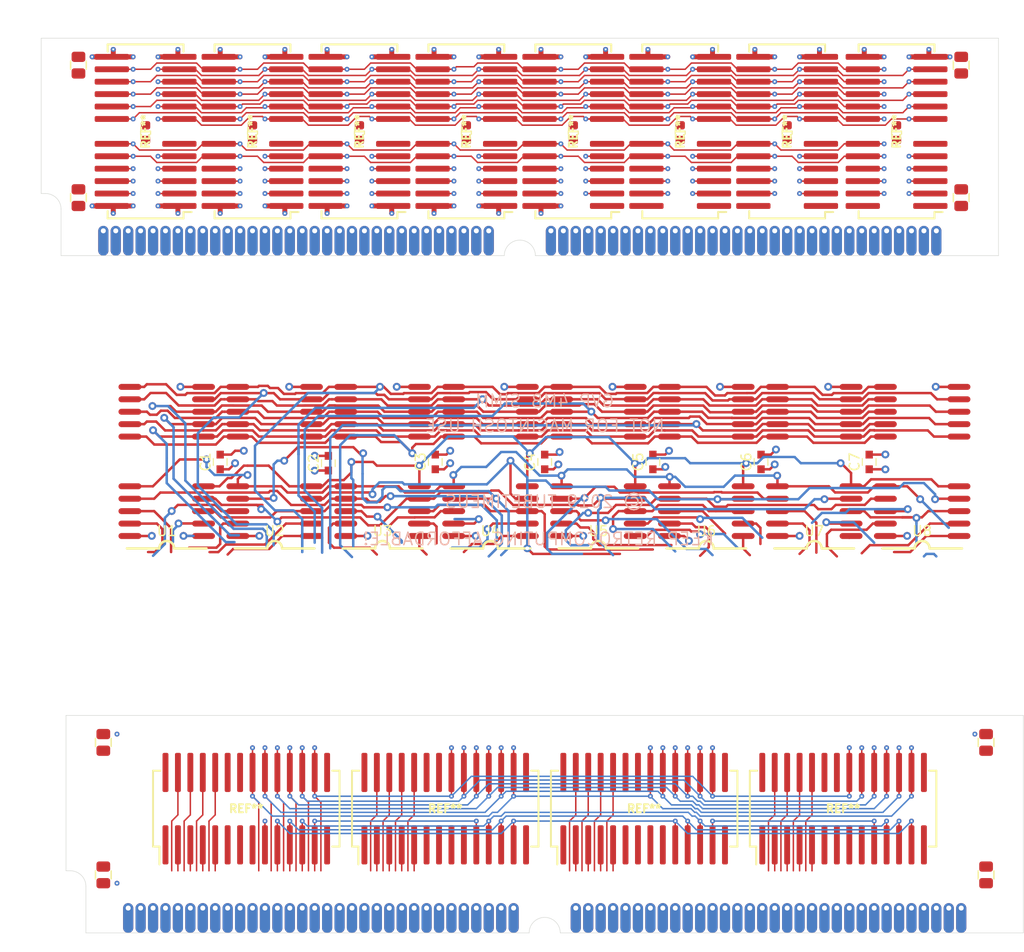
<source format=kicad_pcb>
(kicad_pcb (version 20171130) (host pcbnew "(5.1.5-0-10_14)")
  (layers (0 F.Cu signal) (1 In1.Cu power) (2 In2.Cu power) (31 B.Cu signal) (34 B.Paste user) (35 F.Paste user) (36 B.SilkS user) (37 F.SilkS user) (38 B.Mask user) (39 F.Mask user) (44 Edge.Cuts user))
  (net 0 "")
  (net 1 GND)
  (net 2 /DQ0)
  (net 3 /DQ1)
  (net 4 /DQ2)
  (net 5 /DQ3)
  (net 6 /DQ4)
  (net 7 /DQ5)
  (net 8 /DQ6)
  (net 9 /DQ7)
  (net 10 VDD)
  (net 11 /A0)
  (net 12 /A1)
  (net 13 /A2)
  (net 14 /A3)
  (net 15 /A4)
  (net 16 /A5)
  (net 17 /A6)
  (net 18 /A7)
  (net 19 /A8)
  (net 20 /A9)
  (net 21 /DQ8)
  (net 22 /DQ9)
  (net 23 /DQ10)
  (net 24 /DQ11)
  (net 25 /DQ12)
  (net 26 /DQ13)
  (net 27 /DQ14)
  (net 28 /DQ15)
  (net 29 /~WE0)
  (net 30 /~CAS0)
  (net 31 /~CAS1)
  (net 32 /~CAS2)
  (net 33 /~CAS3)
  (net 34 /~RAS0)
  (net 35 /~RAS1)
  (net 36 /~WE1)
  (net 37 /~WE2)
  (net 38 /DQ16)
  (net 39 /DQ17)
  (net 40 /DQ18)
  (net 41 /DQ19)
  (net 42 /DQ20)
  (net 43 /DQ21)
  (net 44 /DQ22)
  (net 45 /DQ23)
  (net 46 /DQ24)
  (net 47 /DQ25)
  (net 48 /DQ26)
  (net 49 /DQ27)
  (net 50 /DQ28)
  (net 51 /DQ29)
  (net 52 /DQ30)
  (net 53 /DQ31)
  (net 54 /~WE3)
  (net 55 "Net-(J1-Pad61)")
  (net 56 /~OE)
  (module Conn:MH_125 (layer F.Cu) (at 104.3432 9.525)
    (fp_text reference H1 hide)
    (fp_text value MountingHole hide)
    (pad "" np_thru_hole circle (at 0 0) (size 3.1242 3.1242) (drill 3.1242) (layers *.Cu *.Mask))
  )
  (module stdpads:SOJ-24-26-300mil-Skinny (layer F.Cu) (at 188.341 6.985 180)
    (fp_text reference REF**)
    (fp_text value SOJ-24-26-300mil-Skinny)
    (fp_text user %R (at 0 0 90) (layer F.SilkS) (effects (font (size 0.8128 0.8128) (thickness 0.2032))))
    (pad 8 smd roundrect (at -3.45 1.27 180) (size 3.5 0.6) (layers F.Cu F.Paste F.Mask))
    (pad 19 smd roundrect (at 3.45 1.27 180) (size 3.5 0.6) (layers F.Cu F.Paste F.Mask))
    (pad 6 smd roundrect (at -3.45 -1.27 180) (size 3.5 0.6) (layers F.Cu F.Paste F.Mask))
    (pad 21 smd roundrect (at 3.45 -1.27 180) (size 3.5 0.6) (layers F.Cu F.Paste F.Mask))
    (pad 1 smd roundrect (at -3.45 -7.62 180) (size 3.5 0.6) (layers F.Cu F.Paste F.Mask))
    (pad 2 smd roundrect (at -3.45 -6.35 180) (size 3.5 0.6) (layers F.Cu F.Paste F.Mask))
    (pad 3 smd roundrect (at -3.45 -5.08 180) (size 3.5 0.6) (layers F.Cu F.Paste F.Mask))
    (pad 4 smd roundrect (at -3.45 -3.81 180) (size 3.5 0.6) (layers F.Cu F.Paste F.Mask))
    (pad 5 smd roundrect (at -3.45 -2.54 180) (size 3.5 0.6) (layers F.Cu F.Paste F.Mask))
    (pad 9 smd roundrect (at -3.45 2.54 180) (size 3.5 0.6) (layers F.Cu F.Paste F.Mask))
    (pad 10 smd roundrect (at -3.45 3.81 180) (size 3.5 0.6) (layers F.Cu F.Paste F.Mask))
    (pad 11 smd roundrect (at -3.45 5.08 180) (size 3.5 0.6) (layers F.Cu F.Paste F.Mask))
    (pad 12 smd roundrect (at -3.45 6.35 180) (size 3.5 0.6) (layers F.Cu F.Paste F.Mask))
    (pad 13 smd roundrect (at -3.45 7.62 180) (size 3.5 0.6) (layers F.Cu F.Paste F.Mask))
    (pad 15 smd roundrect (at 3.45 6.35 180) (size 3.5 0.6) (layers F.Cu F.Paste F.Mask))
    (pad 16 smd roundrect (at 3.45 5.08 180) (size 3.5 0.6) (layers F.Cu F.Paste F.Mask))
    (pad 17 smd roundrect (at 3.45 3.81 180) (size 3.5 0.6) (layers F.Cu F.Paste F.Mask))
    (pad 18 smd roundrect (at 3.45 2.54 180) (size 3.5 0.6) (layers F.Cu F.Paste F.Mask))
    (pad 22 smd roundrect (at 3.45 -2.54 180) (size 3.5 0.6) (layers F.Cu F.Paste F.Mask))
    (pad 23 smd roundrect (at 3.45 -3.81 180) (size 3.5 0.6) (layers F.Cu F.Paste F.Mask))
    (pad 24 smd roundrect (at 3.45 -5.08 180) (size 3.5 0.6) (layers F.Cu F.Paste F.Mask))
    (pad 25 smd roundrect (at 3.45 -6.35 180) (size 3.5 0.6) (layers F.Cu F.Paste F.Mask))
    (pad 26 smd roundrect (at 3.45 -7.62 180) (size 3.5 0.6) (layers F.Cu F.Paste F.Mask))
    (pad 14 smd roundrect (at 3.45 7.62 180) (size 3.5 0.6) (layers F.Cu F.Paste F.Mask))
  )
  (module stdpads:SOJ-24-26-300mil-Skinny (layer F.Cu) (at 177.165 6.985 180)
    (fp_text reference REF**)
    (fp_text value SOJ-24-26-300mil-Skinny)
    (fp_text user %R (at 0 0 90) (layer F.SilkS) (effects (font (size 0.8128 0.8128) (thickness 0.2032))))
    (pad 8 smd roundrect (at -3.45 1.27 180) (size 3.5 0.6) (layers F.Cu F.Paste F.Mask))
    (pad 19 smd roundrect (at 3.45 1.27 180) (size 3.5 0.6) (layers F.Cu F.Paste F.Mask))
    (pad 6 smd roundrect (at -3.45 -1.27 180) (size 3.5 0.6) (layers F.Cu F.Paste F.Mask))
    (pad 21 smd roundrect (at 3.45 -1.27 180) (size 3.5 0.6) (layers F.Cu F.Paste F.Mask))
    (pad 1 smd roundrect (at -3.45 -7.62 180) (size 3.5 0.6) (layers F.Cu F.Paste F.Mask))
    (pad 2 smd roundrect (at -3.45 -6.35 180) (size 3.5 0.6) (layers F.Cu F.Paste F.Mask))
    (pad 3 smd roundrect (at -3.45 -5.08 180) (size 3.5 0.6) (layers F.Cu F.Paste F.Mask))
    (pad 4 smd roundrect (at -3.45 -3.81 180) (size 3.5 0.6) (layers F.Cu F.Paste F.Mask))
    (pad 5 smd roundrect (at -3.45 -2.54 180) (size 3.5 0.6) (layers F.Cu F.Paste F.Mask))
    (pad 9 smd roundrect (at -3.45 2.54 180) (size 3.5 0.6) (layers F.Cu F.Paste F.Mask))
    (pad 10 smd roundrect (at -3.45 3.81 180) (size 3.5 0.6) (layers F.Cu F.Paste F.Mask))
    (pad 11 smd roundrect (at -3.45 5.08 180) (size 3.5 0.6) (layers F.Cu F.Paste F.Mask))
    (pad 12 smd roundrect (at -3.45 6.35 180) (size 3.5 0.6) (layers F.Cu F.Paste F.Mask))
    (pad 13 smd roundrect (at -3.45 7.62 180) (size 3.5 0.6) (layers F.Cu F.Paste F.Mask))
    (pad 15 smd roundrect (at 3.45 6.35 180) (size 3.5 0.6) (layers F.Cu F.Paste F.Mask))
    (pad 16 smd roundrect (at 3.45 5.08 180) (size 3.5 0.6) (layers F.Cu F.Paste F.Mask))
    (pad 17 smd roundrect (at 3.45 3.81 180) (size 3.5 0.6) (layers F.Cu F.Paste F.Mask))
    (pad 18 smd roundrect (at 3.45 2.54 180) (size 3.5 0.6) (layers F.Cu F.Paste F.Mask))
    (pad 22 smd roundrect (at 3.45 -2.54 180) (size 3.5 0.6) (layers F.Cu F.Paste F.Mask))
    (pad 23 smd roundrect (at 3.45 -3.81 180) (size 3.5 0.6) (layers F.Cu F.Paste F.Mask))
    (pad 24 smd roundrect (at 3.45 -5.08 180) (size 3.5 0.6) (layers F.Cu F.Paste F.Mask))
    (pad 25 smd roundrect (at 3.45 -6.35 180) (size 3.5 0.6) (layers F.Cu F.Paste F.Mask))
    (pad 26 smd roundrect (at 3.45 -7.62 180) (size 3.5 0.6) (layers F.Cu F.Paste F.Mask))
    (pad 14 smd roundrect (at 3.45 7.62 180) (size 3.5 0.6) (layers F.Cu F.Paste F.Mask))
  )
  (module stdpads:SOJ-24-26-300mil-Skinny (layer F.Cu) (at 155.321 6.985 180)
    (fp_text reference REF**)
    (fp_text value SOJ-24-26-300mil-Skinny)
    (fp_text user %R (at 0 0 90) (layer F.SilkS) (effects (font (size 0.8128 0.8128) (thickness 0.2032))))
    (pad 8 smd roundrect (at -3.45 1.27 180) (size 3.5 0.6) (layers F.Cu F.Paste F.Mask))
    (pad 19 smd roundrect (at 3.45 1.27 180) (size 3.5 0.6) (layers F.Cu F.Paste F.Mask))
    (pad 6 smd roundrect (at -3.45 -1.27 180) (size 3.5 0.6) (layers F.Cu F.Paste F.Mask))
    (pad 21 smd roundrect (at 3.45 -1.27 180) (size 3.5 0.6) (layers F.Cu F.Paste F.Mask))
    (pad 1 smd roundrect (at -3.45 -7.62 180) (size 3.5 0.6) (layers F.Cu F.Paste F.Mask))
    (pad 2 smd roundrect (at -3.45 -6.35 180) (size 3.5 0.6) (layers F.Cu F.Paste F.Mask))
    (pad 3 smd roundrect (at -3.45 -5.08 180) (size 3.5 0.6) (layers F.Cu F.Paste F.Mask))
    (pad 4 smd roundrect (at -3.45 -3.81 180) (size 3.5 0.6) (layers F.Cu F.Paste F.Mask))
    (pad 5 smd roundrect (at -3.45 -2.54 180) (size 3.5 0.6) (layers F.Cu F.Paste F.Mask))
    (pad 9 smd roundrect (at -3.45 2.54 180) (size 3.5 0.6) (layers F.Cu F.Paste F.Mask))
    (pad 10 smd roundrect (at -3.45 3.81 180) (size 3.5 0.6) (layers F.Cu F.Paste F.Mask))
    (pad 11 smd roundrect (at -3.45 5.08 180) (size 3.5 0.6) (layers F.Cu F.Paste F.Mask))
    (pad 12 smd roundrect (at -3.45 6.35 180) (size 3.5 0.6) (layers F.Cu F.Paste F.Mask))
    (pad 13 smd roundrect (at -3.45 7.62 180) (size 3.5 0.6) (layers F.Cu F.Paste F.Mask))
    (pad 15 smd roundrect (at 3.45 6.35 180) (size 3.5 0.6) (layers F.Cu F.Paste F.Mask))
    (pad 16 smd roundrect (at 3.45 5.08 180) (size 3.5 0.6) (layers F.Cu F.Paste F.Mask))
    (pad 17 smd roundrect (at 3.45 3.81 180) (size 3.5 0.6) (layers F.Cu F.Paste F.Mask))
    (pad 18 smd roundrect (at 3.45 2.54 180) (size 3.5 0.6) (layers F.Cu F.Paste F.Mask))
    (pad 22 smd roundrect (at 3.45 -2.54 180) (size 3.5 0.6) (layers F.Cu F.Paste F.Mask))
    (pad 23 smd roundrect (at 3.45 -3.81 180) (size 3.5 0.6) (layers F.Cu F.Paste F.Mask))
    (pad 24 smd roundrect (at 3.45 -5.08 180) (size 3.5 0.6) (layers F.Cu F.Paste F.Mask))
    (pad 25 smd roundrect (at 3.45 -6.35 180) (size 3.5 0.6) (layers F.Cu F.Paste F.Mask))
    (pad 26 smd roundrect (at 3.45 -7.62 180) (size 3.5 0.6) (layers F.Cu F.Paste F.Mask))
    (pad 14 smd roundrect (at 3.45 7.62 180) (size 3.5 0.6) (layers F.Cu F.Paste F.Mask))
  )
  (module stdpads:SOJ-24-26-300mil-Skinny (layer F.Cu) (at 144.399 6.985 180)
    (fp_text reference REF**)
    (fp_text value SOJ-24-26-300mil-Skinny)
    (fp_text user %R (at 0 0 90) (layer F.SilkS) (effects (font (size 0.8128 0.8128) (thickness 0.2032))))
    (pad 8 smd roundrect (at -3.45 1.27 180) (size 3.5 0.6) (layers F.Cu F.Paste F.Mask))
    (pad 19 smd roundrect (at 3.45 1.27 180) (size 3.5 0.6) (layers F.Cu F.Paste F.Mask))
    (pad 6 smd roundrect (at -3.45 -1.27 180) (size 3.5 0.6) (layers F.Cu F.Paste F.Mask))
    (pad 21 smd roundrect (at 3.45 -1.27 180) (size 3.5 0.6) (layers F.Cu F.Paste F.Mask))
    (pad 1 smd roundrect (at -3.45 -7.62 180) (size 3.5 0.6) (layers F.Cu F.Paste F.Mask))
    (pad 2 smd roundrect (at -3.45 -6.35 180) (size 3.5 0.6) (layers F.Cu F.Paste F.Mask))
    (pad 3 smd roundrect (at -3.45 -5.08 180) (size 3.5 0.6) (layers F.Cu F.Paste F.Mask))
    (pad 4 smd roundrect (at -3.45 -3.81 180) (size 3.5 0.6) (layers F.Cu F.Paste F.Mask))
    (pad 5 smd roundrect (at -3.45 -2.54 180) (size 3.5 0.6) (layers F.Cu F.Paste F.Mask))
    (pad 9 smd roundrect (at -3.45 2.54 180) (size 3.5 0.6) (layers F.Cu F.Paste F.Mask))
    (pad 10 smd roundrect (at -3.45 3.81 180) (size 3.5 0.6) (layers F.Cu F.Paste F.Mask))
    (pad 11 smd roundrect (at -3.45 5.08 180) (size 3.5 0.6) (layers F.Cu F.Paste F.Mask))
    (pad 12 smd roundrect (at -3.45 6.35 180) (size 3.5 0.6) (layers F.Cu F.Paste F.Mask))
    (pad 13 smd roundrect (at -3.45 7.62 180) (size 3.5 0.6) (layers F.Cu F.Paste F.Mask))
    (pad 15 smd roundrect (at 3.45 6.35 180) (size 3.5 0.6) (layers F.Cu F.Paste F.Mask))
    (pad 16 smd roundrect (at 3.45 5.08 180) (size 3.5 0.6) (layers F.Cu F.Paste F.Mask))
    (pad 17 smd roundrect (at 3.45 3.81 180) (size 3.5 0.6) (layers F.Cu F.Paste F.Mask))
    (pad 18 smd roundrect (at 3.45 2.54 180) (size 3.5 0.6) (layers F.Cu F.Paste F.Mask))
    (pad 22 smd roundrect (at 3.45 -2.54 180) (size 3.5 0.6) (layers F.Cu F.Paste F.Mask))
    (pad 23 smd roundrect (at 3.45 -3.81 180) (size 3.5 0.6) (layers F.Cu F.Paste F.Mask))
    (pad 24 smd roundrect (at 3.45 -5.08 180) (size 3.5 0.6) (layers F.Cu F.Paste F.Mask))
    (pad 25 smd roundrect (at 3.45 -6.35 180) (size 3.5 0.6) (layers F.Cu F.Paste F.Mask))
    (pad 26 smd roundrect (at 3.45 -7.62 180) (size 3.5 0.6) (layers F.Cu F.Paste F.Mask))
    (pad 14 smd roundrect (at 3.45 7.62 180) (size 3.5 0.6) (layers F.Cu F.Paste F.Mask))
  )
  (module stdpads:SOJ-24-26-300mil-Skinny (layer F.Cu) (at 166.243 6.985 180)
    (fp_text reference REF**)
    (fp_text value SOJ-24-26-300mil-Skinny)
    (fp_text user %R (at 0 0 90) (layer F.SilkS) (effects (font (size 0.8128 0.8128) (thickness 0.2032))))
    (pad 8 smd roundrect (at -3.45 1.27 180) (size 3.5 0.6) (layers F.Cu F.Paste F.Mask))
    (pad 19 smd roundrect (at 3.45 1.27 180) (size 3.5 0.6) (layers F.Cu F.Paste F.Mask))
    (pad 6 smd roundrect (at -3.45 -1.27 180) (size 3.5 0.6) (layers F.Cu F.Paste F.Mask))
    (pad 21 smd roundrect (at 3.45 -1.27 180) (size 3.5 0.6) (layers F.Cu F.Paste F.Mask))
    (pad 1 smd roundrect (at -3.45 -7.62 180) (size 3.5 0.6) (layers F.Cu F.Paste F.Mask))
    (pad 2 smd roundrect (at -3.45 -6.35 180) (size 3.5 0.6) (layers F.Cu F.Paste F.Mask))
    (pad 3 smd roundrect (at -3.45 -5.08 180) (size 3.5 0.6) (layers F.Cu F.Paste F.Mask))
    (pad 4 smd roundrect (at -3.45 -3.81 180) (size 3.5 0.6) (layers F.Cu F.Paste F.Mask))
    (pad 5 smd roundrect (at -3.45 -2.54 180) (size 3.5 0.6) (layers F.Cu F.Paste F.Mask))
    (pad 9 smd roundrect (at -3.45 2.54 180) (size 3.5 0.6) (layers F.Cu F.Paste F.Mask))
    (pad 10 smd roundrect (at -3.45 3.81 180) (size 3.5 0.6) (layers F.Cu F.Paste F.Mask))
    (pad 11 smd roundrect (at -3.45 5.08 180) (size 3.5 0.6) (layers F.Cu F.Paste F.Mask))
    (pad 12 smd roundrect (at -3.45 6.35 180) (size 3.5 0.6) (layers F.Cu F.Paste F.Mask))
    (pad 13 smd roundrect (at -3.45 7.62 180) (size 3.5 0.6) (layers F.Cu F.Paste F.Mask))
    (pad 15 smd roundrect (at 3.45 6.35 180) (size 3.5 0.6) (layers F.Cu F.Paste F.Mask))
    (pad 16 smd roundrect (at 3.45 5.08 180) (size 3.5 0.6) (layers F.Cu F.Paste F.Mask))
    (pad 17 smd roundrect (at 3.45 3.81 180) (size 3.5 0.6) (layers F.Cu F.Paste F.Mask))
    (pad 18 smd roundrect (at 3.45 2.54 180) (size 3.5 0.6) (layers F.Cu F.Paste F.Mask))
    (pad 22 smd roundrect (at 3.45 -2.54 180) (size 3.5 0.6) (layers F.Cu F.Paste F.Mask))
    (pad 23 smd roundrect (at 3.45 -3.81 180) (size 3.5 0.6) (layers F.Cu F.Paste F.Mask))
    (pad 24 smd roundrect (at 3.45 -5.08 180) (size 3.5 0.6) (layers F.Cu F.Paste F.Mask))
    (pad 25 smd roundrect (at 3.45 -6.35 180) (size 3.5 0.6) (layers F.Cu F.Paste F.Mask))
    (pad 26 smd roundrect (at 3.45 -7.62 180) (size 3.5 0.6) (layers F.Cu F.Paste F.Mask))
    (pad 14 smd roundrect (at 3.45 7.62 180) (size 3.5 0.6) (layers F.Cu F.Paste F.Mask))
  )
  (module stdpads:SOJ-24-26-300mil-Skinny (layer F.Cu) (at 133.477 6.985 180)
    (fp_text reference REF**)
    (fp_text value SOJ-24-26-300mil-Skinny)
    (fp_text user %R (at 0 0 90) (layer F.SilkS) (effects (font (size 0.8128 0.8128) (thickness 0.2032))))
    (pad 8 smd roundrect (at -3.45 1.27 180) (size 3.5 0.6) (layers F.Cu F.Paste F.Mask))
    (pad 19 smd roundrect (at 3.45 1.27 180) (size 3.5 0.6) (layers F.Cu F.Paste F.Mask))
    (pad 6 smd roundrect (at -3.45 -1.27 180) (size 3.5 0.6) (layers F.Cu F.Paste F.Mask))
    (pad 21 smd roundrect (at 3.45 -1.27 180) (size 3.5 0.6) (layers F.Cu F.Paste F.Mask))
    (pad 1 smd roundrect (at -3.45 -7.62 180) (size 3.5 0.6) (layers F.Cu F.Paste F.Mask))
    (pad 2 smd roundrect (at -3.45 -6.35 180) (size 3.5 0.6) (layers F.Cu F.Paste F.Mask))
    (pad 3 smd roundrect (at -3.45 -5.08 180) (size 3.5 0.6) (layers F.Cu F.Paste F.Mask))
    (pad 4 smd roundrect (at -3.45 -3.81 180) (size 3.5 0.6) (layers F.Cu F.Paste F.Mask))
    (pad 5 smd roundrect (at -3.45 -2.54 180) (size 3.5 0.6) (layers F.Cu F.Paste F.Mask))
    (pad 9 smd roundrect (at -3.45 2.54 180) (size 3.5 0.6) (layers F.Cu F.Paste F.Mask))
    (pad 10 smd roundrect (at -3.45 3.81 180) (size 3.5 0.6) (layers F.Cu F.Paste F.Mask))
    (pad 11 smd roundrect (at -3.45 5.08 180) (size 3.5 0.6) (layers F.Cu F.Paste F.Mask))
    (pad 12 smd roundrect (at -3.45 6.35 180) (size 3.5 0.6) (layers F.Cu F.Paste F.Mask))
    (pad 13 smd roundrect (at -3.45 7.62 180) (size 3.5 0.6) (layers F.Cu F.Paste F.Mask))
    (pad 15 smd roundrect (at 3.45 6.35 180) (size 3.5 0.6) (layers F.Cu F.Paste F.Mask))
    (pad 16 smd roundrect (at 3.45 5.08 180) (size 3.5 0.6) (layers F.Cu F.Paste F.Mask))
    (pad 17 smd roundrect (at 3.45 3.81 180) (size 3.5 0.6) (layers F.Cu F.Paste F.Mask))
    (pad 18 smd roundrect (at 3.45 2.54 180) (size 3.5 0.6) (layers F.Cu F.Paste F.Mask))
    (pad 22 smd roundrect (at 3.45 -2.54 180) (size 3.5 0.6) (layers F.Cu F.Paste F.Mask))
    (pad 23 smd roundrect (at 3.45 -3.81 180) (size 3.5 0.6) (layers F.Cu F.Paste F.Mask))
    (pad 24 smd roundrect (at 3.45 -5.08 180) (size 3.5 0.6) (layers F.Cu F.Paste F.Mask))
    (pad 25 smd roundrect (at 3.45 -6.35 180) (size 3.5 0.6) (layers F.Cu F.Paste F.Mask))
    (pad 26 smd roundrect (at 3.45 -7.62 180) (size 3.5 0.6) (layers F.Cu F.Paste F.Mask))
    (pad 14 smd roundrect (at 3.45 7.62 180) (size 3.5 0.6) (layers F.Cu F.Paste F.Mask))
  )
  (module stdpads:SOJ-24-26-300mil-Skinny (layer F.Cu) (at 122.555 6.985 180)
    (fp_text reference REF**)
    (fp_text value SOJ-24-26-300mil-Skinny)
    (fp_text user %R (at 0 0 90) (layer F.SilkS) (effects (font (size 0.8128 0.8128) (thickness 0.2032))))
    (pad 8 smd roundrect (at -3.45 1.27 180) (size 3.5 0.6) (layers F.Cu F.Paste F.Mask))
    (pad 19 smd roundrect (at 3.45 1.27 180) (size 3.5 0.6) (layers F.Cu F.Paste F.Mask))
    (pad 6 smd roundrect (at -3.45 -1.27 180) (size 3.5 0.6) (layers F.Cu F.Paste F.Mask))
    (pad 21 smd roundrect (at 3.45 -1.27 180) (size 3.5 0.6) (layers F.Cu F.Paste F.Mask))
    (pad 1 smd roundrect (at -3.45 -7.62 180) (size 3.5 0.6) (layers F.Cu F.Paste F.Mask))
    (pad 2 smd roundrect (at -3.45 -6.35 180) (size 3.5 0.6) (layers F.Cu F.Paste F.Mask))
    (pad 3 smd roundrect (at -3.45 -5.08 180) (size 3.5 0.6) (layers F.Cu F.Paste F.Mask))
    (pad 4 smd roundrect (at -3.45 -3.81 180) (size 3.5 0.6) (layers F.Cu F.Paste F.Mask))
    (pad 5 smd roundrect (at -3.45 -2.54 180) (size 3.5 0.6) (layers F.Cu F.Paste F.Mask))
    (pad 9 smd roundrect (at -3.45 2.54 180) (size 3.5 0.6) (layers F.Cu F.Paste F.Mask))
    (pad 10 smd roundrect (at -3.45 3.81 180) (size 3.5 0.6) (layers F.Cu F.Paste F.Mask))
    (pad 11 smd roundrect (at -3.45 5.08 180) (size 3.5 0.6) (layers F.Cu F.Paste F.Mask))
    (pad 12 smd roundrect (at -3.45 6.35 180) (size 3.5 0.6) (layers F.Cu F.Paste F.Mask))
    (pad 13 smd roundrect (at -3.45 7.62 180) (size 3.5 0.6) (layers F.Cu F.Paste F.Mask))
    (pad 15 smd roundrect (at 3.45 6.35 180) (size 3.5 0.6) (layers F.Cu F.Paste F.Mask))
    (pad 16 smd roundrect (at 3.45 5.08 180) (size 3.5 0.6) (layers F.Cu F.Paste F.Mask))
    (pad 17 smd roundrect (at 3.45 3.81 180) (size 3.5 0.6) (layers F.Cu F.Paste F.Mask))
    (pad 18 smd roundrect (at 3.45 2.54 180) (size 3.5 0.6) (layers F.Cu F.Paste F.Mask))
    (pad 22 smd roundrect (at 3.45 -2.54 180) (size 3.5 0.6) (layers F.Cu F.Paste F.Mask))
    (pad 23 smd roundrect (at 3.45 -3.81 180) (size 3.5 0.6) (layers F.Cu F.Paste F.Mask))
    (pad 24 smd roundrect (at 3.45 -5.08 180) (size 3.5 0.6) (layers F.Cu F.Paste F.Mask))
    (pad 25 smd roundrect (at 3.45 -6.35 180) (size 3.5 0.6) (layers F.Cu F.Paste F.Mask))
    (pad 26 smd roundrect (at 3.45 -7.62 180) (size 3.5 0.6) (layers F.Cu F.Paste F.Mask))
    (pad 14 smd roundrect (at 3.45 7.62 180) (size 3.5 0.6) (layers F.Cu F.Paste F.Mask))
  )
  (module stdpads:SOJ-24-26-300mil-Skinny (layer F.Cu) (at 111.633 6.985 180)
    (fp_text reference REF**)
    (fp_text value SOJ-24-26-300mil-Skinny)
    (fp_text user %R (at 0 0 90) (layer F.SilkS) (effects (font (size 0.8128 0.8128) (thickness 0.2032))))
    (pad 8 smd roundrect (at -3.45 1.27 180) (size 3.5 0.6) (layers F.Cu F.Paste F.Mask))
    (pad 19 smd roundrect (at 3.45 1.27 180) (size 3.5 0.6) (layers F.Cu F.Paste F.Mask))
    (pad 6 smd roundrect (at -3.45 -1.27 180) (size 3.5 0.6) (layers F.Cu F.Paste F.Mask))
    (pad 21 smd roundrect (at 3.45 -1.27 180) (size 3.5 0.6) (layers F.Cu F.Paste F.Mask))
    (pad 1 smd roundrect (at -3.45 -7.62 180) (size 3.5 0.6) (layers F.Cu F.Paste F.Mask))
    (pad 2 smd roundrect (at -3.45 -6.35 180) (size 3.5 0.6) (layers F.Cu F.Paste F.Mask))
    (pad 3 smd roundrect (at -3.45 -5.08 180) (size 3.5 0.6) (layers F.Cu F.Paste F.Mask))
    (pad 4 smd roundrect (at -3.45 -3.81 180) (size 3.5 0.6) (layers F.Cu F.Paste F.Mask))
    (pad 5 smd roundrect (at -3.45 -2.54 180) (size 3.5 0.6) (layers F.Cu F.Paste F.Mask))
    (pad 9 smd roundrect (at -3.45 2.54 180) (size 3.5 0.6) (layers F.Cu F.Paste F.Mask))
    (pad 10 smd roundrect (at -3.45 3.81 180) (size 3.5 0.6) (layers F.Cu F.Paste F.Mask))
    (pad 11 smd roundrect (at -3.45 5.08 180) (size 3.5 0.6) (layers F.Cu F.Paste F.Mask))
    (pad 12 smd roundrect (at -3.45 6.35 180) (size 3.5 0.6) (layers F.Cu F.Paste F.Mask))
    (pad 13 smd roundrect (at -3.45 7.62 180) (size 3.5 0.6) (layers F.Cu F.Paste F.Mask))
    (pad 15 smd roundrect (at 3.45 6.35 180) (size 3.5 0.6) (layers F.Cu F.Paste F.Mask))
    (pad 16 smd roundrect (at 3.45 5.08 180) (size 3.5 0.6) (layers F.Cu F.Paste F.Mask))
    (pad 17 smd roundrect (at 3.45 3.81 180) (size 3.5 0.6) (layers F.Cu F.Paste F.Mask))
    (pad 18 smd roundrect (at 3.45 2.54 180) (size 3.5 0.6) (layers F.Cu F.Paste F.Mask))
    (pad 22 smd roundrect (at 3.45 -2.54 180) (size 3.5 0.6) (layers F.Cu F.Paste F.Mask))
    (pad 23 smd roundrect (at 3.45 -3.81 180) (size 3.5 0.6) (layers F.Cu F.Paste F.Mask))
    (pad 24 smd roundrect (at 3.45 -5.08 180) (size 3.5 0.6) (layers F.Cu F.Paste F.Mask))
    (pad 25 smd roundrect (at 3.45 -6.35 180) (size 3.5 0.6) (layers F.Cu F.Paste F.Mask))
    (pad 26 smd roundrect (at 3.45 -7.62 180) (size 3.5 0.6) (layers F.Cu F.Paste F.Mask))
    (pad 14 smd roundrect (at 3.45 7.62 180) (size 3.5 0.6) (layers F.Cu F.Paste F.Mask))
  )
  (module stdpads:C_0603 (layer F.Cu) (at 177.165 7.112 90)
    (fp_text reference REF**)
    (fp_text value C_0603)
    (pad 1 smd roundrect (at -0.75 0 90) (size 0.85 0.95) (layers F.Cu F.Paste F.Mask))
    (pad 2 smd roundrect (at 0.75 0 90) (size 0.85 0.95) (layers F.Cu F.Paste F.Mask))
  )
  (module stdpads:C_0603 (layer F.Cu) (at 155.321 7.112 90)
    (fp_text reference REF**)
    (fp_text value C_0603)
    (pad 1 smd roundrect (at -0.75 0 90) (size 0.85 0.95) (layers F.Cu F.Paste F.Mask))
    (pad 2 smd roundrect (at 0.75 0 90) (size 0.85 0.95) (layers F.Cu F.Paste F.Mask))
  )
  (module stdpads:C_0603 (layer F.Cu) (at 144.399 7.112 90)
    (fp_text reference REF**)
    (fp_text value C_0603)
    (pad 2 smd roundrect (at 0.75 0 90) (size 0.85 0.95) (layers F.Cu F.Paste F.Mask))
    (pad 1 smd roundrect (at -0.75 0 90) (size 0.85 0.95) (layers F.Cu F.Paste F.Mask))
  )
  (module stdpads:C_0603 (layer F.Cu) (at 166.243 7.112 90)
    (fp_text reference REF**)
    (fp_text value C_0603)
    (pad 2 smd roundrect (at 0.75 0 90) (size 0.85 0.95) (layers F.Cu F.Paste F.Mask))
    (pad 1 smd roundrect (at -0.75 0 90) (size 0.85 0.95) (layers F.Cu F.Paste F.Mask))
  )
  (module stdpads:C_0805 (layer F.Cu) (at 104.775 0.215 270)
    (fp_text reference REF**)
    (fp_text value C_0805)
    (pad 1 smd roundrect (at -0.85 0 270) (size 1.05 1.4) (layers F.Cu F.Paste F.Mask))
    (pad 2 smd roundrect (at 0.85 0 270) (size 1.05 1.4) (layers F.Cu F.Paste F.Mask))
  )
  (module Conn:EDGE_SIMM_64_127 (layer F.Cu) (at 149.86 19.685)
    (fp_text reference J1 hide)
    (fp_text value SIMM64_EDGE)
    (pad 1 thru_hole oval (at -42.545 -2.54) (size 1.0414 3.048) (drill 0.508 (offset 0 1.016)) (layers *.Cu *.Mask))
    (pad 2 thru_hole oval (at -41.275 -2.54) (size 1.0414 3.048) (drill 0.508 (offset 0 1.016)) (layers *.Cu *.Mask))
    (pad 3 thru_hole oval (at -40.005 -2.54) (size 1.0414 3.048) (drill 0.508 (offset 0 1.016)) (layers *.Cu *.Mask))
    (pad 4 thru_hole oval (at -38.735 -2.54) (size 1.0414 3.048) (drill 0.508 (offset 0 1.016)) (layers *.Cu *.Mask))
    (pad 5 thru_hole oval (at -37.465 -2.54) (size 1.0414 3.048) (drill 0.508 (offset 0 1.016)) (layers *.Cu *.Mask))
    (pad 6 thru_hole oval (at -36.195 -2.54) (size 1.0414 3.048) (drill 0.508 (offset 0 1.016)) (layers *.Cu *.Mask))
    (pad 7 thru_hole oval (at -34.925 -2.54) (size 1.0414 3.048) (drill 0.508 (offset 0 1.016)) (layers *.Cu *.Mask))
    (pad 8 thru_hole oval (at -33.655 -2.54) (size 1.0414 3.048) (drill 0.508 (offset 0 1.016)) (layers *.Cu *.Mask))
    (pad 9 thru_hole oval (at -32.385 -2.54) (size 1.0414 3.048) (drill 0.508 (offset 0 1.016)) (layers *.Cu *.Mask))
    (pad 10 thru_hole oval (at -31.115 -2.54) (size 1.0414 3.048) (drill 0.508 (offset 0 1.016)) (layers *.Cu *.Mask))
    (pad 11 thru_hole oval (at -29.845 -2.54) (size 1.0414 3.048) (drill 0.508 (offset 0 1.016)) (layers *.Cu *.Mask))
    (pad 12 thru_hole oval (at -28.575 -2.54) (size 1.0414 3.048) (drill 0.508 (offset 0 1.016)) (layers *.Cu *.Mask))
    (pad 13 thru_hole oval (at -27.305 -2.54) (size 1.0414 3.048) (drill 0.508 (offset 0 1.016)) (layers *.Cu *.Mask))
    (pad 14 thru_hole oval (at -26.035 -2.54) (size 1.0414 3.048) (drill 0.508 (offset 0 1.016)) (layers *.Cu *.Mask))
    (pad 15 thru_hole oval (at -24.765 -2.54) (size 1.0414 3.048) (drill 0.508 (offset 0 1.016)) (layers *.Cu *.Mask))
    (pad 16 thru_hole oval (at -23.495 -2.54) (size 1.0414 3.048) (drill 0.508 (offset 0 1.016)) (layers *.Cu *.Mask))
    (pad 17 thru_hole oval (at -22.225 -2.54) (size 1.0414 3.048) (drill 0.508 (offset 0 1.016)) (layers *.Cu *.Mask))
    (pad 18 thru_hole oval (at -20.955 -2.54) (size 1.0414 3.048) (drill 0.508 (offset 0 1.016)) (layers *.Cu *.Mask))
    (pad 19 thru_hole oval (at -19.685 -2.54) (size 1.0414 3.048) (drill 0.508 (offset 0 1.016)) (layers *.Cu *.Mask))
    (pad 20 thru_hole oval (at -18.415 -2.54) (size 1.0414 3.048) (drill 0.508 (offset 0 1.016)) (layers *.Cu *.Mask))
    (pad 21 thru_hole oval (at -17.145 -2.54) (size 1.0414 3.048) (drill 0.508 (offset 0 1.016)) (layers *.Cu *.Mask))
    (pad 22 thru_hole oval (at -15.875 -2.54) (size 1.0414 3.048) (drill 0.508 (offset 0 1.016)) (layers *.Cu *.Mask))
    (pad 23 thru_hole oval (at -14.605 -2.54) (size 1.0414 3.048) (drill 0.508 (offset 0 1.016)) (layers *.Cu *.Mask))
    (pad 24 thru_hole oval (at -13.335 -2.54) (size 1.0414 3.048) (drill 0.508 (offset 0 1.016)) (layers *.Cu *.Mask))
    (pad 25 thru_hole oval (at -12.065 -2.54) (size 1.0414 3.048) (drill 0.508 (offset 0 1.016)) (layers *.Cu *.Mask))
    (pad 26 thru_hole oval (at -10.795 -2.54) (size 1.0414 3.048) (drill 0.508 (offset 0 1.016)) (layers *.Cu *.Mask))
    (pad 27 thru_hole oval (at -9.525 -2.54) (size 1.0414 3.048) (drill 0.508 (offset 0 1.016)) (layers *.Cu *.Mask))
    (pad 28 thru_hole oval (at -8.255 -2.54) (size 1.0414 3.048) (drill 0.508 (offset 0 1.016)) (layers *.Cu *.Mask))
    (pad 29 thru_hole oval (at -6.985 -2.54) (size 1.0414 3.048) (drill 0.508 (offset 0 1.016)) (layers *.Cu *.Mask))
    (pad 30 thru_hole oval (at -5.715 -2.54) (size 1.0414 3.048) (drill 0.508 (offset 0 1.016)) (layers *.Cu *.Mask))
    (pad 31 thru_hole oval (at -4.445 -2.54) (size 1.0414 3.048) (drill 0.508 (offset 0 1.016)) (layers *.Cu *.Mask))
    (pad 32 thru_hole oval (at -3.175 -2.54) (size 1.0414 3.048) (drill 0.508 (offset 0 1.016)) (layers *.Cu *.Mask))
    (pad 33 thru_hole oval (at 3.175 -2.54) (size 1.0414 3.048) (drill 0.508 (offset 0 1.016)) (layers *.Cu *.Mask))
    (pad 34 thru_hole oval (at 4.445 -2.54) (size 1.0414 3.048) (drill 0.508 (offset 0 1.016)) (layers *.Cu *.Mask))
    (pad 35 thru_hole oval (at 5.715 -2.54) (size 1.0414 3.048) (drill 0.508 (offset 0 1.016)) (layers *.Cu *.Mask))
    (pad 36 thru_hole oval (at 6.985 -2.54) (size 1.0414 3.048) (drill 0.508 (offset 0 1.016)) (layers *.Cu *.Mask))
    (pad 37 thru_hole oval (at 8.255 -2.54) (size 1.0414 3.048) (drill 0.508 (offset 0 1.016)) (layers *.Cu *.Mask))
    (pad 38 thru_hole oval (at 9.525 -2.54) (size 1.0414 3.048) (drill 0.508 (offset 0 1.016)) (layers *.Cu *.Mask))
    (pad 39 thru_hole oval (at 10.795 -2.54) (size 1.0414 3.048) (drill 0.508 (offset 0 1.016)) (layers *.Cu *.Mask))
    (pad 40 thru_hole oval (at 12.065 -2.54) (size 1.0414 3.048) (drill 0.508 (offset 0 1.016)) (layers *.Cu *.Mask))
    (pad 41 thru_hole oval (at 13.335 -2.54) (size 1.0414 3.048) (drill 0.508 (offset 0 1.016)) (layers *.Cu *.Mask))
    (pad 42 thru_hole oval (at 14.605 -2.54) (size 1.0414 3.048) (drill 0.508 (offset 0 1.016)) (layers *.Cu *.Mask))
    (pad 43 thru_hole oval (at 15.875 -2.54) (size 1.0414 3.048) (drill 0.508 (offset 0 1.016)) (layers *.Cu *.Mask))
    (pad 44 thru_hole oval (at 17.145 -2.54) (size 1.0414 3.048) (drill 0.508 (offset 0 1.016)) (layers *.Cu *.Mask))
    (pad 45 thru_hole oval (at 18.415 -2.54) (size 1.0414 3.048) (drill 0.508 (offset 0 1.016)) (layers *.Cu *.Mask))
    (pad 46 thru_hole oval (at 19.685 -2.54) (size 1.0414 3.048) (drill 0.508 (offset 0 1.016)) (layers *.Cu *.Mask))
    (pad 47 thru_hole oval (at 20.955 -2.54) (size 1.0414 3.048) (drill 0.508 (offset 0 1.016)) (layers *.Cu *.Mask))
    (pad 48 thru_hole oval (at 22.225 -2.54) (size 1.0414 3.048) (drill 0.508 (offset 0 1.016)) (layers *.Cu *.Mask))
    (pad 49 thru_hole oval (at 23.495 -2.54) (size 1.0414 3.048) (drill 0.508 (offset 0 1.016)) (layers *.Cu *.Mask))
    (pad 50 thru_hole oval (at 24.765 -2.54) (size 1.0414 3.048) (drill 0.508 (offset 0 1.016)) (layers *.Cu *.Mask))
    (pad 51 thru_hole oval (at 26.035 -2.54) (size 1.0414 3.048) (drill 0.508 (offset 0 1.016)) (layers *.Cu *.Mask))
    (pad 52 thru_hole oval (at 27.305 -2.54) (size 1.0414 3.048) (drill 0.508 (offset 0 1.016)) (layers *.Cu *.Mask))
    (pad 53 thru_hole oval (at 28.575 -2.54) (size 1.0414 3.048) (drill 0.508 (offset 0 1.016)) (layers *.Cu *.Mask))
    (pad 54 thru_hole oval (at 29.845 -2.54) (size 1.0414 3.048) (drill 0.508 (offset 0 1.016)) (layers *.Cu *.Mask))
    (pad 55 thru_hole oval (at 31.115 -2.54) (size 1.0414 3.048) (drill 0.508 (offset 0 1.016)) (layers *.Cu *.Mask))
    (pad 56 thru_hole oval (at 32.385 -2.54) (size 1.0414 3.048) (drill 0.508 (offset 0 1.016)) (layers *.Cu *.Mask))
    (pad 57 thru_hole oval (at 33.655 -2.54) (size 1.0414 3.048) (drill 0.508 (offset 0 1.016)) (layers *.Cu *.Mask))
    (pad 58 thru_hole oval (at 34.925 -2.54) (size 1.0414 3.048) (drill 0.508 (offset 0 1.016)) (layers *.Cu *.Mask))
    (pad 59 thru_hole oval (at 36.195 -2.54) (size 1.0414 3.048) (drill 0.508 (offset 0 1.016)) (layers *.Cu *.Mask))
    (pad 60 thru_hole oval (at 37.465 -2.54) (size 1.0414 3.048) (drill 0.508 (offset 0 1.016)) (layers *.Cu *.Mask))
    (pad 61 thru_hole oval (at 38.735 -2.54) (size 1.0414 3.048) (drill 0.508 (offset 0 1.016)) (layers *.Cu *.Mask))
    (pad 62 thru_hole oval (at 40.005 -2.54) (size 1.0414 3.048) (drill 0.508 (offset 0 1.016)) (layers *.Cu *.Mask))
    (pad 63 thru_hole oval (at 41.275 -2.54) (size 1.0414 3.048) (drill 0.508 (offset 0 1.016)) (layers *.Cu *.Mask))
    (pad 64 thru_hole oval (at 42.545 -2.54) (size 1.0414 3.048) (drill 0.508 (offset 0 1.016)) (layers *.Cu *.Mask))
  )
  (module stdpads:C_0805 (layer F.Cu) (at 104.775 13.755 90)
    (fp_text reference REF**)
    (fp_text value C_0805)
    (pad 2 smd roundrect (at 0.85 0 90) (size 1.05 1.4) (layers F.Cu F.Paste F.Mask))
    (pad 1 smd roundrect (at -0.85 0 90) (size 1.05 1.4) (layers F.Cu F.Paste F.Mask))
  )
  (module stdpads:C_0805 (layer F.Cu) (at 194.945 13.755 90)
    (fp_text reference REF**)
    (fp_text value C_0805)
    (pad 1 smd roundrect (at -0.85 0 90) (size 1.05 1.4) (layers F.Cu F.Paste F.Mask))
    (pad 2 smd roundrect (at 0.85 0 90) (size 1.05 1.4) (layers F.Cu F.Paste F.Mask))
  )
  (module stdpads:C_0805 (layer F.Cu) (at 194.945 0.215 270)
    (fp_text reference REF**)
    (fp_text value C_0805)
    (pad 1 smd roundrect (at -0.85 0 270) (size 1.05 1.4) (layers F.Cu F.Paste F.Mask))
    (pad 2 smd roundrect (at 0.85 0 270) (size 1.05 1.4) (layers F.Cu F.Paste F.Mask))
  )
  (module Conn:MH_125 (layer F.Cu) (at 195.3768 9.525)
    (fp_text reference H2 hide)
    (fp_text value MountingHole hide)
    (pad "" np_thru_hole circle (at 0 0) (size 3.1242 3.1242) (drill 3.1242) (layers *.Cu *.Mask))
  )
  (module stdpads:C_0603 (layer F.Cu) (at 111.633 7.112 90)
    (fp_text reference REF**)
    (fp_text value C_0603)
    (pad 2 smd roundrect (at 0.75 0 90) (size 0.85 0.95) (layers F.Cu F.Paste F.Mask))
    (pad 1 smd roundrect (at -0.75 0 90) (size 0.85 0.95) (layers F.Cu F.Paste F.Mask))
  )
  (module stdpads:C_0603 (layer F.Cu) (at 122.555 7.112 90)
    (fp_text reference REF**)
    (fp_text value C_0603)
    (pad 2 smd roundrect (at 0.75 0 90) (size 0.85 0.95) (layers F.Cu F.Paste F.Mask))
    (pad 1 smd roundrect (at -0.75 0 90) (size 0.85 0.95) (layers F.Cu F.Paste F.Mask))
  )
  (module stdpads:C_0603 (layer F.Cu) (at 188.341 7.112 90)
    (fp_text reference REF**)
    (fp_text value C_0603)
    (pad 2 smd roundrect (at 0.75 0 90) (size 0.85 0.95) (layers F.Cu F.Paste F.Mask))
    (pad 1 smd roundrect (at -0.75 0 90) (size 0.85 0.95) (layers F.Cu F.Paste F.Mask))
  )
  (module stdpads:C_0603 (layer F.Cu) (at 133.477 7.112 90)
    (fp_text reference REF**)
    (fp_text value C_0603)
    (pad 1 smd roundrect (at -0.75 0 90) (size 0.85 0.95) (layers F.Cu F.Paste F.Mask))
    (pad 2 smd roundrect (at 0.75 0 90) (size 0.85 0.95) (layers F.Cu F.Paste F.Mask))
  )
  (module stdpads:SOJ-28-300mil (layer F.Cu) (at 182.88 76.2 90)
    (fp_text reference REF**)
    (fp_text value SOJ-28-300mil)
    (fp_text user %R (at 0 0) (layer F.SilkS) (effects (font (size 0.8128 0.8128) (thickness 0.2032))))
    (pad 20 smd roundrect (at 3.7 1.905 90) (size 4 0.6) (layers F.Cu F.Paste F.Mask) (net 18 /A7))
    (pad 7 smd roundrect (at -3.7 -0.635 90) (size 4 0.6) (layers F.Cu F.Paste F.Mask))
    (pad 26 smd roundrect (at 3.7 -5.715 90) (size 4 0.6) (layers F.Cu F.Paste F.Mask))
    (pad 25 smd roundrect (at 3.7 -4.445 90) (size 4 0.6) (layers F.Cu F.Paste F.Mask))
    (pad 24 smd roundrect (at 3.7 -3.175 90) (size 4 0.6) (layers F.Cu F.Paste F.Mask))
    (pad 23 smd roundrect (at 3.7 -1.905 90) (size 4 0.6) (layers F.Cu F.Paste F.Mask))
    (pad 22 smd roundrect (at 3.7 -0.635 90) (size 4 0.6) (layers F.Cu F.Paste F.Mask))
    (pad 18 smd roundrect (at 3.7 4.445 90) (size 4 0.6) (layers F.Cu F.Paste F.Mask) (net 14 /A3))
    (pad 17 smd roundrect (at 3.7 5.715 90) (size 4 0.6) (layers F.Cu F.Paste F.Mask) (net 12 /A1))
    (pad 16 smd roundrect (at 3.7 6.985 90) (size 4 0.6) (layers F.Cu F.Paste F.Mask) (net 11 /A0))
    (pad 15 smd roundrect (at 3.7 8.255 90) (size 4 0.6) (layers F.Cu F.Paste F.Mask))
    (pad 13 smd roundrect (at -3.7 6.985 90) (size 4 0.6) (layers F.Cu F.Paste F.Mask) (net 13 /A2))
    (pad 12 smd roundrect (at -3.7 5.715 90) (size 4 0.6) (layers F.Cu F.Paste F.Mask) (net 15 /A4))
    (pad 11 smd roundrect (at -3.7 4.445 90) (size 4 0.6) (layers F.Cu F.Paste F.Mask) (net 17 /A6))
    (pad 10 smd roundrect (at -3.7 3.175 90) (size 4 0.6) (layers F.Cu F.Paste F.Mask) (net 19 /A8))
    (pad 9 smd roundrect (at -3.7 1.905 90) (size 4 0.6) (layers F.Cu F.Paste F.Mask))
    (pad 5 smd roundrect (at -3.7 -3.175 90) (size 4 0.6) (layers F.Cu F.Paste F.Mask))
    (pad 4 smd roundrect (at -3.7 -4.445 90) (size 4 0.6) (layers F.Cu F.Paste F.Mask))
    (pad 3 smd roundrect (at -3.7 -5.715 90) (size 4 0.6) (layers F.Cu F.Paste F.Mask))
    (pad 2 smd roundrect (at -3.7 -6.985 90) (size 4 0.6) (layers F.Cu F.Paste F.Mask))
    (pad 1 smd roundrect (at -3.7 -8.255 90) (size 4 0.6) (layers F.Cu F.Paste F.Mask))
    (pad 21 smd roundrect (at 3.7 0.635 90) (size 4 0.6) (layers F.Cu F.Paste F.Mask) (net 20 /A9))
    (pad 6 smd roundrect (at -3.7 -1.905 90) (size 4 0.6) (layers F.Cu F.Paste F.Mask))
    (pad 19 smd roundrect (at 3.7 3.175 90) (size 4 0.6) (layers F.Cu F.Paste F.Mask) (net 16 /A5))
    (pad 8 smd roundrect (at -3.7 0.635 90) (size 4 0.6) (layers F.Cu F.Paste F.Mask))
    (pad 14 smd roundrect (at -3.7 8.255 90) (size 4 0.6) (layers F.Cu F.Paste F.Mask))
    (pad 27 smd roundrect (at 3.7 -6.985 90) (size 4 0.6) (layers F.Cu F.Paste F.Mask))
    (pad 28 smd roundrect (at 3.7 -8.255 90) (size 4 0.6) (layers F.Cu F.Paste F.Mask))
  )
  (module stdpads:SOJ-28-300mil (layer F.Cu) (at 162.56 76.2 90)
    (fp_text reference REF**)
    (fp_text value SOJ-28-300mil)
    (fp_text user %R (at 0 0) (layer F.SilkS) (effects (font (size 0.8128 0.8128) (thickness 0.2032))))
    (pad 28 smd roundrect (at 3.7 -8.255 90) (size 4 0.6) (layers F.Cu F.Paste F.Mask))
    (pad 27 smd roundrect (at 3.7 -6.985 90) (size 4 0.6) (layers F.Cu F.Paste F.Mask) (net 38 /DQ16))
    (pad 14 smd roundrect (at -3.7 8.255 90) (size 4 0.6) (layers F.Cu F.Paste F.Mask))
    (pad 8 smd roundrect (at -3.7 0.635 90) (size 4 0.6) (layers F.Cu F.Paste F.Mask))
    (pad 19 smd roundrect (at 3.7 3.175 90) (size 4 0.6) (layers F.Cu F.Paste F.Mask) (net 14 /A3))
    (pad 6 smd roundrect (at -3.7 -1.905 90) (size 4 0.6) (layers F.Cu F.Paste F.Mask))
    (pad 21 smd roundrect (at 3.7 0.635 90) (size 4 0.6) (layers F.Cu F.Paste F.Mask) (net 11 /A0))
    (pad 1 smd roundrect (at -3.7 -8.255 90) (size 4 0.6) (layers F.Cu F.Paste F.Mask))
    (pad 2 smd roundrect (at -3.7 -6.985 90) (size 4 0.6) (layers F.Cu F.Paste F.Mask) (net 39 /DQ17))
    (pad 3 smd roundrect (at -3.7 -5.715 90) (size 4 0.6) (layers F.Cu F.Paste F.Mask) (net 41 /DQ19))
    (pad 4 smd roundrect (at -3.7 -4.445 90) (size 4 0.6) (layers F.Cu F.Paste F.Mask) (net 43 /DQ21))
    (pad 5 smd roundrect (at -3.7 -3.175 90) (size 4 0.6) (layers F.Cu F.Paste F.Mask) (net 45 /DQ23))
    (pad 9 smd roundrect (at -3.7 1.905 90) (size 4 0.6) (layers F.Cu F.Paste F.Mask))
    (pad 10 smd roundrect (at -3.7 3.175 90) (size 4 0.6) (layers F.Cu F.Paste F.Mask) (net 13 /A2))
    (pad 11 smd roundrect (at -3.7 4.445 90) (size 4 0.6) (layers F.Cu F.Paste F.Mask) (net 15 /A4))
    (pad 12 smd roundrect (at -3.7 5.715 90) (size 4 0.6) (layers F.Cu F.Paste F.Mask) (net 17 /A6))
    (pad 13 smd roundrect (at -3.7 6.985 90) (size 4 0.6) (layers F.Cu F.Paste F.Mask) (net 19 /A8))
    (pad 15 smd roundrect (at 3.7 8.255 90) (size 4 0.6) (layers F.Cu F.Paste F.Mask))
    (pad 16 smd roundrect (at 3.7 6.985 90) (size 4 0.6) (layers F.Cu F.Paste F.Mask) (net 20 /A9))
    (pad 17 smd roundrect (at 3.7 5.715 90) (size 4 0.6) (layers F.Cu F.Paste F.Mask) (net 18 /A7))
    (pad 18 smd roundrect (at 3.7 4.445 90) (size 4 0.6) (layers F.Cu F.Paste F.Mask) (net 16 /A5))
    (pad 22 smd roundrect (at 3.7 -0.635 90) (size 4 0.6) (layers F.Cu F.Paste F.Mask))
    (pad 23 smd roundrect (at 3.7 -1.905 90) (size 4 0.6) (layers F.Cu F.Paste F.Mask))
    (pad 24 smd roundrect (at 3.7 -3.175 90) (size 4 0.6) (layers F.Cu F.Paste F.Mask) (net 44 /DQ22))
    (pad 25 smd roundrect (at 3.7 -4.445 90) (size 4 0.6) (layers F.Cu F.Paste F.Mask) (net 42 /DQ20))
    (pad 26 smd roundrect (at 3.7 -5.715 90) (size 4 0.6) (layers F.Cu F.Paste F.Mask) (net 40 /DQ18))
    (pad 7 smd roundrect (at -3.7 -0.635 90) (size 4 0.6) (layers F.Cu F.Paste F.Mask))
    (pad 20 smd roundrect (at 3.7 1.905 90) (size 4 0.6) (layers F.Cu F.Paste F.Mask) (net 12 /A1))
  )
  (module stdpads:SOJ-28-300mil (layer F.Cu) (at 142.24 76.2 90)
    (fp_text reference REF**)
    (fp_text value SOJ-28-300mil)
    (fp_text user %R (at 0 0) (layer F.SilkS) (effects (font (size 0.8128 0.8128) (thickness 0.2032))))
    (pad 20 smd roundrect (at 3.7 1.905 90) (size 4 0.6) (layers F.Cu F.Paste F.Mask) (net 18 /A7))
    (pad 7 smd roundrect (at -3.7 -0.635 90) (size 4 0.6) (layers F.Cu F.Paste F.Mask))
    (pad 26 smd roundrect (at 3.7 -5.715 90) (size 4 0.6) (layers F.Cu F.Paste F.Mask) (net 23 /DQ10))
    (pad 25 smd roundrect (at 3.7 -4.445 90) (size 4 0.6) (layers F.Cu F.Paste F.Mask) (net 25 /DQ12))
    (pad 24 smd roundrect (at 3.7 -3.175 90) (size 4 0.6) (layers F.Cu F.Paste F.Mask) (net 27 /DQ14))
    (pad 23 smd roundrect (at 3.7 -1.905 90) (size 4 0.6) (layers F.Cu F.Paste F.Mask))
    (pad 22 smd roundrect (at 3.7 -0.635 90) (size 4 0.6) (layers F.Cu F.Paste F.Mask))
    (pad 18 smd roundrect (at 3.7 4.445 90) (size 4 0.6) (layers F.Cu F.Paste F.Mask) (net 14 /A3))
    (pad 17 smd roundrect (at 3.7 5.715 90) (size 4 0.6) (layers F.Cu F.Paste F.Mask) (net 12 /A1))
    (pad 16 smd roundrect (at 3.7 6.985 90) (size 4 0.6) (layers F.Cu F.Paste F.Mask) (net 11 /A0))
    (pad 15 smd roundrect (at 3.7 8.255 90) (size 4 0.6) (layers F.Cu F.Paste F.Mask))
    (pad 13 smd roundrect (at -3.7 6.985 90) (size 4 0.6) (layers F.Cu F.Paste F.Mask) (net 13 /A2))
    (pad 12 smd roundrect (at -3.7 5.715 90) (size 4 0.6) (layers F.Cu F.Paste F.Mask) (net 15 /A4))
    (pad 11 smd roundrect (at -3.7 4.445 90) (size 4 0.6) (layers F.Cu F.Paste F.Mask) (net 17 /A6))
    (pad 10 smd roundrect (at -3.7 3.175 90) (size 4 0.6) (layers F.Cu F.Paste F.Mask) (net 19 /A8))
    (pad 9 smd roundrect (at -3.7 1.905 90) (size 4 0.6) (layers F.Cu F.Paste F.Mask))
    (pad 5 smd roundrect (at -3.7 -3.175 90) (size 4 0.6) (layers F.Cu F.Paste F.Mask) (net 28 /DQ15))
    (pad 4 smd roundrect (at -3.7 -4.445 90) (size 4 0.6) (layers F.Cu F.Paste F.Mask) (net 26 /DQ13))
    (pad 3 smd roundrect (at -3.7 -5.715 90) (size 4 0.6) (layers F.Cu F.Paste F.Mask) (net 24 /DQ11))
    (pad 2 smd roundrect (at -3.7 -6.985 90) (size 4 0.6) (layers F.Cu F.Paste F.Mask) (net 22 /DQ9))
    (pad 1 smd roundrect (at -3.7 -8.255 90) (size 4 0.6) (layers F.Cu F.Paste F.Mask))
    (pad 21 smd roundrect (at 3.7 0.635 90) (size 4 0.6) (layers F.Cu F.Paste F.Mask) (net 20 /A9))
    (pad 6 smd roundrect (at -3.7 -1.905 90) (size 4 0.6) (layers F.Cu F.Paste F.Mask))
    (pad 19 smd roundrect (at 3.7 3.175 90) (size 4 0.6) (layers F.Cu F.Paste F.Mask) (net 16 /A5))
    (pad 8 smd roundrect (at -3.7 0.635 90) (size 4 0.6) (layers F.Cu F.Paste F.Mask))
    (pad 14 smd roundrect (at -3.7 8.255 90) (size 4 0.6) (layers F.Cu F.Paste F.Mask))
    (pad 27 smd roundrect (at 3.7 -6.985 90) (size 4 0.6) (layers F.Cu F.Paste F.Mask) (net 21 /DQ8))
    (pad 28 smd roundrect (at 3.7 -8.255 90) (size 4 0.6) (layers F.Cu F.Paste F.Mask))
  )
  (module stdpads:SOJ-28-300mil (layer F.Cu) (at 121.92 76.2 90)
    (fp_text reference REF**)
    (fp_text value SOJ-28-300mil)
    (fp_text user %R (at 0 0) (layer F.SilkS) (effects (font (size 0.8128 0.8128) (thickness 0.2032))))
    (pad 28 smd roundrect (at 3.7 -8.255 90) (size 4 0.6) (layers F.Cu F.Paste F.Mask))
    (pad 27 smd roundrect (at 3.7 -6.985 90) (size 4 0.6) (layers F.Cu F.Paste F.Mask) (net 2 /DQ0))
    (pad 14 smd roundrect (at -3.7 8.255 90) (size 4 0.6) (layers F.Cu F.Paste F.Mask))
    (pad 8 smd roundrect (at -3.7 0.635 90) (size 4 0.6) (layers F.Cu F.Paste F.Mask))
    (pad 19 smd roundrect (at 3.7 3.175 90) (size 4 0.6) (layers F.Cu F.Paste F.Mask) (net 14 /A3))
    (pad 6 smd roundrect (at -3.7 -1.905 90) (size 4 0.6) (layers F.Cu F.Paste F.Mask))
    (pad 21 smd roundrect (at 3.7 0.635 90) (size 4 0.6) (layers F.Cu F.Paste F.Mask) (net 11 /A0))
    (pad 1 smd roundrect (at -3.7 -8.255 90) (size 4 0.6) (layers F.Cu F.Paste F.Mask))
    (pad 2 smd roundrect (at -3.7 -6.985 90) (size 4 0.6) (layers F.Cu F.Paste F.Mask) (net 3 /DQ1))
    (pad 3 smd roundrect (at -3.7 -5.715 90) (size 4 0.6) (layers F.Cu F.Paste F.Mask) (net 5 /DQ3))
    (pad 4 smd roundrect (at -3.7 -4.445 90) (size 4 0.6) (layers F.Cu F.Paste F.Mask) (net 7 /DQ5))
    (pad 5 smd roundrect (at -3.7 -3.175 90) (size 4 0.6) (layers F.Cu F.Paste F.Mask) (net 9 /DQ7))
    (pad 9 smd roundrect (at -3.7 1.905 90) (size 4 0.6) (layers F.Cu F.Paste F.Mask) (net 1 GND))
    (pad 10 smd roundrect (at -3.7 3.175 90) (size 4 0.6) (layers F.Cu F.Paste F.Mask) (net 13 /A2))
    (pad 11 smd roundrect (at -3.7 4.445 90) (size 4 0.6) (layers F.Cu F.Paste F.Mask) (net 15 /A4))
    (pad 12 smd roundrect (at -3.7 5.715 90) (size 4 0.6) (layers F.Cu F.Paste F.Mask) (net 17 /A6))
    (pad 13 smd roundrect (at -3.7 6.985 90) (size 4 0.6) (layers F.Cu F.Paste F.Mask) (net 19 /A8))
    (pad 15 smd roundrect (at 3.7 8.255 90) (size 4 0.6) (layers F.Cu F.Paste F.Mask))
    (pad 16 smd roundrect (at 3.7 6.985 90) (size 4 0.6) (layers F.Cu F.Paste F.Mask) (net 20 /A9))
    (pad 17 smd roundrect (at 3.7 5.715 90) (size 4 0.6) (layers F.Cu F.Paste F.Mask) (net 18 /A7))
    (pad 18 smd roundrect (at 3.7 4.445 90) (size 4 0.6) (layers F.Cu F.Paste F.Mask) (net 16 /A5))
    (pad 22 smd roundrect (at 3.7 -0.635 90) (size 4 0.6) (layers F.Cu F.Paste F.Mask))
    (pad 23 smd roundrect (at 3.7 -1.905 90) (size 4 0.6) (layers F.Cu F.Paste F.Mask))
    (pad 24 smd roundrect (at 3.7 -3.175 90) (size 4 0.6) (layers F.Cu F.Paste F.Mask) (net 8 /DQ6))
    (pad 25 smd roundrect (at 3.7 -4.445 90) (size 4 0.6) (layers F.Cu F.Paste F.Mask) (net 6 /DQ4))
    (pad 26 smd roundrect (at 3.7 -5.715 90) (size 4 0.6) (layers F.Cu F.Paste F.Mask) (net 4 /DQ2))
    (pad 7 smd roundrect (at -3.7 -0.635 90) (size 4 0.6) (layers F.Cu F.Paste F.Mask))
    (pad 20 smd roundrect (at 3.7 1.905 90) (size 4 0.6) (layers F.Cu F.Paste F.Mask) (net 12 /A1))
  )
  (module Conn:MH_125 (layer F.Cu) (at 197.9168 78.74)
    (fp_text reference H2 hide)
    (fp_text value MountingHole hide)
    (pad "" np_thru_hole circle (at 0 0) (size 3.1242 3.1242) (drill 3.1242) (layers *.Cu *.Mask))
  )
  (module stdpads:C_0805 (layer F.Cu) (at 197.485 69.43 270)
    (fp_text reference REF**)
    (fp_text value C_0805)
    (pad 2 smd roundrect (at 0.85 0 270) (size 1.05 1.4) (layers F.Cu F.Paste F.Mask))
    (pad 1 smd roundrect (at -0.85 0 270) (size 1.05 1.4) (layers F.Cu F.Paste F.Mask))
  )
  (module stdpads:C_0805 (layer F.Cu) (at 197.485 82.97 90)
    (fp_text reference REF**)
    (fp_text value C_0805)
    (pad 2 smd roundrect (at 0.85 0 90) (size 1.05 1.4) (layers F.Cu F.Paste F.Mask))
    (pad 1 smd roundrect (at -0.85 0 90) (size 1.05 1.4) (layers F.Cu F.Paste F.Mask))
  )
  (module stdpads:C_0805 (layer F.Cu) (at 107.315 82.97 90)
    (fp_text reference REF**)
    (fp_text value C_0805)
    (pad 1 smd roundrect (at -0.85 0 90) (size 1.05 1.4) (layers F.Cu F.Paste F.Mask))
    (pad 2 smd roundrect (at 0.85 0 90) (size 1.05 1.4) (layers F.Cu F.Paste F.Mask))
  )
  (module Conn:EDGE_SIMM_64_127 (layer F.Cu) (at 152.4 88.9)
    (fp_text reference J1 hide)
    (fp_text value SIMM64_EDGE)
    (pad 64 thru_hole oval (at 42.545 -2.54) (size 1.0414 3.048) (drill 0.508 (offset 0 1.016)) (layers *.Cu *.Mask) (net 1 GND))
    (pad 63 thru_hole oval (at 41.275 -2.54) (size 1.0414 3.048) (drill 0.508 (offset 0 1.016)) (layers *.Cu *.Mask) (net 56 /~OE))
    (pad 62 thru_hole oval (at 40.005 -2.54) (size 1.0414 3.048) (drill 0.508 (offset 0 1.016)) (layers *.Cu *.Mask) (net 55 "Net-(J1-Pad61)"))
    (pad 61 thru_hole oval (at 38.735 -2.54) (size 1.0414 3.048) (drill 0.508 (offset 0 1.016)) (layers *.Cu *.Mask) (net 55 "Net-(J1-Pad61)"))
    (pad 60 thru_hole oval (at 37.465 -2.54) (size 1.0414 3.048) (drill 0.508 (offset 0 1.016)) (layers *.Cu *.Mask) (net 1 GND))
    (pad 59 thru_hole oval (at 36.195 -2.54) (size 1.0414 3.048) (drill 0.508 (offset 0 1.016)) (layers *.Cu *.Mask) (net 54 /~WE3))
    (pad 58 thru_hole oval (at 34.925 -2.54) (size 1.0414 3.048) (drill 0.508 (offset 0 1.016)) (layers *.Cu *.Mask) (net 53 /DQ31))
    (pad 57 thru_hole oval (at 33.655 -2.54) (size 1.0414 3.048) (drill 0.508 (offset 0 1.016)) (layers *.Cu *.Mask) (net 52 /DQ30))
    (pad 56 thru_hole oval (at 32.385 -2.54) (size 1.0414 3.048) (drill 0.508 (offset 0 1.016)) (layers *.Cu *.Mask) (net 51 /DQ29))
    (pad 55 thru_hole oval (at 31.115 -2.54) (size 1.0414 3.048) (drill 0.508 (offset 0 1.016)) (layers *.Cu *.Mask) (net 50 /DQ28))
    (pad 54 thru_hole oval (at 29.845 -2.54) (size 1.0414 3.048) (drill 0.508 (offset 0 1.016)) (layers *.Cu *.Mask) (net 49 /DQ27))
    (pad 53 thru_hole oval (at 28.575 -2.54) (size 1.0414 3.048) (drill 0.508 (offset 0 1.016)) (layers *.Cu *.Mask) (net 48 /DQ26))
    (pad 52 thru_hole oval (at 27.305 -2.54) (size 1.0414 3.048) (drill 0.508 (offset 0 1.016)) (layers *.Cu *.Mask) (net 47 /DQ25))
    (pad 51 thru_hole oval (at 26.035 -2.54) (size 1.0414 3.048) (drill 0.508 (offset 0 1.016)) (layers *.Cu *.Mask) (net 46 /DQ24))
    (pad 50 thru_hole oval (at 24.765 -2.54) (size 1.0414 3.048) (drill 0.508 (offset 0 1.016)) (layers *.Cu *.Mask) (net 10 VDD))
    (pad 49 thru_hole oval (at 23.495 -2.54) (size 1.0414 3.048) (drill 0.508 (offset 0 1.016)) (layers *.Cu *.Mask) (net 45 /DQ23))
    (pad 48 thru_hole oval (at 22.225 -2.54) (size 1.0414 3.048) (drill 0.508 (offset 0 1.016)) (layers *.Cu *.Mask) (net 44 /DQ22))
    (pad 47 thru_hole oval (at 20.955 -2.54) (size 1.0414 3.048) (drill 0.508 (offset 0 1.016)) (layers *.Cu *.Mask) (net 43 /DQ21))
    (pad 46 thru_hole oval (at 19.685 -2.54) (size 1.0414 3.048) (drill 0.508 (offset 0 1.016)) (layers *.Cu *.Mask) (net 42 /DQ20))
    (pad 45 thru_hole oval (at 18.415 -2.54) (size 1.0414 3.048) (drill 0.508 (offset 0 1.016)) (layers *.Cu *.Mask) (net 41 /DQ19))
    (pad 44 thru_hole oval (at 17.145 -2.54) (size 1.0414 3.048) (drill 0.508 (offset 0 1.016)) (layers *.Cu *.Mask) (net 40 /DQ18))
    (pad 43 thru_hole oval (at 15.875 -2.54) (size 1.0414 3.048) (drill 0.508 (offset 0 1.016)) (layers *.Cu *.Mask) (net 39 /DQ17))
    (pad 42 thru_hole oval (at 14.605 -2.54) (size 1.0414 3.048) (drill 0.508 (offset 0 1.016)) (layers *.Cu *.Mask) (net 38 /DQ16))
    (pad 41 thru_hole oval (at 13.335 -2.54) (size 1.0414 3.048) (drill 0.508 (offset 0 1.016)) (layers *.Cu *.Mask) (net 37 /~WE2))
    (pad 40 thru_hole oval (at 12.065 -2.54) (size 1.0414 3.048) (drill 0.508 (offset 0 1.016)) (layers *.Cu *.Mask) (net 36 /~WE1))
    (pad 39 thru_hole oval (at 10.795 -2.54) (size 1.0414 3.048) (drill 0.508 (offset 0 1.016)) (layers *.Cu *.Mask))
    (pad 38 thru_hole oval (at 9.525 -2.54) (size 1.0414 3.048) (drill 0.508 (offset 0 1.016)) (layers *.Cu *.Mask))
    (pad 37 thru_hole oval (at 8.255 -2.54) (size 1.0414 3.048) (drill 0.508 (offset 0 1.016)) (layers *.Cu *.Mask) (net 35 /~RAS1))
    (pad 36 thru_hole oval (at 6.985 -2.54) (size 1.0414 3.048) (drill 0.508 (offset 0 1.016)) (layers *.Cu *.Mask) (net 34 /~RAS0))
    (pad 35 thru_hole oval (at 5.715 -2.54) (size 1.0414 3.048) (drill 0.508 (offset 0 1.016)) (layers *.Cu *.Mask) (net 33 /~CAS3))
    (pad 34 thru_hole oval (at 4.445 -2.54) (size 1.0414 3.048) (drill 0.508 (offset 0 1.016)) (layers *.Cu *.Mask) (net 32 /~CAS2))
    (pad 33 thru_hole oval (at 3.175 -2.54) (size 1.0414 3.048) (drill 0.508 (offset 0 1.016)) (layers *.Cu *.Mask) (net 1 GND))
    (pad 32 thru_hole oval (at -3.175 -2.54) (size 1.0414 3.048) (drill 0.508 (offset 0 1.016)) (layers *.Cu *.Mask) (net 10 VDD))
    (pad 31 thru_hole oval (at -4.445 -2.54) (size 1.0414 3.048) (drill 0.508 (offset 0 1.016)) (layers *.Cu *.Mask) (net 31 /~CAS1))
    (pad 30 thru_hole oval (at -5.715 -2.54) (size 1.0414 3.048) (drill 0.508 (offset 0 1.016)) (layers *.Cu *.Mask) (net 30 /~CAS0))
    (pad 29 thru_hole oval (at -6.985 -2.54) (size 1.0414 3.048) (drill 0.508 (offset 0 1.016)) (layers *.Cu *.Mask) (net 29 /~WE0))
    (pad 28 thru_hole oval (at -8.255 -2.54) (size 1.0414 3.048) (drill 0.508 (offset 0 1.016)) (layers *.Cu *.Mask) (net 28 /DQ15))
    (pad 27 thru_hole oval (at -9.525 -2.54) (size 1.0414 3.048) (drill 0.508 (offset 0 1.016)) (layers *.Cu *.Mask) (net 27 /DQ14))
    (pad 26 thru_hole oval (at -10.795 -2.54) (size 1.0414 3.048) (drill 0.508 (offset 0 1.016)) (layers *.Cu *.Mask) (net 26 /DQ13))
    (pad 25 thru_hole oval (at -12.065 -2.54) (size 1.0414 3.048) (drill 0.508 (offset 0 1.016)) (layers *.Cu *.Mask) (net 25 /DQ12))
    (pad 24 thru_hole oval (at -13.335 -2.54) (size 1.0414 3.048) (drill 0.508 (offset 0 1.016)) (layers *.Cu *.Mask) (net 24 /DQ11))
    (pad 23 thru_hole oval (at -14.605 -2.54) (size 1.0414 3.048) (drill 0.508 (offset 0 1.016)) (layers *.Cu *.Mask) (net 23 /DQ10))
    (pad 22 thru_hole oval (at -15.875 -2.54) (size 1.0414 3.048) (drill 0.508 (offset 0 1.016)) (layers *.Cu *.Mask) (net 22 /DQ9))
    (pad 21 thru_hole oval (at -17.145 -2.54) (size 1.0414 3.048) (drill 0.508 (offset 0 1.016)) (layers *.Cu *.Mask) (net 21 /DQ8))
    (pad 20 thru_hole oval (at -18.415 -2.54) (size 1.0414 3.048) (drill 0.508 (offset 0 1.016)) (layers *.Cu *.Mask) (net 20 /A9))
    (pad 19 thru_hole oval (at -19.685 -2.54) (size 1.0414 3.048) (drill 0.508 (offset 0 1.016)) (layers *.Cu *.Mask) (net 19 /A8))
    (pad 18 thru_hole oval (at -20.955 -2.54) (size 1.0414 3.048) (drill 0.508 (offset 0 1.016)) (layers *.Cu *.Mask) (net 18 /A7))
    (pad 17 thru_hole oval (at -22.225 -2.54) (size 1.0414 3.048) (drill 0.508 (offset 0 1.016)) (layers *.Cu *.Mask) (net 17 /A6))
    (pad 16 thru_hole oval (at -23.495 -2.54) (size 1.0414 3.048) (drill 0.508 (offset 0 1.016)) (layers *.Cu *.Mask) (net 16 /A5))
    (pad 15 thru_hole oval (at -24.765 -2.54) (size 1.0414 3.048) (drill 0.508 (offset 0 1.016)) (layers *.Cu *.Mask) (net 15 /A4))
    (pad 14 thru_hole oval (at -26.035 -2.54) (size 1.0414 3.048) (drill 0.508 (offset 0 1.016)) (layers *.Cu *.Mask) (net 14 /A3))
    (pad 13 thru_hole oval (at -27.305 -2.54) (size 1.0414 3.048) (drill 0.508 (offset 0 1.016)) (layers *.Cu *.Mask) (net 13 /A2))
    (pad 12 thru_hole oval (at -28.575 -2.54) (size 1.0414 3.048) (drill 0.508 (offset 0 1.016)) (layers *.Cu *.Mask) (net 12 /A1))
    (pad 11 thru_hole oval (at -29.845 -2.54) (size 1.0414 3.048) (drill 0.508 (offset 0 1.016)) (layers *.Cu *.Mask) (net 11 /A0))
    (pad 10 thru_hole oval (at -31.115 -2.54) (size 1.0414 3.048) (drill 0.508 (offset 0 1.016)) (layers *.Cu *.Mask) (net 10 VDD))
    (pad 9 thru_hole oval (at -32.385 -2.54) (size 1.0414 3.048) (drill 0.508 (offset 0 1.016)) (layers *.Cu *.Mask) (net 9 /DQ7))
    (pad 8 thru_hole oval (at -33.655 -2.54) (size 1.0414 3.048) (drill 0.508 (offset 0 1.016)) (layers *.Cu *.Mask) (net 8 /DQ6))
    (pad 7 thru_hole oval (at -34.925 -2.54) (size 1.0414 3.048) (drill 0.508 (offset 0 1.016)) (layers *.Cu *.Mask) (net 7 /DQ5))
    (pad 6 thru_hole oval (at -36.195 -2.54) (size 1.0414 3.048) (drill 0.508 (offset 0 1.016)) (layers *.Cu *.Mask) (net 6 /DQ4))
    (pad 5 thru_hole oval (at -37.465 -2.54) (size 1.0414 3.048) (drill 0.508 (offset 0 1.016)) (layers *.Cu *.Mask) (net 5 /DQ3))
    (pad 4 thru_hole oval (at -38.735 -2.54) (size 1.0414 3.048) (drill 0.508 (offset 0 1.016)) (layers *.Cu *.Mask) (net 4 /DQ2))
    (pad 3 thru_hole oval (at -40.005 -2.54) (size 1.0414 3.048) (drill 0.508 (offset 0 1.016)) (layers *.Cu *.Mask) (net 3 /DQ1))
    (pad 2 thru_hole oval (at -41.275 -2.54) (size 1.0414 3.048) (drill 0.508 (offset 0 1.016)) (layers *.Cu *.Mask) (net 2 /DQ0))
    (pad 1 thru_hole oval (at -42.545 -2.54) (size 1.0414 3.048) (drill 0.508 (offset 0 1.016)) (layers *.Cu *.Mask) (net 1 GND))
  )
  (module stdpads:C_0805 (layer F.Cu) (at 107.315 69.43 270)
    (fp_text reference REF**)
    (fp_text value C_0805)
    (pad 2 smd roundrect (at 0.85 0 270) (size 1.05 1.4) (layers F.Cu F.Paste F.Mask))
    (pad 1 smd roundrect (at -0.85 0 270) (size 1.05 1.4) (layers F.Cu F.Paste F.Mask))
  )
  (module Active:SOJ127P851X356-20_alt (layer F.Cu) (at 113.792 40.7162 180)
    (fp_text reference U1 (at 0 -7.112 180) (layer F.SilkS))
    (fp_text value HM514400_alt)
    (pad 1 smd oval (at -3.7592 -7.62 180) (size 2.3368 0.6096) (layers F.Cu F.Paste F.Mask) (net 8 /DQ6))
    (pad 2 smd oval (at -3.7592 -6.35 180) (size 2.3368 0.6096) (layers F.Cu F.Paste F.Mask) (net 6 /DQ4))
    (pad 3 smd oval (at -3.7592 -5.08 180) (size 2.3368 0.6096) (layers F.Cu F.Paste F.Mask) (net 29 /~WE0))
    (pad 4 smd oval (at -3.7592 -3.81 180) (size 2.3368 0.6096) (layers F.Cu F.Paste F.Mask) (net 34 /~RAS0))
    (pad 5 smd oval (at -3.7592 -2.54 180) (size 2.3368 0.6096) (layers F.Cu F.Paste F.Mask) (net 20 /A9))
    (pad 6 smd oval (at -3.7592 2.54 180) (size 2.3368 0.6096) (layers F.Cu F.Paste F.Mask) (net 11 /A0))
    (pad 7 smd oval (at -3.7592 3.81 180) (size 2.3368 0.6096) (layers F.Cu F.Paste F.Mask) (net 12 /A1))
    (pad 8 smd oval (at -3.7592 5.08 180) (size 2.3368 0.6096) (layers F.Cu F.Paste F.Mask) (net 13 /A2))
    (pad 9 smd oval (at -3.7592 6.35 180) (size 2.3368 0.6096) (layers F.Cu F.Paste F.Mask) (net 14 /A3))
    (pad 10 smd oval (at -3.7592 7.62 180) (size 2.3368 0.6096) (layers F.Cu F.Paste F.Mask) (net 10 VDD))
    (pad 11 smd oval (at 3.7592 7.62 180) (size 2.3368 0.6096) (layers F.Cu F.Paste F.Mask) (net 15 /A4))
    (pad 12 smd oval (at 3.7592 6.35 180) (size 2.3368 0.6096) (layers F.Cu F.Paste F.Mask) (net 16 /A5))
    (pad 13 smd oval (at 3.7592 5.08 180) (size 2.3368 0.6096) (layers F.Cu F.Paste F.Mask) (net 17 /A6))
    (pad 14 smd oval (at 3.7592 3.81 180) (size 2.3368 0.6096) (layers F.Cu F.Paste F.Mask) (net 18 /A7))
    (pad 15 smd oval (at 3.7592 2.54 180) (size 2.3368 0.6096) (layers F.Cu F.Paste F.Mask) (net 19 /A8))
    (pad 16 smd oval (at 3.7592 -2.54 180) (size 2.3368 0.6096) (layers F.Cu F.Paste F.Mask) (net 56 /~OE))
    (pad 17 smd oval (at 3.7592 -3.81 180) (size 2.3368 0.6096) (layers F.Cu F.Paste F.Mask) (net 30 /~CAS0))
    (pad 18 smd oval (at 3.7592 -5.08 180) (size 2.3368 0.6096) (layers F.Cu F.Paste F.Mask) (net 4 /DQ2))
    (pad 19 smd oval (at 3.7592 -6.35 180) (size 2.3368 0.6096) (layers F.Cu F.Paste F.Mask) (net 2 /DQ0))
    (pad 20 smd oval (at 3.7592 -7.62 180) (size 2.3368 0.6096) (layers F.Cu F.Paste F.Mask) (net 1 GND))
  )
  (module Active:SOJ127P851X356-20_alt (layer F.Cu) (at 124.8156 40.7162 180)
    (fp_text reference U2 (at 0 -7.112 180) (layer F.SilkS))
    (fp_text value HM514400_alt)
    (pad 1 smd oval (at -3.7592 -7.62 180) (size 2.3368 0.6096) (layers F.Cu F.Paste F.Mask) (net 9 /DQ7))
    (pad 2 smd oval (at -3.7592 -6.35 180) (size 2.3368 0.6096) (layers F.Cu F.Paste F.Mask) (net 7 /DQ5))
    (pad 3 smd oval (at -3.7592 -5.08 180) (size 2.3368 0.6096) (layers F.Cu F.Paste F.Mask) (net 29 /~WE0))
    (pad 4 smd oval (at -3.7592 -3.81 180) (size 2.3368 0.6096) (layers F.Cu F.Paste F.Mask) (net 35 /~RAS1))
    (pad 5 smd oval (at -3.7592 -2.54 180) (size 2.3368 0.6096) (layers F.Cu F.Paste F.Mask) (net 20 /A9))
    (pad 6 smd oval (at -3.7592 2.54 180) (size 2.3368 0.6096) (layers F.Cu F.Paste F.Mask) (net 11 /A0))
    (pad 7 smd oval (at -3.7592 3.81 180) (size 2.3368 0.6096) (layers F.Cu F.Paste F.Mask) (net 12 /A1))
    (pad 8 smd oval (at -3.7592 5.08 180) (size 2.3368 0.6096) (layers F.Cu F.Paste F.Mask) (net 13 /A2))
    (pad 9 smd oval (at -3.7592 6.35 180) (size 2.3368 0.6096) (layers F.Cu F.Paste F.Mask) (net 14 /A3))
    (pad 10 smd oval (at -3.7592 7.62 180) (size 2.3368 0.6096) (layers F.Cu F.Paste F.Mask) (net 10 VDD))
    (pad 11 smd oval (at 3.7592 7.62 180) (size 2.3368 0.6096) (layers F.Cu F.Paste F.Mask) (net 15 /A4))
    (pad 12 smd oval (at 3.7592 6.35 180) (size 2.3368 0.6096) (layers F.Cu F.Paste F.Mask) (net 16 /A5))
    (pad 13 smd oval (at 3.7592 5.08 180) (size 2.3368 0.6096) (layers F.Cu F.Paste F.Mask) (net 17 /A6))
    (pad 14 smd oval (at 3.7592 3.81 180) (size 2.3368 0.6096) (layers F.Cu F.Paste F.Mask) (net 18 /A7))
    (pad 15 smd oval (at 3.7592 2.54 180) (size 2.3368 0.6096) (layers F.Cu F.Paste F.Mask) (net 19 /A8))
    (pad 16 smd oval (at 3.7592 -2.54 180) (size 2.3368 0.6096) (layers F.Cu F.Paste F.Mask) (net 56 /~OE))
    (pad 17 smd oval (at 3.7592 -3.81 180) (size 2.3368 0.6096) (layers F.Cu F.Paste F.Mask) (net 31 /~CAS1))
    (pad 18 smd oval (at 3.7592 -5.08 180) (size 2.3368 0.6096) (layers F.Cu F.Paste F.Mask) (net 3 /DQ1))
    (pad 19 smd oval (at 3.7592 -6.35 180) (size 2.3368 0.6096) (layers F.Cu F.Paste F.Mask) (net 5 /DQ3))
    (pad 20 smd oval (at 3.7592 -7.62 180) (size 2.3368 0.6096) (layers F.Cu F.Paste F.Mask) (net 1 GND))
  )
  (module Active:SOJ127P851X356-20_alt (layer F.Cu) (at 135.8392 40.7162 180)
    (fp_text reference U3 (at 0 -7.112 180) (layer F.SilkS))
    (fp_text value HM514400_alt)
    (pad 1 smd oval (at -3.7592 -7.62 180) (size 2.3368 0.6096) (layers F.Cu F.Paste F.Mask) (net 25 /DQ12))
    (pad 2 smd oval (at -3.7592 -6.35 180) (size 2.3368 0.6096) (layers F.Cu F.Paste F.Mask) (net 27 /DQ14))
    (pad 3 smd oval (at -3.7592 -5.08 180) (size 2.3368 0.6096) (layers F.Cu F.Paste F.Mask) (net 36 /~WE1))
    (pad 4 smd oval (at -3.7592 -3.81 180) (size 2.3368 0.6096) (layers F.Cu F.Paste F.Mask) (net 34 /~RAS0))
    (pad 5 smd oval (at -3.7592 -2.54 180) (size 2.3368 0.6096) (layers F.Cu F.Paste F.Mask) (net 20 /A9))
    (pad 6 smd oval (at -3.7592 2.54 180) (size 2.3368 0.6096) (layers F.Cu F.Paste F.Mask) (net 11 /A0))
    (pad 7 smd oval (at -3.7592 3.81 180) (size 2.3368 0.6096) (layers F.Cu F.Paste F.Mask) (net 12 /A1))
    (pad 8 smd oval (at -3.7592 5.08 180) (size 2.3368 0.6096) (layers F.Cu F.Paste F.Mask) (net 13 /A2))
    (pad 9 smd oval (at -3.7592 6.35 180) (size 2.3368 0.6096) (layers F.Cu F.Paste F.Mask) (net 14 /A3))
    (pad 10 smd oval (at -3.7592 7.62 180) (size 2.3368 0.6096) (layers F.Cu F.Paste F.Mask) (net 10 VDD))
    (pad 11 smd oval (at 3.7592 7.62 180) (size 2.3368 0.6096) (layers F.Cu F.Paste F.Mask) (net 15 /A4))
    (pad 12 smd oval (at 3.7592 6.35 180) (size 2.3368 0.6096) (layers F.Cu F.Paste F.Mask) (net 16 /A5))
    (pad 13 smd oval (at 3.7592 5.08 180) (size 2.3368 0.6096) (layers F.Cu F.Paste F.Mask) (net 17 /A6))
    (pad 14 smd oval (at 3.7592 3.81 180) (size 2.3368 0.6096) (layers F.Cu F.Paste F.Mask) (net 18 /A7))
    (pad 15 smd oval (at 3.7592 2.54 180) (size 2.3368 0.6096) (layers F.Cu F.Paste F.Mask) (net 19 /A8))
    (pad 16 smd oval (at 3.7592 -2.54 180) (size 2.3368 0.6096) (layers F.Cu F.Paste F.Mask) (net 56 /~OE))
    (pad 17 smd oval (at 3.7592 -3.81 180) (size 2.3368 0.6096) (layers F.Cu F.Paste F.Mask) (net 30 /~CAS0))
    (pad 18 smd oval (at 3.7592 -5.08 180) (size 2.3368 0.6096) (layers F.Cu F.Paste F.Mask) (net 23 /DQ10))
    (pad 19 smd oval (at 3.7592 -6.35 180) (size 2.3368 0.6096) (layers F.Cu F.Paste F.Mask) (net 21 /DQ8))
    (pad 20 smd oval (at 3.7592 -7.62 180) (size 2.3368 0.6096) (layers F.Cu F.Paste F.Mask) (net 1 GND))
  )
  (module Active:SOJ127P851X356-20_alt (layer F.Cu) (at 146.8628 40.7162 180)
    (fp_text reference U4 (at 0 -7.112 180) (layer F.SilkS))
    (fp_text value HM514400_alt)
    (pad 1 smd oval (at -3.7592 -7.62 180) (size 2.3368 0.6096) (layers F.Cu F.Paste F.Mask) (net 28 /DQ15))
    (pad 2 smd oval (at -3.7592 -6.35 180) (size 2.3368 0.6096) (layers F.Cu F.Paste F.Mask) (net 26 /DQ13))
    (pad 3 smd oval (at -3.7592 -5.08 180) (size 2.3368 0.6096) (layers F.Cu F.Paste F.Mask) (net 36 /~WE1))
    (pad 4 smd oval (at -3.7592 -3.81 180) (size 2.3368 0.6096) (layers F.Cu F.Paste F.Mask) (net 35 /~RAS1))
    (pad 5 smd oval (at -3.7592 -2.54 180) (size 2.3368 0.6096) (layers F.Cu F.Paste F.Mask) (net 20 /A9))
    (pad 6 smd oval (at -3.7592 2.54 180) (size 2.3368 0.6096) (layers F.Cu F.Paste F.Mask) (net 11 /A0))
    (pad 7 smd oval (at -3.7592 3.81 180) (size 2.3368 0.6096) (layers F.Cu F.Paste F.Mask) (net 12 /A1))
    (pad 8 smd oval (at -3.7592 5.08 180) (size 2.3368 0.6096) (layers F.Cu F.Paste F.Mask) (net 13 /A2))
    (pad 9 smd oval (at -3.7592 6.35 180) (size 2.3368 0.6096) (layers F.Cu F.Paste F.Mask) (net 14 /A3))
    (pad 10 smd oval (at -3.7592 7.62 180) (size 2.3368 0.6096) (layers F.Cu F.Paste F.Mask) (net 10 VDD))
    (pad 11 smd oval (at 3.7592 7.62 180) (size 2.3368 0.6096) (layers F.Cu F.Paste F.Mask) (net 15 /A4))
    (pad 12 smd oval (at 3.7592 6.35 180) (size 2.3368 0.6096) (layers F.Cu F.Paste F.Mask) (net 16 /A5))
    (pad 13 smd oval (at 3.7592 5.08 180) (size 2.3368 0.6096) (layers F.Cu F.Paste F.Mask) (net 17 /A6))
    (pad 14 smd oval (at 3.7592 3.81 180) (size 2.3368 0.6096) (layers F.Cu F.Paste F.Mask) (net 18 /A7))
    (pad 15 smd oval (at 3.7592 2.54 180) (size 2.3368 0.6096) (layers F.Cu F.Paste F.Mask) (net 19 /A8))
    (pad 16 smd oval (at 3.7592 -2.54 180) (size 2.3368 0.6096) (layers F.Cu F.Paste F.Mask) (net 56 /~OE))
    (pad 17 smd oval (at 3.7592 -3.81 180) (size 2.3368 0.6096) (layers F.Cu F.Paste F.Mask) (net 31 /~CAS1))
    (pad 18 smd oval (at 3.7592 -5.08 180) (size 2.3368 0.6096) (layers F.Cu F.Paste F.Mask) (net 22 /DQ9))
    (pad 19 smd oval (at 3.7592 -6.35 180) (size 2.3368 0.6096) (layers F.Cu F.Paste F.Mask) (net 24 /DQ11))
    (pad 20 smd oval (at 3.7592 -7.62 180) (size 2.3368 0.6096) (layers F.Cu F.Paste F.Mask) (net 1 GND))
  )
  (module Active:SOJ127P851X356-20_alt (layer F.Cu) (at 157.8864 40.7162 180)
    (fp_text reference U5 (at 0 -7.112 180) (layer F.SilkS))
    (fp_text value HM514400_alt)
    (pad 1 smd oval (at -3.7592 -7.62 180) (size 2.3368 0.6096) (layers F.Cu F.Paste F.Mask) (net 42 /DQ20))
    (pad 2 smd oval (at -3.7592 -6.35 180) (size 2.3368 0.6096) (layers F.Cu F.Paste F.Mask) (net 44 /DQ22))
    (pad 3 smd oval (at -3.7592 -5.08 180) (size 2.3368 0.6096) (layers F.Cu F.Paste F.Mask) (net 37 /~WE2))
    (pad 4 smd oval (at -3.7592 -3.81 180) (size 2.3368 0.6096) (layers F.Cu F.Paste F.Mask) (net 34 /~RAS0))
    (pad 5 smd oval (at -3.7592 -2.54 180) (size 2.3368 0.6096) (layers F.Cu F.Paste F.Mask) (net 20 /A9))
    (pad 6 smd oval (at -3.7592 2.54 180) (size 2.3368 0.6096) (layers F.Cu F.Paste F.Mask) (net 11 /A0))
    (pad 7 smd oval (at -3.7592 3.81 180) (size 2.3368 0.6096) (layers F.Cu F.Paste F.Mask) (net 12 /A1))
    (pad 8 smd oval (at -3.7592 5.08 180) (size 2.3368 0.6096) (layers F.Cu F.Paste F.Mask) (net 13 /A2))
    (pad 9 smd oval (at -3.7592 6.35 180) (size 2.3368 0.6096) (layers F.Cu F.Paste F.Mask) (net 14 /A3))
    (pad 10 smd oval (at -3.7592 7.62 180) (size 2.3368 0.6096) (layers F.Cu F.Paste F.Mask) (net 10 VDD))
    (pad 11 smd oval (at 3.7592 7.62 180) (size 2.3368 0.6096) (layers F.Cu F.Paste F.Mask) (net 15 /A4))
    (pad 12 smd oval (at 3.7592 6.35 180) (size 2.3368 0.6096) (layers F.Cu F.Paste F.Mask) (net 16 /A5))
    (pad 13 smd oval (at 3.7592 5.08 180) (size 2.3368 0.6096) (layers F.Cu F.Paste F.Mask) (net 17 /A6))
    (pad 14 smd oval (at 3.7592 3.81 180) (size 2.3368 0.6096) (layers F.Cu F.Paste F.Mask) (net 18 /A7))
    (pad 15 smd oval (at 3.7592 2.54 180) (size 2.3368 0.6096) (layers F.Cu F.Paste F.Mask) (net 19 /A8))
    (pad 16 smd oval (at 3.7592 -2.54 180) (size 2.3368 0.6096) (layers F.Cu F.Paste F.Mask) (net 56 /~OE))
    (pad 17 smd oval (at 3.7592 -3.81 180) (size 2.3368 0.6096) (layers F.Cu F.Paste F.Mask) (net 32 /~CAS2))
    (pad 18 smd oval (at 3.7592 -5.08 180) (size 2.3368 0.6096) (layers F.Cu F.Paste F.Mask) (net 40 /DQ18))
    (pad 19 smd oval (at 3.7592 -6.35 180) (size 2.3368 0.6096) (layers F.Cu F.Paste F.Mask) (net 38 /DQ16))
    (pad 20 smd oval (at 3.7592 -7.62 180) (size 2.3368 0.6096) (layers F.Cu F.Paste F.Mask) (net 1 GND))
  )
  (module Active:SOJ127P851X356-20_alt (layer F.Cu) (at 168.91 40.7162 180)
    (fp_text reference U6 (at 0 -7.112 180) (layer F.SilkS))
    (fp_text value HM514400_alt)
    (pad 1 smd oval (at -3.7592 -7.62 180) (size 2.3368 0.6096) (layers F.Cu F.Paste F.Mask) (net 43 /DQ21))
    (pad 2 smd oval (at -3.7592 -6.35 180) (size 2.3368 0.6096) (layers F.Cu F.Paste F.Mask) (net 45 /DQ23))
    (pad 3 smd oval (at -3.7592 -5.08 180) (size 2.3368 0.6096) (layers F.Cu F.Paste F.Mask) (net 37 /~WE2))
    (pad 4 smd oval (at -3.7592 -3.81 180) (size 2.3368 0.6096) (layers F.Cu F.Paste F.Mask) (net 35 /~RAS1))
    (pad 5 smd oval (at -3.7592 -2.54 180) (size 2.3368 0.6096) (layers F.Cu F.Paste F.Mask) (net 20 /A9))
    (pad 6 smd oval (at -3.7592 2.54 180) (size 2.3368 0.6096) (layers F.Cu F.Paste F.Mask) (net 11 /A0))
    (pad 7 smd oval (at -3.7592 3.81 180) (size 2.3368 0.6096) (layers F.Cu F.Paste F.Mask) (net 12 /A1))
    (pad 8 smd oval (at -3.7592 5.08 180) (size 2.3368 0.6096) (layers F.Cu F.Paste F.Mask) (net 13 /A2))
    (pad 9 smd oval (at -3.7592 6.35 180) (size 2.3368 0.6096) (layers F.Cu F.Paste F.Mask) (net 14 /A3))
    (pad 10 smd oval (at -3.7592 7.62 180) (size 2.3368 0.6096) (layers F.Cu F.Paste F.Mask) (net 10 VDD))
    (pad 11 smd oval (at 3.7592 7.62 180) (size 2.3368 0.6096) (layers F.Cu F.Paste F.Mask) (net 15 /A4))
    (pad 12 smd oval (at 3.7592 6.35 180) (size 2.3368 0.6096) (layers F.Cu F.Paste F.Mask) (net 16 /A5))
    (pad 13 smd oval (at 3.7592 5.08 180) (size 2.3368 0.6096) (layers F.Cu F.Paste F.Mask) (net 17 /A6))
    (pad 14 smd oval (at 3.7592 3.81 180) (size 2.3368 0.6096) (layers F.Cu F.Paste F.Mask) (net 18 /A7))
    (pad 15 smd oval (at 3.7592 2.54 180) (size 2.3368 0.6096) (layers F.Cu F.Paste F.Mask) (net 19 /A8))
    (pad 16 smd oval (at 3.7592 -2.54 180) (size 2.3368 0.6096) (layers F.Cu F.Paste F.Mask) (net 56 /~OE))
    (pad 17 smd oval (at 3.7592 -3.81 180) (size 2.3368 0.6096) (layers F.Cu F.Paste F.Mask) (net 33 /~CAS3))
    (pad 18 smd oval (at 3.7592 -5.08 180) (size 2.3368 0.6096) (layers F.Cu F.Paste F.Mask) (net 41 /DQ19))
    (pad 19 smd oval (at 3.7592 -6.35 180) (size 2.3368 0.6096) (layers F.Cu F.Paste F.Mask) (net 39 /DQ17))
    (pad 20 smd oval (at 3.7592 -7.62 180) (size 2.3368 0.6096) (layers F.Cu F.Paste F.Mask) (net 1 GND))
  )
  (module Active:SOJ127P851X356-20_alt (layer F.Cu) (at 179.9336 40.7162 180)
    (fp_text reference U7 (at 0 -7.112 180) (layer F.SilkS))
    (fp_text value HM514400_alt)
    (pad 1 smd oval (at -3.7592 -7.62 180) (size 2.3368 0.6096) (layers F.Cu F.Paste F.Mask) (net 50 /DQ28))
    (pad 2 smd oval (at -3.7592 -6.35 180) (size 2.3368 0.6096) (layers F.Cu F.Paste F.Mask) (net 52 /DQ30))
    (pad 3 smd oval (at -3.7592 -5.08 180) (size 2.3368 0.6096) (layers F.Cu F.Paste F.Mask) (net 54 /~WE3))
    (pad 4 smd oval (at -3.7592 -3.81 180) (size 2.3368 0.6096) (layers F.Cu F.Paste F.Mask) (net 34 /~RAS0))
    (pad 5 smd oval (at -3.7592 -2.54 180) (size 2.3368 0.6096) (layers F.Cu F.Paste F.Mask) (net 20 /A9))
    (pad 6 smd oval (at -3.7592 2.54 180) (size 2.3368 0.6096) (layers F.Cu F.Paste F.Mask) (net 11 /A0))
    (pad 7 smd oval (at -3.7592 3.81 180) (size 2.3368 0.6096) (layers F.Cu F.Paste F.Mask) (net 12 /A1))
    (pad 8 smd oval (at -3.7592 5.08 180) (size 2.3368 0.6096) (layers F.Cu F.Paste F.Mask) (net 13 /A2))
    (pad 9 smd oval (at -3.7592 6.35 180) (size 2.3368 0.6096) (layers F.Cu F.Paste F.Mask) (net 14 /A3))
    (pad 10 smd oval (at -3.7592 7.62 180) (size 2.3368 0.6096) (layers F.Cu F.Paste F.Mask) (net 10 VDD))
    (pad 11 smd oval (at 3.7592 7.62 180) (size 2.3368 0.6096) (layers F.Cu F.Paste F.Mask) (net 15 /A4))
    (pad 12 smd oval (at 3.7592 6.35 180) (size 2.3368 0.6096) (layers F.Cu F.Paste F.Mask) (net 16 /A5))
    (pad 13 smd oval (at 3.7592 5.08 180) (size 2.3368 0.6096) (layers F.Cu F.Paste F.Mask) (net 17 /A6))
    (pad 14 smd oval (at 3.7592 3.81 180) (size 2.3368 0.6096) (layers F.Cu F.Paste F.Mask) (net 18 /A7))
    (pad 15 smd oval (at 3.7592 2.54 180) (size 2.3368 0.6096) (layers F.Cu F.Paste F.Mask) (net 19 /A8))
    (pad 16 smd oval (at 3.7592 -2.54 180) (size 2.3368 0.6096) (layers F.Cu F.Paste F.Mask) (net 56 /~OE))
    (pad 17 smd oval (at 3.7592 -3.81 180) (size 2.3368 0.6096) (layers F.Cu F.Paste F.Mask) (net 32 /~CAS2))
    (pad 18 smd oval (at 3.7592 -5.08 180) (size 2.3368 0.6096) (layers F.Cu F.Paste F.Mask) (net 48 /DQ26))
    (pad 19 smd oval (at 3.7592 -6.35 180) (size 2.3368 0.6096) (layers F.Cu F.Paste F.Mask) (net 46 /DQ24))
    (pad 20 smd oval (at 3.7592 -7.62 180) (size 2.3368 0.6096) (layers F.Cu F.Paste F.Mask) (net 1 GND))
  )
  (module Active:SOJ127P851X356-20_alt (layer F.Cu) (at 190.9572 40.7162 180)
    (fp_text reference U8 (at 0 -7.112 180) (layer F.SilkS))
    (fp_text value HM514400_alt)
    (pad 1 smd oval (at -3.7592 -7.62 180) (size 2.3368 0.6096) (layers F.Cu F.Paste F.Mask) (net 53 /DQ31))
    (pad 2 smd oval (at -3.7592 -6.35 180) (size 2.3368 0.6096) (layers F.Cu F.Paste F.Mask) (net 51 /DQ29))
    (pad 3 smd oval (at -3.7592 -5.08 180) (size 2.3368 0.6096) (layers F.Cu F.Paste F.Mask) (net 54 /~WE3))
    (pad 4 smd oval (at -3.7592 -3.81 180) (size 2.3368 0.6096) (layers F.Cu F.Paste F.Mask) (net 35 /~RAS1))
    (pad 5 smd oval (at -3.7592 -2.54 180) (size 2.3368 0.6096) (layers F.Cu F.Paste F.Mask) (net 20 /A9))
    (pad 6 smd oval (at -3.7592 2.54 180) (size 2.3368 0.6096) (layers F.Cu F.Paste F.Mask) (net 11 /A0))
    (pad 7 smd oval (at -3.7592 3.81 180) (size 2.3368 0.6096) (layers F.Cu F.Paste F.Mask) (net 12 /A1))
    (pad 8 smd oval (at -3.7592 5.08 180) (size 2.3368 0.6096) (layers F.Cu F.Paste F.Mask) (net 13 /A2))
    (pad 9 smd oval (at -3.7592 6.35 180) (size 2.3368 0.6096) (layers F.Cu F.Paste F.Mask) (net 14 /A3))
    (pad 10 smd oval (at -3.7592 7.62 180) (size 2.3368 0.6096) (layers F.Cu F.Paste F.Mask) (net 10 VDD))
    (pad 11 smd oval (at 3.7592 7.62 180) (size 2.3368 0.6096) (layers F.Cu F.Paste F.Mask) (net 15 /A4))
    (pad 12 smd oval (at 3.7592 6.35 180) (size 2.3368 0.6096) (layers F.Cu F.Paste F.Mask) (net 16 /A5))
    (pad 13 smd oval (at 3.7592 5.08 180) (size 2.3368 0.6096) (layers F.Cu F.Paste F.Mask) (net 17 /A6))
    (pad 14 smd oval (at 3.7592 3.81 180) (size 2.3368 0.6096) (layers F.Cu F.Paste F.Mask) (net 18 /A7))
    (pad 15 smd oval (at 3.7592 2.54 180) (size 2.3368 0.6096) (layers F.Cu F.Paste F.Mask) (net 19 /A8))
    (pad 16 smd oval (at 3.7592 -2.54 180) (size 2.3368 0.6096) (layers F.Cu F.Paste F.Mask) (net 56 /~OE))
    (pad 17 smd oval (at 3.7592 -3.81 180) (size 2.3368 0.6096) (layers F.Cu F.Paste F.Mask) (net 33 /~CAS3))
    (pad 18 smd oval (at 3.7592 -5.08 180) (size 2.3368 0.6096) (layers F.Cu F.Paste F.Mask) (net 47 /DQ25))
    (pad 19 smd oval (at 3.7592 -6.35 180) (size 2.3368 0.6096) (layers F.Cu F.Paste F.Mask) (net 49 /DQ27))
    (pad 20 smd oval (at 3.7592 -7.62 180) (size 2.3368 0.6096) (layers F.Cu F.Paste F.Mask) (net 1 GND))
  )
  (module Conn:MH_125 (layer F.Cu) (at 106.8832 78.74)
    (fp_text reference H1 hide)
    (fp_text value MountingHole hide)
    (pad "" np_thru_hole circle (at 0 0) (size 3.1242 3.1242) (drill 3.1242) (layers *.Cu *.Mask))
  )
  (module Passive:CAPC1608X100 (layer F.Cu) (at 119.253 40.767 90)
    (fp_text reference C1 (at 0 -1.5 90) (layer F.SilkS))
    (fp_text value 0.22)
    (pad 2 smd rect (at 0.75 0 90) (size 0.8 0.75) (layers F.Cu F.Paste F.Mask) (net 1 GND))
    (pad 1 smd rect (at -0.75 0 90) (size 0.8 0.75) (layers F.Cu F.Paste F.Mask) (net 10 VDD))
  )
  (module Passive:CAPC1608X100 (layer F.Cu) (at 130.302 40.894 90)
    (fp_text reference C2 (at 0 -1.5 90) (layer F.SilkS))
    (fp_text value 0.22)
    (pad 2 smd rect (at 0.75 0 90) (size 0.8 0.75) (layers F.Cu F.Paste F.Mask) (net 1 GND))
    (pad 1 smd rect (at -0.75 0 90) (size 0.8 0.75) (layers F.Cu F.Paste F.Mask) (net 10 VDD))
  )
  (module Passive:CAPC1608X100 (layer F.Cu) (at 141.224 40.767 90)
    (fp_text reference C3 (at 0 -1.5 90) (layer F.SilkS))
    (fp_text value 0.22)
    (pad 2 smd rect (at 0.75 0 90) (size 0.8 0.75) (layers F.Cu F.Paste F.Mask) (net 1 GND))
    (pad 1 smd rect (at -0.75 0 90) (size 0.8 0.75) (layers F.Cu F.Paste F.Mask) (net 10 VDD))
  )
  (module Passive:CAPC1608X100 (layer F.Cu) (at 152.4 40.767 90)
    (fp_text reference C4 (at 0 -1.5 90) (layer F.SilkS))
    (fp_text value 0.22)
    (pad 2 smd rect (at 0.75 0 90) (size 0.8 0.75) (layers F.Cu F.Paste F.Mask) (net 1 GND))
    (pad 1 smd rect (at -0.75 0 90) (size 0.8 0.75) (layers F.Cu F.Paste F.Mask) (net 10 VDD))
  )
  (module Passive:CAPC1608X100 (layer F.Cu) (at 163.449 40.767 90)
    (fp_text reference C5 (at 0 -1.5 90) (layer F.SilkS))
    (fp_text value 0.22)
    (pad 2 smd rect (at 0.75 0 90) (size 0.8 0.75) (layers F.Cu F.Paste F.Mask) (net 1 GND))
    (pad 1 smd rect (at -0.75 0 90) (size 0.8 0.75) (layers F.Cu F.Paste F.Mask) (net 10 VDD))
  )
  (module Passive:CAPC1608X100 (layer F.Cu) (at 174.498 40.767 90)
    (fp_text reference C6 (at 0 -1.5 90) (layer F.SilkS))
    (fp_text value 0.22)
    (pad 2 smd rect (at 0.75 0 90) (size 0.8 0.75) (layers F.Cu F.Paste F.Mask) (net 1 GND))
    (pad 1 smd rect (at -0.75 0 90) (size 0.8 0.75) (layers F.Cu F.Paste F.Mask) (net 10 VDD))
  )
  (module Passive:CAPC1608X100 (layer F.Cu) (at 185.547 40.767 90)
    (fp_text reference C7 (at 0 -1.5 90) (layer F.SilkS))
    (fp_text value 0.22)
    (pad 2 smd rect (at 0.75 0 90) (size 0.8 0.75) (layers F.Cu F.Paste F.Mask) (net 1 GND))
    (pad 1 smd rect (at -0.75 0 90) (size 0.8 0.75) (layers F.Cu F.Paste F.Mask) (net 10 VDD))
  )
  (gr_line (start 100.965 13.335) (end 101.4095 13.335) (layer Edge.Cuts) (width 0.05))
  (gr_line (start 102.997 14.9225) (end 102.997 19.685) (layer Edge.Cuts) (width 0.05))
  (gr_line (start 102.997 19.685) (end 148.2725 19.685) (layer Edge.Cuts) (width 0.05))
  (gr_line (start 151.4475 19.685) (end 198.755 19.685) (layer Edge.Cuts) (width 0.05))
  (gr_line (start 198.755 19.685) (end 198.755 -2.54) (layer Edge.Cuts) (width 0.05))
  (gr_line (start 100.965 13.335) (end 100.965 -2.54) (layer Edge.Cuts) (width 0.05))
  (gr_line (start 100.965 -2.54) (end 198.755 -2.54) (layer Edge.Cuts) (width 0.05))
  (gr_arc (start 101.4095 14.9225) (end 102.997 14.9225) (angle -90) (layer Edge.Cuts) (width 0.05))
  (gr_arc (start 149.86 19.685) (end 151.4475 19.685) (angle -180) (layer Edge.Cuts) (width 0.05))
  (gr_line (start 103.505 66.675) (end 201.295 66.675) (layer Edge.Cuts) (width 0.05))
  (gr_arc (start 152.4 88.9) (end 153.9875 88.9) (angle -180) (layer Edge.Cuts) (width 0.05))
  (gr_text "© 2019 TUBETIMEUS" (at 152.4 44.831) (layer B.SilkS) (effects (font (size 1.27 1.27) (thickness 0.1524)) (justify mirror)))
  (gr_text "GVP 4MB SIMM" (at 152.4 34.544) (layer B.SilkS) (effects (font (size 1.27 1.27)) (justify mirror)))
  (gr_text "KEEP RETROCOMPUTING AFFORDABLE!" (at 151.765 48.641) (layer B.SilkS) (effects (font (size 1.27 1.27)) (justify mirror)))
  (gr_text "NOT FOR MACINTOSH USE" (at 152.4 37.084) (layer B.SilkS) (effects (font (size 1.27 1.27) (thickness 0.1524)) (justify mirror)))
  (gr_arc (start 103.9495 84.1375) (end 105.537 84.1375) (angle -90) (layer Edge.Cuts) (width 0.05))
  (gr_line (start 103.505 82.55) (end 103.505 66.675) (layer Edge.Cuts) (width 0.05))
  (gr_line (start 201.295 88.9) (end 201.295 66.675) (layer Edge.Cuts) (width 0.05))
  (gr_line (start 153.9875 88.9) (end 201.295 88.9) (layer Edge.Cuts) (width 0.05))
  (gr_line (start 105.537 88.9) (end 150.8125 88.9) (layer Edge.Cuts) (width 0.05))
  (gr_line (start 105.537 84.1375) (end 105.537 88.9) (layer Edge.Cuts) (width 0.05))
  (gr_line (start 103.505 82.55) (end 103.9495 82.55) (layer Edge.Cuts) (width 0.05))
  (via (at 108.712 68.58) (size 0.5) (drill 0.2) (layers F.Cu B.Cu) (net 0))
  (via (at 108.712 83.82) (size 0.5) (drill 0.2) (layers F.Cu B.Cu) (net 0))
  (via (at 196.342 68.58) (size 0.5) (drill 0.2) (layers F.Cu B.Cu) (net 0))
  (via (at 189.865 69.977) (size 0.5) (drill 0.2) (layers F.Cu B.Cu) (net 11))
  (segment (start 189.865 72.5) (end 189.865 69.977) (width 0.15) (layer F.Cu) (net 11))
  (segment (start 188.595 72.5) (end 188.595 69.977) (width 0.15) (layer F.Cu) (net 12))
  (via (at 188.595 69.977) (size 0.5) (drill 0.2) (layers F.Cu B.Cu) (net 12))
  (segment (start 186.055 72.5) (end 186.055 69.977) (width 0.15) (layer F.Cu) (net 16))
  (via (at 186.055 69.977) (size 0.5) (drill 0.2) (layers F.Cu B.Cu) (net 16))
  (segment (start 187.325 72.5) (end 187.325 69.977) (width 0.15) (layer F.Cu) (net 14))
  (via (at 187.325 69.977) (size 0.5) (drill 0.2) (layers F.Cu B.Cu) (net 14))
  (via (at 184.785 69.977) (size 0.5) (drill 0.2) (layers F.Cu B.Cu) (net 18))
  (segment (start 183.515 72.5) (end 183.515 69.977) (width 0.15) (layer F.Cu) (net 20))
  (via (at 183.515 69.977) (size 0.5) (drill 0.2) (layers F.Cu B.Cu) (net 20))
  (segment (start 184.785 72.5) (end 184.785 69.977) (width 0.15) (layer F.Cu) (net 18))
  (via (at 167.005 69.977) (size 0.5) (drill 0.2) (layers F.Cu B.Cu) (net 16))
  (segment (start 165.735 72.5) (end 165.735 69.977) (width 0.15) (layer F.Cu) (net 14))
  (via (at 165.735 69.977) (size 0.5) (drill 0.2) (layers F.Cu B.Cu) (net 14))
  (segment (start 167.005 72.5) (end 167.005 69.977) (width 0.15) (layer F.Cu) (net 16))
  (segment (start 168.275 72.5) (end 168.275 69.977) (width 0.15) (layer F.Cu) (net 18))
  (via (at 168.275 69.977) (size 0.5) (drill 0.2) (layers F.Cu B.Cu) (net 18))
  (segment (start 169.545 72.5) (end 169.545 69.977) (width 0.15) (layer F.Cu) (net 20))
  (via (at 169.545 69.977) (size 0.5) (drill 0.2) (layers F.Cu B.Cu) (net 20))
  (segment (start 164.465 72.5) (end 164.465 69.977) (width 0.15) (layer F.Cu) (net 12))
  (via (at 163.195 69.977) (size 0.5) (drill 0.2) (layers F.Cu B.Cu) (net 11))
  (segment (start 163.195 72.5) (end 163.195 69.977) (width 0.15) (layer F.Cu) (net 11))
  (via (at 164.465 69.977) (size 0.5) (drill 0.2) (layers F.Cu B.Cu) (net 12))
  (via (at 149.225 69.977) (size 0.5) (drill 0.2) (layers F.Cu B.Cu) (net 11))
  (via (at 147.955 69.977) (size 0.5) (drill 0.2) (layers F.Cu B.Cu) (net 12))
  (via (at 142.875 69.977) (size 0.5) (drill 0.2) (layers F.Cu B.Cu) (net 20))
  (via (at 144.145 69.977) (size 0.5) (drill 0.2) (layers F.Cu B.Cu) (net 18))
  (segment (start 149.225 72.5) (end 149.225 69.977) (width 0.15) (layer F.Cu) (net 11))
  (via (at 146.685 69.977) (size 0.5) (drill 0.2) (layers F.Cu B.Cu) (net 14))
  (via (at 145.415 69.977) (size 0.5) (drill 0.2) (layers F.Cu B.Cu) (net 16))
  (segment (start 144.145 72.5) (end 144.145 69.977) (width 0.15) (layer F.Cu) (net 18))
  (segment (start 146.685 72.5) (end 146.685 69.977) (width 0.15) (layer F.Cu) (net 14))
  (segment (start 142.875 72.5) (end 142.875 69.977) (width 0.15) (layer F.Cu) (net 20))
  (segment (start 147.955 72.5) (end 147.955 69.977) (width 0.15) (layer F.Cu) (net 12))
  (segment (start 145.415 72.5) (end 145.415 69.977) (width 0.15) (layer F.Cu) (net 16))
  (segment (start 128.905 72.5) (end 128.905 69.977) (width 0.15) (layer F.Cu) (net 20))
  (segment (start 126.365 72.5) (end 126.365 69.977) (width 0.15) (layer F.Cu) (net 16))
  (segment (start 125.095 72.5) (end 125.095 69.977) (width 0.15) (layer F.Cu) (net 14))
  (via (at 122.555 69.977) (size 0.5) (drill 0.2) (layers F.Cu B.Cu) (net 11))
  (via (at 123.825 69.977) (size 0.5) (drill 0.2) (layers F.Cu B.Cu) (net 12))
  (segment (start 127.635 72.5) (end 127.635 69.977) (width 0.15) (layer F.Cu) (net 18))
  (via (at 125.095 69.977) (size 0.5) (drill 0.2) (layers F.Cu B.Cu) (net 14))
  (via (at 126.365 69.977) (size 0.5) (drill 0.2) (layers F.Cu B.Cu) (net 16))
  (segment (start 122.555 72.5) (end 122.555 69.977) (width 0.15) (layer F.Cu) (net 11))
  (segment (start 123.825 72.5) (end 123.825 69.977) (width 0.15) (layer F.Cu) (net 12))
  (via (at 128.905 69.977) (size 0.5) (drill 0.2) (layers F.Cu B.Cu) (net 20))
  (via (at 127.635 69.977) (size 0.5) (drill 0.2) (layers F.Cu B.Cu) (net 18))
  (via (at 128.905 77.47) (size 0.5) (drill 0.2) (layers F.Cu B.Cu) (net 19))
  (segment (start 128.905 79.9) (end 128.905 77.47) (width 0.15) (layer F.Cu) (net 19))
  (via (at 127.635 77.47) (size 0.5) (drill 0.2) (layers F.Cu B.Cu) (net 17))
  (segment (start 127.635 79.9) (end 127.635 77.47) (width 0.15) (layer F.Cu) (net 17))
  (via (at 126.365 77.47) (size 0.5) (drill 0.2) (layers F.Cu B.Cu) (net 15))
  (segment (start 126.365 79.9) (end 126.365 77.47) (width 0.15) (layer F.Cu) (net 15))
  (via (at 125.095 77.47) (size 0.5) (drill 0.2) (layers F.Cu B.Cu) (net 13))
  (segment (start 125.095 79.9) (end 125.095 77.47) (width 0.15) (layer F.Cu) (net 13))
  (segment (start 146.685 79.9) (end 146.685 77.47) (width 0.15) (layer F.Cu) (net 17))
  (via (at 149.225 77.47) (size 0.5) (drill 0.2) (layers F.Cu B.Cu) (net 13))
  (via (at 146.685 77.47) (size 0.5) (drill 0.2) (layers F.Cu B.Cu) (net 17))
  (via (at 145.415 77.47) (size 0.5) (drill 0.2) (layers F.Cu B.Cu) (net 19))
  (segment (start 145.415 79.9) (end 145.415 77.47) (width 0.15) (layer F.Cu) (net 19))
  (segment (start 149.225 79.9) (end 149.225 77.47) (width 0.15) (layer F.Cu) (net 13))
  (via (at 147.955 77.47) (size 0.5) (drill 0.2) (layers F.Cu B.Cu) (net 15))
  (segment (start 147.955 79.9) (end 147.955 77.47) (width 0.15) (layer F.Cu) (net 15))
  (segment (start 169.545 79.9) (end 169.545 77.47) (width 0.15) (layer F.Cu) (net 19))
  (segment (start 165.735 79.9) (end 165.735 77.47) (width 0.15) (layer F.Cu) (net 13))
  (via (at 165.735 77.47) (size 0.5) (drill 0.2) (layers F.Cu B.Cu) (net 13))
  (via (at 169.545 77.47) (size 0.5) (drill 0.2) (layers F.Cu B.Cu) (net 19))
  (via (at 167.005 77.47) (size 0.5) (drill 0.2) (layers F.Cu B.Cu) (net 15))
  (segment (start 168.275 79.9) (end 168.275 77.47) (width 0.15) (layer F.Cu) (net 17))
  (via (at 168.275 77.47) (size 0.5) (drill 0.2) (layers F.Cu B.Cu) (net 17))
  (segment (start 167.005 79.9) (end 167.005 77.47) (width 0.15) (layer F.Cu) (net 15))
  (via (at 186.055 77.47) (size 0.5) (drill 0.2) (layers F.Cu B.Cu) (net 19))
  (segment (start 189.865 79.9) (end 189.865 77.47) (width 0.15) (layer F.Cu) (net 13))
  (via (at 189.865 77.47) (size 0.5) (drill 0.2) (layers F.Cu B.Cu) (net 13))
  (via (at 188.595 77.47) (size 0.5) (drill 0.2) (layers F.Cu B.Cu) (net 15))
  (segment (start 186.055 79.9) (end 186.055 77.47) (width 0.15) (layer F.Cu) (net 19))
  (via (at 187.325 77.47) (size 0.5) (drill 0.2) (layers F.Cu B.Cu) (net 17))
  (segment (start 188.595 79.9) (end 188.595 77.47) (width 0.15) (layer F.Cu) (net 15))
  (segment (start 187.325 79.9) (end 187.325 77.47) (width 0.15) (layer F.Cu) (net 17))
  (segment (start 128.905 74.93) (end 142.875 74.93) (width 0.15) (layer B.Cu) (net 20))
  (segment (start 127.635 74.93) (end 128.143 75.438) (width 0.15) (layer B.Cu) (net 18))
  (segment (start 143.637 75.438) (end 144.145 74.93) (width 0.15) (layer B.Cu) (net 18))
  (segment (start 128.143 75.438) (end 143.637 75.438) (width 0.15) (layer B.Cu) (net 18))
  (segment (start 149.225 74.93) (end 163.195 74.93) (width 0.15) (layer B.Cu) (net 11))
  (segment (start 147.955 74.93) (end 148.463 74.422) (width 0.15) (layer B.Cu) (net 12))
  (segment (start 163.957 74.422) (end 164.465 74.93) (width 0.15) (layer B.Cu) (net 12))
  (segment (start 148.463 74.422) (end 163.957 74.422) (width 0.15) (layer B.Cu) (net 12))
  (segment (start 165.735 74.93) (end 164.846 74.041) (width 0.15) (layer B.Cu) (net 14))
  (segment (start 147.574 74.041) (end 146.685 74.93) (width 0.15) (layer B.Cu) (net 14))
  (segment (start 164.846 74.041) (end 147.574 74.041) (width 0.15) (layer B.Cu) (net 14))
  (segment (start 145.415 74.93) (end 146.685 73.66) (width 0.15) (layer B.Cu) (net 16))
  (segment (start 165.735 73.66) (end 167.005 74.93) (width 0.15) (layer B.Cu) (net 16))
  (segment (start 146.685 73.66) (end 165.735 73.66) (width 0.15) (layer B.Cu) (net 16))
  (segment (start 168.275 74.93) (end 166.624 73.279) (width 0.15) (layer B.Cu) (net 18))
  (segment (start 145.796 73.279) (end 144.145 74.93) (width 0.15) (layer B.Cu) (net 18))
  (segment (start 166.624 73.279) (end 145.796 73.279) (width 0.15) (layer B.Cu) (net 18))
  (segment (start 142.875 74.93) (end 144.907 72.898) (width 0.15) (layer B.Cu) (net 20))
  (segment (start 167.513 72.898) (end 169.545 74.93) (width 0.15) (layer B.Cu) (net 20))
  (segment (start 144.907 72.898) (end 167.513 72.898) (width 0.15) (layer B.Cu) (net 20))
  (segment (start 169.545 74.93) (end 183.515 74.93) (width 0.15) (layer B.Cu) (net 20))
  (segment (start 168.275 74.93) (end 168.783 75.438) (width 0.15) (layer B.Cu) (net 18))
  (segment (start 184.277 75.438) (end 184.785 74.93) (width 0.15) (layer B.Cu) (net 18))
  (segment (start 168.783 75.438) (end 184.277 75.438) (width 0.15) (layer B.Cu) (net 18))
  (segment (start 167.386 3.81) (end 171.45 3.81) (width 0.15) (layer F.Cu) (net 0))
  (segment (start 160.528 5.08) (end 161.163 5.715) (width 0.15) (layer F.Cu) (net 0))
  (segment (start 161.036 3.81) (end 166.878 3.81) (width 0.15) (layer F.Cu) (net 0))
  (segment (start 150.114 5.08) (end 154.178 5.08) (width 0.15) (layer F.Cu) (net 0))
  (segment (start 169.693 0.635) (end 171.323 0.635) (width 0.15) (layer F.Cu) (net 0))
  (segment (start 154.051 4.445) (end 154.305 4.191) (width 0.15) (layer F.Cu) (net 0))
  (segment (start 154.178 6.35) (end 155.067 5.461) (width 0.15) (layer F.Cu) (net 0))
  (segment (start 150.114 3.81) (end 155.956 3.81) (width 0.15) (layer F.Cu) (net 0))
  (segment (start 162.943 5.715) (end 164.973 5.715) (width 0.15) (layer F.Cu) (net 0))
  (segment (start 161.163 4.445) (end 162.793 4.445) (width 0.15) (layer F.Cu) (net 0))
  (segment (start 167.005 4.191) (end 167.386 3.81) (width 0.15) (layer F.Cu) (net 0))
  (segment (start 150.114 2.54) (end 155.956 2.54) (width 0.15) (layer F.Cu) (net 0))
  (segment (start 171.323 4.445) (end 171.958 5.08) (width 0.15) (layer F.Cu) (net 0))
  (segment (start 166.878 1.27) (end 167.513 0.635) (width 0.15) (layer F.Cu) (net 0))
  (segment (start 158.771 0.635) (end 160.401 0.635) (width 0.15) (layer F.Cu) (net 0))
  (segment (start 155.956 1.27) (end 156.591 0.635) (width 0.15) (layer F.Cu) (net 0))
  (segment (start 152.021 3.175) (end 154.051 3.175) (width 0.15) (layer F.Cu) (net 0))
  (segment (start 160.401 3.175) (end 161.036 3.81) (width 0.15) (layer F.Cu) (net 0))
  (segment (start 165.608 5.08) (end 171.45 5.08) (width 0.15) (layer F.Cu) (net 0))
  (segment (start 169.693 3.175) (end 171.323 3.175) (width 0.15) (layer F.Cu) (net 0))
  (segment (start 169.543 1.905) (end 167.513 1.905) (width 0.15) (layer F.Cu) (net 0))
  (segment (start 158.771 3.175) (end 160.401 3.175) (width 0.15) (layer F.Cu) (net 0))
  (segment (start 169.693 1.905) (end 171.323 1.905) (width 0.15) (layer F.Cu) (net 0))
  (segment (start 165.989 5.461) (end 167.259 5.461) (width 0.15) (layer F.Cu) (net 0))
  (segment (start 171.45 3.81) (end 172.085 4.445) (width 0.15) (layer F.Cu) (net 0))
  (segment (start 158.771 5.715) (end 160.401 5.715) (width 0.15) (layer F.Cu) (net 0))
  (segment (start 161.036 2.54) (end 166.878 2.54) (width 0.15) (layer F.Cu) (net 0))
  (segment (start 123.19 3.81) (end 123.825 3.175) (width 0.15) (layer F.Cu) (net 0))
  (segment (start 152.021 0.635) (end 154.051 0.635) (width 0.15) (layer F.Cu) (net 0))
  (segment (start 172.085 4.445) (end 173.715 4.445) (width 0.15) (layer F.Cu) (net 0))
  (segment (start 167.259 5.461) (end 167.513 5.715) (width 0.15) (layer F.Cu) (net 0))
  (segment (start 158.621 4.445) (end 156.591 4.445) (width 0.15) (layer F.Cu) (net 0))
  (segment (start 150.114 1.27) (end 155.956 1.27) (width 0.15) (layer F.Cu) (net 0))
  (segment (start 161.036 1.27) (end 166.878 1.27) (width 0.15) (layer F.Cu) (net 0))
  (segment (start 162.943 3.175) (end 164.973 3.175) (width 0.15) (layer F.Cu) (net 0))
  (segment (start 158.621 5.715) (end 156.591 5.715) (width 0.15) (layer F.Cu) (net 0))
  (segment (start 171.45 5.08) (end 172.085 5.715) (width 0.15) (layer F.Cu) (net 0))
  (segment (start 161.036 5.08) (end 165.1 5.08) (width 0.15) (layer F.Cu) (net 0))
  (segment (start 158.771 4.445) (end 160.401 4.445) (width 0.15) (layer F.Cu) (net 0))
  (segment (start 155.067 5.461) (end 156.337 5.461) (width 0.15) (layer F.Cu) (net 0))
  (segment (start 169.543 0.635) (end 167.513 0.635) (width 0.15) (layer F.Cu) (net 0))
  (segment (start 154.686 5.08) (end 160.528 5.08) (width 0.15) (layer F.Cu) (net 0))
  (segment (start 155.956 2.54) (end 156.591 1.905) (width 0.15) (layer F.Cu) (net 0))
  (segment (start 171.323 5.715) (end 171.958 6.35) (width 0.15) (layer F.Cu) (net 0))
  (segment (start 165.1 6.35) (end 165.989 5.461) (width 0.15) (layer F.Cu) (net 0))
  (segment (start 158.771 1.905) (end 160.401 1.905) (width 0.15) (layer F.Cu) (net 0))
  (segment (start 169.543 3.175) (end 167.513 3.175) (width 0.15) (layer F.Cu) (net 0))
  (segment (start 160.401 4.445) (end 161.036 5.08) (width 0.15) (layer F.Cu) (net 0))
  (segment (start 165.227 4.191) (end 167.005 4.191) (width 0.15) (layer F.Cu) (net 0))
  (segment (start 166.878 3.81) (end 167.513 3.175) (width 0.15) (layer F.Cu) (net 0))
  (segment (start 156.083 4.191) (end 156.464 3.81) (width 0.15) (layer F.Cu) (net 0))
  (segment (start 160.528 3.81) (end 161.163 4.445) (width 0.15) (layer F.Cu) (net 0))
  (segment (start 152.021 5.715) (end 154.051 5.715) (width 0.15) (layer F.Cu) (net 0))
  (segment (start 117.348 3.81) (end 123.19 3.81) (width 0.15) (layer F.Cu) (net 0))
  (segment (start 169.693 5.715) (end 171.323 5.715) (width 0.15) (layer F.Cu) (net 0))
  (segment (start 165.1 5.08) (end 165.608 4.572) (width 0.15) (layer F.Cu) (net 0))
  (segment (start 158.621 3.175) (end 156.591 3.175) (width 0.15) (layer F.Cu) (net 0))
  (segment (start 169.693 4.445) (end 171.323 4.445) (width 0.15) (layer F.Cu) (net 0))
  (segment (start 162.943 0.635) (end 164.973 0.635) (width 0.15) (layer F.Cu) (net 0))
  (segment (start 169.543 5.715) (end 167.513 5.715) (width 0.15) (layer F.Cu) (net 0))
  (segment (start 154.305 4.191) (end 156.083 4.191) (width 0.15) (layer F.Cu) (net 0))
  (segment (start 171.323 3.175) (end 171.958 3.81) (width 0.15) (layer F.Cu) (net 0))
  (segment (start 164.973 4.445) (end 165.227 4.191) (width 0.15) (layer F.Cu) (net 0))
  (segment (start 156.337 5.461) (end 156.591 5.715) (width 0.15) (layer F.Cu) (net 0))
  (segment (start 171.323 0.635) (end 171.958 1.27) (width 0.15) (layer F.Cu) (net 0))
  (segment (start 171.323 1.905) (end 171.958 2.54) (width 0.15) (layer F.Cu) (net 0))
  (segment (start 169.543 4.445) (end 167.513 4.445) (width 0.15) (layer F.Cu) (net 0))
  (segment (start 155.956 3.81) (end 156.591 3.175) (width 0.15) (layer F.Cu) (net 0))
  (segment (start 166.878 2.54) (end 167.513 1.905) (width 0.15) (layer F.Cu) (net 0))
  (segment (start 180.465 1.905) (end 178.435 1.905) (width 0.15) (layer F.Cu) (net 0))
  (segment (start 147.699 0.635) (end 145.669 0.635) (width 0.15) (layer F.Cu) (net 0))
  (segment (start 171.958 2.54) (end 177.8 2.54) (width 0.15) (layer F.Cu) (net 0))
  (segment (start 183.007 4.445) (end 184.637 4.445) (width 0.15) (layer F.Cu) (net 0))
  (segment (start 173.865 0.635) (end 175.895 0.635) (width 0.15) (layer F.Cu) (net 0))
  (segment (start 171.958 1.27) (end 177.8 1.27) (width 0.15) (layer F.Cu) (net 0))
  (segment (start 177.8 3.81) (end 178.435 3.175) (width 0.15) (layer F.Cu) (net 0))
  (segment (start 180.615 0.635) (end 182.245 0.635) (width 0.15) (layer F.Cu) (net 0))
  (segment (start 180.615 1.905) (end 182.245 1.905) (width 0.15) (layer F.Cu) (net 0))
  (segment (start 149.479 5.715) (end 150.114 6.35) (width 0.15) (layer F.Cu) (net 0))
  (segment (start 139.192 6.35) (end 143.256 6.35) (width 0.15) (layer F.Cu) (net 0))
  (segment (start 145.542 4.572) (end 145.669 4.445) (width 0.15) (layer F.Cu) (net 0))
  (segment (start 176.022 5.08) (end 176.53 4.572) (width 0.15) (layer F.Cu) (net 0))
  (segment (start 171.958 5.08) (end 176.022 5.08) (width 0.15) (layer F.Cu) (net 0))
  (segment (start 180.465 3.175) (end 178.435 3.175) (width 0.15) (layer F.Cu) (net 0))
  (segment (start 143.256 5.08) (end 143.764 4.572) (width 0.15) (layer F.Cu) (net 0))
  (segment (start 141.099 4.445) (end 143.129 4.445) (width 0.15) (layer F.Cu) (net 0))
  (segment (start 147.699 1.905) (end 145.669 1.905) (width 0.15) (layer F.Cu) (net 0))
  (segment (start 141.099 1.905) (end 143.129 1.905) (width 0.15) (layer F.Cu) (net 0))
  (segment (start 180.615 4.445) (end 182.245 4.445) (width 0.15) (layer F.Cu) (net 0))
  (segment (start 150.241 5.715) (end 151.871 5.715) (width 0.15) (layer F.Cu) (net 0))
  (segment (start 173.865 5.715) (end 175.895 5.715) (width 0.15) (layer F.Cu) (net 0))
  (segment (start 182.245 0.635) (end 182.88 1.27) (width 0.15) (layer F.Cu) (net 0))
  (segment (start 175.895 4.445) (end 176.149 4.191) (width 0.15) (layer F.Cu) (net 0))
  (segment (start 176.911 5.461) (end 178.181 5.461) (width 0.15) (layer F.Cu) (net 0))
  (segment (start 182.372 3.81) (end 183.007 4.445) (width 0.15) (layer F.Cu) (net 0))
  (segment (start 182.372 5.08) (end 183.007 5.715) (width 0.15) (layer F.Cu) (net 0))
  (segment (start 173.865 1.905) (end 175.895 1.905) (width 0.15) (layer F.Cu) (net 0))
  (segment (start 176.53 4.572) (end 178.308 4.572) (width 0.15) (layer F.Cu) (net 0))
  (segment (start 143.764 4.572) (end 145.542 4.572) (width 0.15) (layer F.Cu) (net 0))
  (segment (start 171.958 6.35) (end 176.022 6.35) (width 0.15) (layer F.Cu) (net 0))
  (segment (start 149.479 0.635) (end 150.114 1.27) (width 0.15) (layer F.Cu) (net 0))
  (segment (start 180.465 0.635) (end 178.435 0.635) (width 0.15) (layer F.Cu) (net 0))
  (segment (start 149.479 1.905) (end 150.114 2.54) (width 0.15) (layer F.Cu) (net 0))
  (segment (start 145.542 3.81) (end 149.606 3.81) (width 0.15) (layer F.Cu) (net 0))
  (segment (start 143.129 5.715) (end 143.764 5.08) (width 0.15) (layer F.Cu) (net 0))
  (segment (start 143.383 4.191) (end 145.161 4.191) (width 0.15) (layer F.Cu) (net 0))
  (segment (start 149.606 0) (end 150.241 0.635) (width 0.15) (layer F.Cu) (net 0))
  (segment (start 150.241 4.445) (end 151.871 4.445) (width 0.15) (layer F.Cu) (net 0))
  (segment (start 175.895 5.715) (end 176.53 5.08) (width 0.15) (layer F.Cu) (net 0))
  (segment (start 182.245 1.905) (end 182.88 2.54) (width 0.15) (layer F.Cu) (net 0))
  (segment (start 147.849 4.445) (end 149.479 4.445) (width 0.15) (layer F.Cu) (net 0))
  (segment (start 178.308 4.572) (end 178.435 4.445) (width 0.15) (layer F.Cu) (net 0))
  (segment (start 176.53 5.08) (end 182.372 5.08) (width 0.15) (layer F.Cu) (net 0))
  (segment (start 180.615 3.175) (end 182.245 3.175) (width 0.15) (layer F.Cu) (net 0))
  (segment (start 176.149 4.191) (end 177.927 4.191) (width 0.15) (layer F.Cu) (net 0))
  (segment (start 171.958 3.81) (end 177.8 3.81) (width 0.15) (layer F.Cu) (net 0))
  (segment (start 177.927 4.191) (end 178.308 3.81) (width 0.15) (layer F.Cu) (net 0))
  (segment (start 177.8 1.27) (end 178.435 0.635) (width 0.15) (layer F.Cu) (net 0))
  (segment (start 178.181 5.461) (end 178.435 5.715) (width 0.15) (layer F.Cu) (net 0))
  (segment (start 149.479 4.445) (end 150.114 5.08) (width 0.15) (layer F.Cu) (net 0))
  (segment (start 173.865 3.175) (end 175.895 3.175) (width 0.15) (layer F.Cu) (net 0))
  (segment (start 145.034 1.27) (end 145.669 0.635) (width 0.15) (layer F.Cu) (net 0))
  (segment (start 176.022 6.35) (end 176.911 5.461) (width 0.15) (layer F.Cu) (net 0))
  (segment (start 173.865 4.445) (end 175.895 4.445) (width 0.15) (layer F.Cu) (net 0))
  (segment (start 145.161 4.191) (end 145.542 3.81) (width 0.15) (layer F.Cu) (net 0))
  (segment (start 182.245 4.445) (end 182.88 5.08) (width 0.15) (layer F.Cu) (net 0))
  (segment (start 143.256 6.35) (end 144.145 5.461) (width 0.15) (layer F.Cu) (net 0))
  (segment (start 145.415 5.461) (end 145.669 5.715) (width 0.15) (layer F.Cu) (net 0))
  (segment (start 180.465 4.445) (end 178.435 4.445) (width 0.15) (layer F.Cu) (net 0))
  (segment (start 177.8 2.54) (end 178.435 1.905) (width 0.15) (layer F.Cu) (net 0))
  (segment (start 180.465 5.715) (end 178.435 5.715) (width 0.15) (layer F.Cu) (net 0))
  (segment (start 183.007 5.715) (end 184.637 5.715) (width 0.15) (layer F.Cu) (net 0))
  (segment (start 182.245 3.175) (end 182.88 3.81) (width 0.15) (layer F.Cu) (net 0))
  (segment (start 147.849 3.175) (end 149.479 3.175) (width 0.15) (layer F.Cu) (net 0))
  (segment (start 178.308 3.81) (end 182.372 3.81) (width 0.15) (layer F.Cu) (net 0))
  (segment (start 143.129 0.635) (end 143.383 0.381) (width 0.15) (layer F.Cu) (net 0))
  (segment (start 141.099 0.635) (end 143.129 0.635) (width 0.15) (layer F.Cu) (net 0))
  (segment (start 149.606 3.81) (end 150.241 4.445) (width 0.15) (layer F.Cu) (net 0))
  (segment (start 143.383 0.381) (end 145.161 0.381) (width 0.15) (layer F.Cu) (net 0))
  (segment (start 139.192 5.08) (end 143.256 5.08) (width 0.15) (layer F.Cu) (net 0))
  (segment (start 143.764 5.08) (end 149.606 5.08) (width 0.15) (layer F.Cu) (net 0))
  (segment (start 139.192 2.54) (end 145.034 2.54) (width 0.15) (layer F.Cu) (net 0))
  (segment (start 141.099 5.715) (end 143.129 5.715) (width 0.15) (layer F.Cu) (net 0))
  (segment (start 144.145 5.461) (end 145.415 5.461) (width 0.15) (layer F.Cu) (net 0))
  (segment (start 147.699 5.715) (end 145.669 5.715) (width 0.15) (layer F.Cu) (net 0))
  (segment (start 145.034 2.54) (end 145.669 1.905) (width 0.15) (layer F.Cu) (net 0))
  (segment (start 126.005 1.905) (end 127.635 1.905) (width 0.15) (layer F.Cu) (net 0))
  (segment (start 147.849 1.905) (end 149.479 1.905) (width 0.15) (layer F.Cu) (net 0))
  (segment (start 141.099 3.175) (end 143.129 3.175) (width 0.15) (layer F.Cu) (net 0))
  (segment (start 150.241 0.635) (end 151.871 0.635) (width 0.15) (layer F.Cu) (net 0))
  (segment (start 147.699 3.175) (end 145.669 3.175) (width 0.15) (layer F.Cu) (net 0))
  (segment (start 147.699 4.445) (end 145.669 4.445) (width 0.15) (layer F.Cu) (net 0))
  (segment (start 127.635 1.905) (end 128.27 2.54) (width 0.15) (layer F.Cu) (net 0))
  (segment (start 145.542 0) (end 149.606 0) (width 0.15) (layer F.Cu) (net 0))
  (segment (start 143.129 4.445) (end 143.383 4.191) (width 0.15) (layer F.Cu) (net 0))
  (segment (start 147.849 0.635) (end 149.479 0.635) (width 0.15) (layer F.Cu) (net 0))
  (segment (start 147.849 5.715) (end 149.479 5.715) (width 0.15) (layer F.Cu) (net 0))
  (segment (start 149.606 5.08) (end 150.241 5.715) (width 0.15) (layer F.Cu) (net 0))
  (segment (start 145.034 3.81) (end 145.669 3.175) (width 0.15) (layer F.Cu) (net 0))
  (segment (start 145.161 0.381) (end 145.542 0) (width 0.15) (layer F.Cu) (net 0))
  (segment (start 149.479 3.175) (end 150.114 3.81) (width 0.15) (layer F.Cu) (net 0))
  (segment (start 139.192 3.81) (end 145.034 3.81) (width 0.15) (layer F.Cu) (net 0))
  (segment (start 139.192 1.27) (end 145.034 1.27) (width 0.15) (layer F.Cu) (net 0))
  (segment (start 123.698 4.572) (end 123.825 4.445) (width 0.15) (layer F.Cu) (net 0))
  (segment (start 117.348 5.08) (end 121.412 5.08) (width 0.15) (layer F.Cu) (net 0))
  (segment (start 121.92 4.572) (end 123.698 4.572) (width 0.15) (layer F.Cu) (net 0))
  (segment (start 115.083 4.445) (end 116.713 4.445) (width 0.15) (layer F.Cu) (net 0))
  (segment (start 116.713 4.445) (end 117.348 5.08) (width 0.15) (layer F.Cu) (net 0))
  (segment (start 121.412 5.08) (end 121.92 4.572) (width 0.15) (layer F.Cu) (net 0))
  (segment (start 175.895 0.635) (end 177.673 0.635) (width 0.15) (layer F.Cu) (net 0))
  (segment (start 121.539 4.191) (end 123.317 4.191) (width 0.15) (layer F.Cu) (net 0))
  (segment (start 188.976 5.08) (end 189.611 4.445) (width 0.15) (layer F.Cu) (net 0))
  (segment (start 177.673 0.635) (end 178.308 0) (width 0.15) (layer F.Cu) (net 0))
  (segment (start 123.317 4.191) (end 123.698 3.81) (width 0.15) (layer F.Cu) (net 0))
  (segment (start 178.308 0) (end 182.372 0) (width 0.15) (layer F.Cu) (net 0))
  (segment (start 121.285 4.445) (end 121.539 4.191) (width 0.15) (layer F.Cu) (net 0))
  (segment (start 183.007 0.635) (end 184.637 0.635) (width 0.15) (layer F.Cu) (net 0))
  (segment (start 182.88 5.08) (end 188.976 5.08) (width 0.15) (layer F.Cu) (net 0))
  (segment (start 182.372 0) (end 183.007 0.635) (width 0.15) (layer F.Cu) (net 0))
  (segment (start 123.19 1.27) (end 123.825 0.635) (width 0.15) (layer F.Cu) (net 0))
  (segment (start 117.475 5.715) (end 119.105 5.715) (width 0.15) (layer F.Cu) (net 0))
  (segment (start 110.998 5.08) (end 116.84 5.08) (width 0.15) (layer F.Cu) (net 0))
  (segment (start 116.713 0.635) (end 117.348 1.27) (width 0.15) (layer F.Cu) (net 0))
  (segment (start 115.083 0.635) (end 116.713 0.635) (width 0.15) (layer F.Cu) (net 0))
  (segment (start 110.363 5.715) (end 110.998 5.08) (width 0.15) (layer F.Cu) (net 0))
  (segment (start 117.348 1.27) (end 123.19 1.27) (width 0.15) (layer F.Cu) (net 0))
  (segment (start 116.84 5.08) (end 117.475 5.715) (width 0.15) (layer F.Cu) (net 0))
  (segment (start 182.372 1.27) (end 183.007 1.905) (width 0.15) (layer F.Cu) (net 0))
  (segment (start 175.895 3.175) (end 177.673 3.175) (width 0.15) (layer F.Cu) (net 0))
  (segment (start 187.833 5.715) (end 189.611 5.715) (width 0.15) (layer F.Cu) (net 0))
  (segment (start 132.207 3.175) (end 133.985 3.175) (width 0.15) (layer F.Cu) (net 0))
  (segment (start 138.684 2.54) (end 139.319 3.175) (width 0.15) (layer F.Cu) (net 0))
  (segment (start 187.198 6.35) (end 187.833 5.715) (width 0.15) (layer F.Cu) (net 0))
  (segment (start 182.372 2.54) (end 183.007 3.175) (width 0.15) (layer F.Cu) (net 0))
  (segment (start 183.007 1.905) (end 184.637 1.905) (width 0.15) (layer F.Cu) (net 0))
  (segment (start 177.673 3.175) (end 178.308 2.54) (width 0.15) (layer F.Cu) (net 0))
  (segment (start 182.88 6.35) (end 187.198 6.35) (width 0.15) (layer F.Cu) (net 0))
  (segment (start 178.308 1.27) (end 182.372 1.27) (width 0.15) (layer F.Cu) (net 0))
  (segment (start 183.007 3.175) (end 184.637 3.175) (width 0.15) (layer F.Cu) (net 0))
  (segment (start 134.62 2.54) (end 138.684 2.54) (width 0.15) (layer F.Cu) (net 0))
  (segment (start 177.673 1.905) (end 178.308 1.27) (width 0.15) (layer F.Cu) (net 0))
  (segment (start 178.308 2.54) (end 182.372 2.54) (width 0.15) (layer F.Cu) (net 0))
  (segment (start 139.319 3.175) (end 140.949 3.175) (width 0.15) (layer F.Cu) (net 0))
  (segment (start 180.615 5.715) (end 182.245 5.715) (width 0.15) (layer F.Cu) (net 0))
  (segment (start 133.985 3.175) (end 134.62 2.54) (width 0.15) (layer F.Cu) (net 0))
  (segment (start 175.895 1.905) (end 177.673 1.905) (width 0.15) (layer F.Cu) (net 0))
  (segment (start 182.245 5.715) (end 182.88 6.35) (width 0.15) (layer F.Cu) (net 0))
  (segment (start 155.829 3.175) (end 156.464 2.54) (width 0.15) (layer F.Cu) (net 0))
  (segment (start 167.386 2.54) (end 171.45 2.54) (width 0.15) (layer F.Cu) (net 0))
  (segment (start 160.528 2.54) (end 161.163 3.175) (width 0.15) (layer F.Cu) (net 0))
  (segment (start 156.464 2.54) (end 160.528 2.54) (width 0.15) (layer F.Cu) (net 0))
  (segment (start 161.163 3.175) (end 162.793 3.175) (width 0.15) (layer F.Cu) (net 0))
  (segment (start 154.051 3.175) (end 155.829 3.175) (width 0.15) (layer F.Cu) (net 0))
  (segment (start 166.751 3.175) (end 167.386 2.54) (width 0.15) (layer F.Cu) (net 0))
  (segment (start 171.45 2.54) (end 172.085 3.175) (width 0.15) (layer F.Cu) (net 0))
  (segment (start 164.973 3.175) (end 166.751 3.175) (width 0.15) (layer F.Cu) (net 0))
  (segment (start 172.085 3.175) (end 173.715 3.175) (width 0.15) (layer F.Cu) (net 0))
  (segment (start 158.621 1.905) (end 156.591 1.905) (width 0.15) (layer F.Cu) (net 0))
  (segment (start 132.842 5.08) (end 138.684 5.08) (width 0.15) (layer F.Cu) (net 0))
  (segment (start 160.401 0.635) (end 161.036 1.27) (width 0.15) (layer F.Cu) (net 0))
  (segment (start 134.112 3.81) (end 134.747 3.175) (width 0.15) (layer F.Cu) (net 0))
  (segment (start 136.777 4.445) (end 134.747 4.445) (width 0.15) (layer F.Cu) (net 0))
  (segment (start 128.27 2.54) (end 134.112 2.54) (width 0.15) (layer F.Cu) (net 0))
  (segment (start 138.557 3.175) (end 139.192 3.81) (width 0.15) (layer F.Cu) (net 0))
  (segment (start 136.777 5.715) (end 134.747 5.715) (width 0.15) (layer F.Cu) (net 0))
  (segment (start 128.397 5.715) (end 130.027 5.715) (width 0.15) (layer F.Cu) (net 0))
  (segment (start 160.401 1.905) (end 161.036 2.54) (width 0.15) (layer F.Cu) (net 0))
  (segment (start 136.927 0.635) (end 138.557 0.635) (width 0.15) (layer F.Cu) (net 0))
  (segment (start 133.223 5.461) (end 134.493 5.461) (width 0.15) (layer F.Cu) (net 0))
  (segment (start 136.927 5.715) (end 138.557 5.715) (width 0.15) (layer F.Cu) (net 0))
  (segment (start 128.27 1.27) (end 134.112 1.27) (width 0.15) (layer F.Cu) (net 0))
  (segment (start 128.27 5.08) (end 132.334 5.08) (width 0.15) (layer F.Cu) (net 0))
  (segment (start 134.112 2.54) (end 134.747 1.905) (width 0.15) (layer F.Cu) (net 0))
  (segment (start 126.005 5.715) (end 127.635 5.715) (width 0.15) (layer F.Cu) (net 0))
  (segment (start 130.177 0.635) (end 132.207 0.635) (width 0.15) (layer F.Cu) (net 0))
  (segment (start 154.178 5.08) (end 154.686 4.572) (width 0.15) (layer F.Cu) (net 0))
  (segment (start 160.401 5.715) (end 161.036 6.35) (width 0.15) (layer F.Cu) (net 0))
  (segment (start 158.621 0.635) (end 156.591 0.635) (width 0.15) (layer F.Cu) (net 0))
  (segment (start 130.177 5.715) (end 132.207 5.715) (width 0.15) (layer F.Cu) (net 0))
  (segment (start 138.684 5.08) (end 139.319 5.715) (width 0.15) (layer F.Cu) (net 0))
  (segment (start 132.207 4.445) (end 132.461 4.191) (width 0.15) (layer F.Cu) (net 0))
  (segment (start 136.777 3.175) (end 134.747 3.175) (width 0.15) (layer F.Cu) (net 0))
  (segment (start 130.177 3.175) (end 132.207 3.175) (width 0.15) (layer F.Cu) (net 0))
  (segment (start 136.927 1.905) (end 138.557 1.905) (width 0.15) (layer F.Cu) (net 0))
  (segment (start 156.464 3.81) (end 160.528 3.81) (width 0.15) (layer F.Cu) (net 0))
  (segment (start 128.27 3.81) (end 134.112 3.81) (width 0.15) (layer F.Cu) (net 0))
  (segment (start 127.635 5.715) (end 128.27 6.35) (width 0.15) (layer F.Cu) (net 0))
  (segment (start 127.762 3.81) (end 128.397 4.445) (width 0.15) (layer F.Cu) (net 0))
  (segment (start 138.684 3.81) (end 139.319 4.445) (width 0.15) (layer F.Cu) (net 0))
  (segment (start 127.635 4.445) (end 128.27 5.08) (width 0.15) (layer F.Cu) (net 0))
  (segment (start 128.397 4.445) (end 130.027 4.445) (width 0.15) (layer F.Cu) (net 0))
  (segment (start 138.557 4.445) (end 139.192 5.08) (width 0.15) (layer F.Cu) (net 0))
  (segment (start 130.177 4.445) (end 132.207 4.445) (width 0.15) (layer F.Cu) (net 0))
  (segment (start 132.334 6.35) (end 133.223 5.461) (width 0.15) (layer F.Cu) (net 0))
  (segment (start 154.051 5.715) (end 154.686 5.08) (width 0.15) (layer F.Cu) (net 0))
  (segment (start 138.557 0.635) (end 139.192 1.27) (width 0.15) (layer F.Cu) (net 0))
  (segment (start 128.27 6.35) (end 132.334 6.35) (width 0.15) (layer F.Cu) (net 0))
  (segment (start 136.927 4.445) (end 138.557 4.445) (width 0.15) (layer F.Cu) (net 0))
  (segment (start 136.777 1.905) (end 134.747 1.905) (width 0.15) (layer F.Cu) (net 0))
  (segment (start 136.777 0.635) (end 134.747 0.635) (width 0.15) (layer F.Cu) (net 0))
  (segment (start 127.635 3.175) (end 128.27 3.81) (width 0.15) (layer F.Cu) (net 0))
  (segment (start 126.005 4.445) (end 127.635 4.445) (width 0.15) (layer F.Cu) (net 0))
  (segment (start 138.557 1.905) (end 139.192 2.54) (width 0.15) (layer F.Cu) (net 0))
  (segment (start 127.762 5.08) (end 128.397 5.715) (width 0.15) (layer F.Cu) (net 0))
  (segment (start 152.021 4.445) (end 154.051 4.445) (width 0.15) (layer F.Cu) (net 0))
  (segment (start 139.319 5.715) (end 140.949 5.715) (width 0.15) (layer F.Cu) (net 0))
  (segment (start 130.177 1.905) (end 132.207 1.905) (width 0.15) (layer F.Cu) (net 0))
  (segment (start 139.319 4.445) (end 140.949 4.445) (width 0.15) (layer F.Cu) (net 0))
  (segment (start 126.005 3.175) (end 127.635 3.175) (width 0.15) (layer F.Cu) (net 0))
  (segment (start 134.62 4.572) (end 134.747 4.445) (width 0.15) (layer F.Cu) (net 0))
  (segment (start 134.112 1.27) (end 134.747 0.635) (width 0.15) (layer F.Cu) (net 0))
  (segment (start 132.207 5.715) (end 132.842 5.08) (width 0.15) (layer F.Cu) (net 0))
  (segment (start 132.842 4.572) (end 134.62 4.572) (width 0.15) (layer F.Cu) (net 0))
  (segment (start 134.493 5.461) (end 134.747 5.715) (width 0.15) (layer F.Cu) (net 0))
  (segment (start 161.163 5.715) (end 162.793 5.715) (width 0.15) (layer F.Cu) (net 0))
  (segment (start 138.557 5.715) (end 139.192 6.35) (width 0.15) (layer F.Cu) (net 0))
  (segment (start 136.927 3.175) (end 138.557 3.175) (width 0.15) (layer F.Cu) (net 0))
  (segment (start 132.461 4.191) (end 134.239 4.191) (width 0.15) (layer F.Cu) (net 0))
  (segment (start 134.62 3.81) (end 138.684 3.81) (width 0.15) (layer F.Cu) (net 0))
  (segment (start 134.239 4.191) (end 134.62 3.81) (width 0.15) (layer F.Cu) (net 0))
  (segment (start 156.464 4.572) (end 156.591 4.445) (width 0.15) (layer F.Cu) (net 0))
  (segment (start 150.114 6.35) (end 154.178 6.35) (width 0.15) (layer F.Cu) (net 0))
  (segment (start 152.021 1.905) (end 154.051 1.905) (width 0.15) (layer F.Cu) (net 0))
  (segment (start 154.686 4.572) (end 156.464 4.572) (width 0.15) (layer F.Cu) (net 0))
  (segment (start 132.334 5.08) (end 132.842 4.572) (width 0.15) (layer F.Cu) (net 0))
  (segment (start 126.005 0.635) (end 127.635 0.635) (width 0.15) (layer F.Cu) (net 0))
  (segment (start 116.713 5.715) (end 117.348 6.35) (width 0.15) (layer F.Cu) (net 0))
  (segment (start 122.301 5.461) (end 123.571 5.461) (width 0.15) (layer F.Cu) (net 0))
  (segment (start 121.412 6.35) (end 122.301 5.461) (width 0.15) (layer F.Cu) (net 0))
  (segment (start 123.571 5.461) (end 123.825 5.715) (width 0.15) (layer F.Cu) (net 0))
  (segment (start 115.083 5.715) (end 116.713 5.715) (width 0.15) (layer F.Cu) (net 0))
  (segment (start 117.348 6.35) (end 121.412 6.35) (width 0.15) (layer F.Cu) (net 0))
  (segment (start 128.397 -0.635) (end 130.027 -0.635) (width 0.15) (layer F.Cu) (net 0))
  (segment (start 112.141 1.905) (end 112.776 1.27) (width 0.15) (layer F.Cu) (net 0))
  (segment (start 112.776 1.27) (end 116.84 1.27) (width 0.15) (layer F.Cu) (net 0))
  (segment (start 116.84 1.27) (end 117.475 1.905) (width 0.15) (layer F.Cu) (net 0))
  (segment (start 110.363 1.905) (end 112.141 1.905) (width 0.15) (layer F.Cu) (net 0))
  (segment (start 117.475 1.905) (end 119.105 1.905) (width 0.15) (layer F.Cu) (net 0))
  (segment (start 188.976 3.81) (end 189.611 3.175) (width 0.15) (layer F.Cu) (net 0))
  (segment (start 182.88 3.81) (end 188.976 3.81) (width 0.15) (layer F.Cu) (net 0))
  (segment (start 115.083 3.175) (end 116.713 3.175) (width 0.15) (layer F.Cu) (net 0))
  (segment (start 116.713 3.175) (end 117.348 3.81) (width 0.15) (layer F.Cu) (net 0))
  (segment (start 134.62 10.16) (end 138.684 10.16) (width 0.15) (layer F.Cu) (net 0))
  (segment (start 132.842 8.89) (end 138.684 8.89) (width 0.15) (layer F.Cu) (net 0))
  (segment (start 139.319 8.255) (end 140.949 8.255) (width 0.15) (layer F.Cu) (net 0))
  (segment (start 138.684 8.89) (end 139.319 8.255) (width 0.15) (layer F.Cu) (net 0))
  (segment (start 133.985 9.525) (end 134.62 10.16) (width 0.15) (layer F.Cu) (net 0))
  (segment (start 132.207 9.525) (end 133.985 9.525) (width 0.15) (layer F.Cu) (net 0))
  (segment (start 132.207 8.255) (end 132.842 8.89) (width 0.15) (layer F.Cu) (net 0))
  (segment (start 138.684 10.16) (end 139.319 9.525) (width 0.15) (layer F.Cu) (net 0))
  (segment (start 139.319 9.525) (end 140.949 9.525) (width 0.15) (layer F.Cu) (net 0))
  (segment (start 123.698 3.81) (end 127.762 3.81) (width 0.15) (layer F.Cu) (net 0))
  (segment (start 115.083 1.905) (end 116.713 1.905) (width 0.15) (layer F.Cu) (net 0))
  (segment (start 117.348 2.54) (end 123.19 2.54) (width 0.15) (layer F.Cu) (net 0))
  (segment (start 116.713 1.905) (end 117.348 2.54) (width 0.15) (layer F.Cu) (net 0))
  (segment (start 123.19 2.54) (end 123.825 1.905) (width 0.15) (layer F.Cu) (net 0))
  (segment (start 127.635 0.635) (end 128.27 1.27) (width 0.15) (layer F.Cu) (net 0))
  (segment (start 164.973 5.715) (end 165.608 5.08) (width 0.15) (layer F.Cu) (net 0))
  (segment (start 165.608 4.572) (end 167.386 4.572) (width 0.15) (layer F.Cu) (net 0))
  (segment (start 172.085 5.715) (end 173.715 5.715) (width 0.15) (layer F.Cu) (net 0))
  (segment (start 167.386 4.572) (end 167.513 4.445) (width 0.15) (layer F.Cu) (net 0))
  (segment (start 161.036 6.35) (end 165.1 6.35) (width 0.15) (layer F.Cu) (net 0))
  (segment (start 162.943 4.445) (end 164.973 4.445) (width 0.15) (layer F.Cu) (net 0))
  (segment (start 162.943 1.905) (end 164.973 1.905) (width 0.15) (layer F.Cu) (net 0))
  (segment (start 166.751 0.635) (end 167.386 0) (width 0.15) (layer F.Cu) (net 0))
  (segment (start 167.386 0) (end 171.45 0) (width 0.15) (layer F.Cu) (net 0))
  (segment (start 164.973 0.635) (end 166.751 0.635) (width 0.15) (layer F.Cu) (net 0))
  (segment (start 121.285 5.715) (end 121.92 5.08) (width 0.15) (layer F.Cu) (net 0))
  (segment (start 121.92 5.08) (end 127.762 5.08) (width 0.15) (layer F.Cu) (net 0))
  (segment (start 171.45 0) (end 172.085 0.635) (width 0.15) (layer F.Cu) (net 0))
  (segment (start 172.085 0.635) (end 173.715 0.635) (width 0.15) (layer F.Cu) (net 0))
  (segment (start 171.45 1.27) (end 172.085 1.905) (width 0.15) (layer F.Cu) (net 0))
  (segment (start 172.085 1.905) (end 173.715 1.905) (width 0.15) (layer F.Cu) (net 0))
  (segment (start 166.751 1.905) (end 167.386 1.27) (width 0.15) (layer F.Cu) (net 0))
  (segment (start 164.973 1.905) (end 166.751 1.905) (width 0.15) (layer F.Cu) (net 0))
  (segment (start 167.386 1.27) (end 171.45 1.27) (width 0.15) (layer F.Cu) (net 0))
  (via (at 143.129 12.065) (size 0.5) (drill 0.2) (layers F.Cu B.Cu) (net 0))
  (segment (start 141.099 13.335) (end 143.129 13.335) (width 0.15) (layer F.Cu) (net 0))
  (segment (start 180.465 0.635) (end 178.435 0.635) (width 0.15) (layer F.Cu) (net 0))
  (segment (start 147.699 12.065) (end 145.669 12.065) (width 0.15) (layer F.Cu) (net 0))
  (via (at 145.669 12.065) (size 0.5) (drill 0.2) (layers F.Cu B.Cu) (net 0))
  (segment (start 169.543 12.065) (end 167.513 12.065) (width 0.15) (layer F.Cu) (net 0))
  (segment (start 136.777 12.065) (end 134.747 12.065) (width 0.15) (layer F.Cu) (net 0))
  (via (at 134.747 12.065) (size 0.5) (drill 0.2) (layers F.Cu B.Cu) (net 0))
  (via (at 167.513 12.065) (size 0.5) (drill 0.2) (layers F.Cu B.Cu) (net 0))
  (segment (start 130.177 13.335) (end 132.207 13.335) (width 0.15) (layer F.Cu) (net 0))
  (via (at 143.129 13.335) (size 0.5) (drill 0.2) (layers F.Cu B.Cu) (net 0))
  (via (at 132.207 12.065) (size 0.5) (drill 0.2) (layers F.Cu B.Cu) (net 0))
  (segment (start 162.943 12.065) (end 164.973 12.065) (width 0.15) (layer F.Cu) (net 0))
  (segment (start 147.699 13.335) (end 145.669 13.335) (width 0.15) (layer F.Cu) (net 0))
  (via (at 164.973 13.335) (size 0.5) (drill 0.2) (layers F.Cu B.Cu) (net 0))
  (via (at 134.747 13.335) (size 0.5) (drill 0.2) (layers F.Cu B.Cu) (net 0))
  (segment (start 136.777 13.335) (end 134.747 13.335) (width 0.15) (layer F.Cu) (net 0))
  (via (at 164.973 12.065) (size 0.5) (drill 0.2) (layers F.Cu B.Cu) (net 0))
  (segment (start 141.099 12.065) (end 143.129 12.065) (width 0.15) (layer F.Cu) (net 0))
  (via (at 132.207 13.335) (size 0.5) (drill 0.2) (layers F.Cu B.Cu) (net 0))
  (segment (start 130.177 12.065) (end 132.207 12.065) (width 0.15) (layer F.Cu) (net 0))
  (via (at 145.669 13.335) (size 0.5) (drill 0.2) (layers F.Cu B.Cu) (net 0))
  (segment (start 162.943 13.335) (end 164.973 13.335) (width 0.15) (layer F.Cu) (net 0))
  (segment (start 183.007 9.525) (end 184.637 9.525) (width 0.15) (layer F.Cu) (net 0))
  (segment (start 182.88 1.27) (end 188.976 1.27) (width 0.15) (layer F.Cu) (net 0))
  (segment (start 177.673 9.525) (end 178.308 10.16) (width 0.15) (layer F.Cu) (net 0))
  (segment (start 154.051 8.255) (end 154.686 8.89) (width 0.15) (layer F.Cu) (net 0))
  (segment (start 121.285 3.175) (end 123.063 3.175) (width 0.15) (layer F.Cu) (net 0))
  (segment (start 154.686 8.89) (end 160.528 8.89) (width 0.15) (layer F.Cu) (net 0))
  (segment (start 161.163 8.255) (end 162.793 8.255) (width 0.15) (layer F.Cu) (net 0))
  (segment (start 119.255 -0.635) (end 121.285 -0.635) (width 0.5) (layer F.Cu) (net 0))
  (segment (start 171.45 10.16) (end 172.085 9.525) (width 0.15) (layer F.Cu) (net 0))
  (segment (start 160.528 10.16) (end 161.163 9.525) (width 0.15) (layer F.Cu) (net 0))
  (segment (start 182.372 8.89) (end 183.007 8.255) (width 0.15) (layer F.Cu) (net 0))
  (segment (start 155.829 9.525) (end 156.464 10.16) (width 0.15) (layer F.Cu) (net 0))
  (via (at 121.285 -0.635) (size 0.5) (drill 0.2) (layers F.Cu B.Cu) (net 0))
  (segment (start 156.464 10.16) (end 160.528 10.16) (width 0.15) (layer F.Cu) (net 0))
  (segment (start 182.372 10.16) (end 183.007 9.525) (width 0.15) (layer F.Cu) (net 0))
  (segment (start 172.085 9.525) (end 173.715 9.525) (width 0.15) (layer F.Cu) (net 0))
  (segment (start 128.397 3.175) (end 130.027 3.175) (width 0.15) (layer F.Cu) (net 0))
  (segment (start 171.45 8.89) (end 172.085 8.255) (width 0.15) (layer F.Cu) (net 0))
  (segment (start 176.53 8.89) (end 182.372 8.89) (width 0.15) (layer F.Cu) (net 0))
  (segment (start 166.751 9.525) (end 167.386 10.16) (width 0.15) (layer F.Cu) (net 0))
  (segment (start 116.84 10.16) (end 117.475 9.525) (width 0.15) (layer F.Cu) (net 0))
  (segment (start 154.051 9.525) (end 155.829 9.525) (width 0.15) (layer F.Cu) (net 0))
  (segment (start 160.528 8.89) (end 161.163 8.255) (width 0.15) (layer F.Cu) (net 0))
  (segment (start 110.363 9.525) (end 112.141 9.525) (width 0.15) (layer F.Cu) (net 0))
  (segment (start 123.698 2.54) (end 127.762 2.54) (width 0.15) (layer F.Cu) (net 0))
  (segment (start 165.608 8.89) (end 171.45 8.89) (width 0.15) (layer F.Cu) (net 0))
  (segment (start 117.475 9.525) (end 119.105 9.525) (width 0.15) (layer F.Cu) (net 0))
  (segment (start 175.895 8.255) (end 176.53 8.89) (width 0.15) (layer F.Cu) (net 0))
  (segment (start 112.776 10.16) (end 116.84 10.16) (width 0.15) (layer F.Cu) (net 0))
  (segment (start 161.163 9.525) (end 162.793 9.525) (width 0.15) (layer F.Cu) (net 0))
  (segment (start 178.308 10.16) (end 182.372 10.16) (width 0.15) (layer F.Cu) (net 0))
  (segment (start 172.085 8.255) (end 173.715 8.255) (width 0.15) (layer F.Cu) (net 0))
  (segment (start 188.976 1.27) (end 189.611 0.635) (width 0.15) (layer F.Cu) (net 0))
  (segment (start 183.007 8.255) (end 184.637 8.255) (width 0.15) (layer F.Cu) (net 0))
  (segment (start 164.973 9.525) (end 166.751 9.525) (width 0.15) (layer F.Cu) (net 0))
  (segment (start 127.762 2.54) (end 128.397 3.175) (width 0.15) (layer F.Cu) (net 0))
  (via (at 106.172 -0.635) (size 0.5) (drill 0.2) (layers F.Cu B.Cu) (net 0))
  (segment (start 175.895 9.525) (end 177.673 9.525) (width 0.15) (layer F.Cu) (net 0))
  (segment (start 123.063 3.175) (end 123.698 2.54) (width 0.15) (layer F.Cu) (net 0))
  (segment (start 167.386 10.16) (end 171.45 10.16) (width 0.15) (layer F.Cu) (net 0))
  (segment (start 164.973 8.255) (end 165.608 8.89) (width 0.15) (layer F.Cu) (net 0))
  (segment (start 108.333 -0.635) (end 106.172 -0.635) (width 0.5) (layer F.Cu) (net 0))
  (segment (start 191.641 -0.635) (end 189.611 -0.635) (width 0.5) (layer F.Cu) (net 0))
  (segment (start 162.943 -1.395) (end 162.941 -1.397) (width 0.5) (layer F.Cu) (net 0))
  (via (at 162.941 -1.397) (size 0.5) (drill 0.2) (layers F.Cu B.Cu) (net 0))
  (via (at 189.611 -0.635) (size 0.5) (drill 0.2) (layers F.Cu B.Cu) (net 0))
  (segment (start 162.943 -0.635) (end 162.943 -1.395) (width 0.5) (layer F.Cu) (net 0))
  (segment (start 162.943 8.255) (end 164.973 8.255) (width 0.15) (layer F.Cu) (net 0))
  (segment (start 173.865 8.255) (end 175.895 8.255) (width 0.15) (layer F.Cu) (net 0))
  (segment (start 130.177 8.255) (end 132.207 8.255) (width 0.15) (layer F.Cu) (net 0))
  (segment (start 185.041 8.255) (end 187.071 8.255) (width 0.15) (layer F.Cu) (net 0))
  (via (at 143.129 8.255) (size 0.5) (drill 0.2) (layers F.Cu B.Cu) (net 0))
  (segment (start 108.333 8.255) (end 110.363 8.255) (width 0.15) (layer F.Cu) (net 0))
  (via (at 164.973 8.255) (size 0.5) (drill 0.2) (layers F.Cu B.Cu) (net 0))
  (via (at 175.895 12.065) (size 0.5) (drill 0.2) (layers F.Cu B.Cu) (net 0))
  (segment (start 173.865 13.335) (end 175.895 13.335) (width 0.15) (layer F.Cu) (net 0))
  (segment (start 169.543 13.335) (end 167.513 13.335) (width 0.15) (layer F.Cu) (net 0))
  (via (at 167.513 13.335) (size 0.5) (drill 0.2) (layers F.Cu B.Cu) (net 0))
  (segment (start 180.465 12.065) (end 178.435 12.065) (width 0.15) (layer F.Cu) (net 0))
  (via (at 178.435 12.065) (size 0.5) (drill 0.2) (layers F.Cu B.Cu) (net 0))
  (via (at 175.895 13.335) (size 0.5) (drill 0.2) (layers F.Cu B.Cu) (net 0))
  (segment (start 173.865 12.065) (end 175.895 12.065) (width 0.15) (layer F.Cu) (net 0))
  (via (at 180.467 -1.397) (size 0.5) (drill 0.2) (layers F.Cu B.Cu) (net 0))
  (via (at 167.513 -0.635) (size 0.5) (drill 0.2) (layers F.Cu B.Cu) (net 0))
  (segment (start 169.543 -0.635) (end 167.513 -0.635) (width 0.5) (layer F.Cu) (net 0))
  (segment (start 180.465 -0.635) (end 180.465 -1.395) (width 0.5) (layer F.Cu) (net 0))
  (segment (start 162.943 -0.635) (end 164.973 -0.635) (width 0.5) (layer F.Cu) (net 0))
  (via (at 175.895 -0.635) (size 0.5) (drill 0.2) (layers F.Cu B.Cu) (net 0))
  (segment (start 180.465 -1.395) (end 180.467 -1.397) (width 0.5) (layer F.Cu) (net 0))
  (via (at 164.973 -0.635) (size 0.5) (drill 0.2) (layers F.Cu B.Cu) (net 0))
  (segment (start 173.865 -0.635) (end 175.895 -0.635) (width 0.5) (layer F.Cu) (net 0))
  (segment (start 121.285 8.255) (end 121.92 8.89) (width 0.15) (layer F.Cu) (net 0))
  (segment (start 112.141 9.525) (end 112.776 10.16) (width 0.15) (layer F.Cu) (net 0))
  (segment (start 149.606 8.89) (end 150.241 8.255) (width 0.15) (layer F.Cu) (net 0))
  (segment (start 121.285 1.905) (end 123.063 1.905) (width 0.15) (layer F.Cu) (net 0))
  (segment (start 150.241 9.525) (end 151.871 9.525) (width 0.15) (layer F.Cu) (net 0))
  (segment (start 110.998 8.89) (end 116.84 8.89) (width 0.15) (layer F.Cu) (net 0))
  (segment (start 150.241 8.255) (end 151.871 8.255) (width 0.15) (layer F.Cu) (net 0))
  (segment (start 143.129 8.255) (end 143.764 8.89) (width 0.15) (layer F.Cu) (net 0))
  (segment (start 128.397 9.525) (end 130.027 9.525) (width 0.15) (layer F.Cu) (net 0))
  (segment (start 127.762 1.27) (end 128.397 1.905) (width 0.15) (layer F.Cu) (net 0))
  (segment (start 149.606 10.16) (end 150.241 9.525) (width 0.15) (layer F.Cu) (net 0))
  (segment (start 160.528 0) (end 161.163 0.635) (width 0.15) (layer F.Cu) (net 0))
  (segment (start 121.285 9.525) (end 123.063 9.525) (width 0.15) (layer F.Cu) (net 0))
  (segment (start 143.129 9.525) (end 144.907 9.525) (width 0.15) (layer F.Cu) (net 0))
  (segment (start 117.475 8.255) (end 119.105 8.255) (width 0.15) (layer F.Cu) (net 0))
  (segment (start 116.84 8.89) (end 117.475 8.255) (width 0.15) (layer F.Cu) (net 0))
  (segment (start 123.063 1.905) (end 123.698 1.27) (width 0.15) (layer F.Cu) (net 0))
  (segment (start 145.542 10.16) (end 149.606 10.16) (width 0.15) (layer F.Cu) (net 0))
  (segment (start 154.051 0.635) (end 155.829 0.635) (width 0.15) (layer F.Cu) (net 0))
  (segment (start 123.698 1.27) (end 127.762 1.27) (width 0.15) (layer F.Cu) (net 0))
  (segment (start 121.92 8.89) (end 127.762 8.89) (width 0.15) (layer F.Cu) (net 0))
  (segment (start 161.163 0.635) (end 162.793 0.635) (width 0.15) (layer F.Cu) (net 0))
  (segment (start 128.397 1.905) (end 130.027 1.905) (width 0.15) (layer F.Cu) (net 0))
  (segment (start 128.397 8.255) (end 130.027 8.255) (width 0.15) (layer F.Cu) (net 0))
  (segment (start 127.762 8.89) (end 128.397 8.255) (width 0.15) (layer F.Cu) (net 0))
  (segment (start 123.698 10.16) (end 127.762 10.16) (width 0.15) (layer F.Cu) (net 0))
  (segment (start 143.764 8.89) (end 149.606 8.89) (width 0.15) (layer F.Cu) (net 0))
  (segment (start 155.829 0.635) (end 156.464 0) (width 0.15) (layer F.Cu) (net 0))
  (segment (start 110.363 8.255) (end 110.998 8.89) (width 0.15) (layer F.Cu) (net 0))
  (segment (start 123.063 9.525) (end 123.698 10.16) (width 0.15) (layer F.Cu) (net 0))
  (segment (start 156.464 0) (end 160.528 0) (width 0.15) (layer F.Cu) (net 0))
  (segment (start 144.907 9.525) (end 145.542 10.16) (width 0.15) (layer F.Cu) (net 0))
  (segment (start 127.762 10.16) (end 128.397 9.525) (width 0.15) (layer F.Cu) (net 0))
  (segment (start 112.141 4.445) (end 112.776 3.81) (width 0.15) (layer F.Cu) (net 0))
  (segment (start 188.976 2.54) (end 189.611 1.905) (width 0.15) (layer F.Cu) (net 0))
  (segment (start 112.776 3.81) (end 116.84 3.81) (width 0.15) (layer F.Cu) (net 0))
  (segment (start 149.606 2.54) (end 150.241 3.175) (width 0.15) (layer F.Cu) (net 0))
  (segment (start 110.363 4.445) (end 112.141 4.445) (width 0.15) (layer F.Cu) (net 0))
  (segment (start 117.475 4.445) (end 119.105 4.445) (width 0.15) (layer F.Cu) (net 0))
  (segment (start 144.907 3.175) (end 145.542 2.54) (width 0.15) (layer F.Cu) (net 0))
  (segment (start 145.542 2.54) (end 149.606 2.54) (width 0.15) (layer F.Cu) (net 0))
  (segment (start 143.129 3.175) (end 144.907 3.175) (width 0.15) (layer F.Cu) (net 0))
  (segment (start 116.84 3.81) (end 117.475 4.445) (width 0.15) (layer F.Cu) (net 0))
  (segment (start 150.241 3.175) (end 151.871 3.175) (width 0.15) (layer F.Cu) (net 0))
  (segment (start 182.88 2.54) (end 188.976 2.54) (width 0.15) (layer F.Cu) (net 0))
  (segment (start 128.397 0.635) (end 130.027 0.635) (width 0.15) (layer F.Cu) (net 0))
  (segment (start 145.542 1.27) (end 149.606 1.27) (width 0.15) (layer F.Cu) (net 0))
  (segment (start 143.129 1.905) (end 144.907 1.905) (width 0.15) (layer F.Cu) (net 0))
  (segment (start 144.907 1.905) (end 145.542 1.27) (width 0.15) (layer F.Cu) (net 0))
  (segment (start 123.063 0.635) (end 123.698 0) (width 0.15) (layer F.Cu) (net 0))
  (segment (start 127.762 0) (end 128.397 0.635) (width 0.15) (layer F.Cu) (net 0))
  (segment (start 149.606 1.27) (end 150.241 1.905) (width 0.15) (layer F.Cu) (net 0))
  (segment (start 121.285 0.635) (end 123.063 0.635) (width 0.15) (layer F.Cu) (net 0))
  (segment (start 150.241 1.905) (end 151.871 1.905) (width 0.15) (layer F.Cu) (net 0))
  (segment (start 123.698 0) (end 127.762 0) (width 0.15) (layer F.Cu) (net 0))
  (segment (start 132.207 0.635) (end 133.985 0.635) (width 0.15) (layer F.Cu) (net 0))
  (segment (start 138.684 1.27) (end 139.319 1.905) (width 0.15) (layer F.Cu) (net 0))
  (segment (start 139.319 0.635) (end 140.949 0.635) (width 0.15) (layer F.Cu) (net 0))
  (segment (start 134.62 1.27) (end 138.684 1.27) (width 0.15) (layer F.Cu) (net 0))
  (segment (start 139.319 1.905) (end 140.949 1.905) (width 0.15) (layer F.Cu) (net 0))
  (segment (start 134.62 0) (end 138.684 0) (width 0.15) (layer F.Cu) (net 0))
  (segment (start 132.207 1.905) (end 133.985 1.905) (width 0.15) (layer F.Cu) (net 0))
  (segment (start 133.985 0.635) (end 134.62 0) (width 0.15) (layer F.Cu) (net 0))
  (segment (start 138.684 0) (end 139.319 0.635) (width 0.15) (layer F.Cu) (net 0))
  (segment (start 133.985 1.905) (end 134.62 1.27) (width 0.15) (layer F.Cu) (net 0))
  (segment (start 117.475 0.635) (end 119.105 0.635) (width 0.15) (layer F.Cu) (net 0))
  (segment (start 112.776 0) (end 116.84 0) (width 0.15) (layer F.Cu) (net 0))
  (segment (start 156.464 1.27) (end 160.528 1.27) (width 0.15) (layer F.Cu) (net 0))
  (segment (start 154.051 1.905) (end 155.829 1.905) (width 0.15) (layer F.Cu) (net 0))
  (segment (start 110.363 0.635) (end 112.141 0.635) (width 0.15) (layer F.Cu) (net 0))
  (segment (start 110.363 3.175) (end 112.141 3.175) (width 0.15) (layer F.Cu) (net 0))
  (segment (start 117.475 3.175) (end 119.105 3.175) (width 0.15) (layer F.Cu) (net 0))
  (segment (start 112.141 3.175) (end 112.776 2.54) (width 0.15) (layer F.Cu) (net 0))
  (segment (start 112.776 2.54) (end 116.84 2.54) (width 0.15) (layer F.Cu) (net 0))
  (segment (start 155.829 1.905) (end 156.464 1.27) (width 0.15) (layer F.Cu) (net 0))
  (segment (start 116.84 0) (end 117.475 0.635) (width 0.15) (layer F.Cu) (net 0))
  (segment (start 112.141 0.635) (end 112.776 0) (width 0.15) (layer F.Cu) (net 0))
  (segment (start 161.163 1.905) (end 162.793 1.905) (width 0.15) (layer F.Cu) (net 0))
  (segment (start 160.528 1.27) (end 161.163 1.905) (width 0.15) (layer F.Cu) (net 0))
  (segment (start 116.84 2.54) (end 117.475 3.175) (width 0.15) (layer F.Cu) (net 0))
  (via (at 134.747 -0.635) (size 0.5) (drill 0.2) (layers F.Cu B.Cu) (net 0))
  (segment (start 173.865 5.715) (end 175.895 5.715) (width 0.15) (layer F.Cu) (net 0))
  (segment (start 180.465 3.175) (end 178.435 3.175) (width 0.15) (layer F.Cu) (net 0))
  (segment (start 136.777 -0.635) (end 134.747 -0.635) (width 0.5) (layer F.Cu) (net 0))
  (segment (start 173.865 3.175) (end 175.895 3.175) (width 0.15) (layer F.Cu) (net 0))
  (via (at 178.435 1.905) (size 0.5) (drill 0.2) (layers F.Cu B.Cu) (net 0))
  (segment (start 108.333 14.605) (end 110.363 14.605) (width 0.5) (layer F.Cu) (net 0))
  (via (at 112.903 14.605) (size 0.5) (drill 0.2) (layers F.Cu B.Cu) (net 0))
  (segment (start 114.933 14.605) (end 112.903 14.605) (width 0.5) (layer F.Cu) (net 0))
  (via (at 110.363 14.605) (size 0.5) (drill 0.2) (layers F.Cu B.Cu) (net 0))
  (via (at 169.545 -1.397) (size 0.5) (drill 0.2) (layers F.Cu B.Cu) (net 0))
  (segment (start 169.543 -1.395) (end 169.545 -1.397) (width 0.5) (layer F.Cu) (net 0))
  (segment (start 169.543 -0.635) (end 169.543 -1.395) (width 0.5) (layer F.Cu) (net 0))
  (segment (start 162.943 3.175) (end 164.973 3.175) (width 0.15) (layer F.Cu) (net 0))
  (segment (start 108.333 14.605) (end 108.333 15.365) (width 0.5) (layer F.Cu) (net 0))
  (via (at 108.331 15.367) (size 0.5) (drill 0.2) (layers F.Cu B.Cu) (net 0))
  (via (at 114.935 15.367) (size 0.5) (drill 0.2) (layers F.Cu B.Cu) (net 0))
  (segment (start 108.333 14.605) (end 106.172 14.605) (width 0.5) (layer F.Cu) (net 0))
  (segment (start 162.943 5.715) (end 164.973 5.715) (width 0.15) (layer F.Cu) (net 0))
  (via (at 106.172 14.605) (size 0.5) (drill 0.2) (layers F.Cu B.Cu) (net 0))
  (segment (start 108.333 15.365) (end 108.331 15.367) (width 0.5) (layer F.Cu) (net 0))
  (segment (start 114.933 14.605) (end 114.933 15.365) (width 0.5) (layer F.Cu) (net 0))
  (segment (start 114.933 15.365) (end 114.935 15.367) (width 0.5) (layer F.Cu) (net 0))
  (segment (start 158.621 0.635) (end 156.591 0.635) (width 0.15) (layer F.Cu) (net 0))
  (segment (start 185.041 5.715) (end 187.071 5.715) (width 0.15) (layer F.Cu) (net 0))
  (segment (start 191.641 1.905) (end 189.611 1.905) (width 0.15) (layer F.Cu) (net 0))
  (via (at 125.857 -1.397) (size 0.5) (drill 0.2) (layers F.Cu B.Cu) (net 0))
  (segment (start 152.021 4.445) (end 154.051 4.445) (width 0.15) (layer F.Cu) (net 0))
  (segment (start 185.041 3.175) (end 187.071 3.175) (width 0.15) (layer F.Cu) (net 0))
  (segment (start 191.641 0.635) (end 189.611 0.635) (width 0.15) (layer F.Cu) (net 0))
  (segment (start 125.855 -0.635) (end 125.855 -1.395) (width 0.5) (layer F.Cu) (net 0))
  (segment (start 158.621 5.715) (end 156.591 5.715) (width 0.15) (layer F.Cu) (net 0))
  (via (at 189.611 0.635) (size 0.5) (drill 0.2) (layers F.Cu B.Cu) (net 0))
  (segment (start 158.621 3.175) (end 156.591 3.175) (width 0.15) (layer F.Cu) (net 0))
  (via (at 156.591 0.635) (size 0.5) (drill 0.2) (layers F.Cu B.Cu) (net 0))
  (via (at 130.175 -1.397) (size 0.5) (drill 0.2) (layers F.Cu B.Cu) (net 0))
  (via (at 189.611 4.445) (size 0.5) (drill 0.2) (layers F.Cu B.Cu) (net 0))
  (segment (start 152.021 1.905) (end 154.051 1.905) (width 0.15) (layer F.Cu) (net 0))
  (via (at 189.611 1.905) (size 0.5) (drill 0.2) (layers F.Cu B.Cu) (net 0))
  (segment (start 191.641 4.445) (end 189.611 4.445) (width 0.15) (layer F.Cu) (net 0))
  (via (at 154.051 1.905) (size 0.5) (drill 0.2) (layers F.Cu B.Cu) (net 0))
  (segment (start 185.041 4.445) (end 187.071 4.445) (width 0.15) (layer F.Cu) (net 0))
  (via (at 187.071 4.445) (size 0.5) (drill 0.2) (layers F.Cu B.Cu) (net 0))
  (segment (start 130.177 -0.635) (end 130.177 -1.395) (width 0.5) (layer F.Cu) (net 0))
  (via (at 156.591 5.715) (size 0.5) (drill 0.2) (layers F.Cu B.Cu) (net 0))
  (via (at 189.611 5.715) (size 0.5) (drill 0.2) (layers F.Cu B.Cu) (net 0))
  (segment (start 125.855 -1.395) (end 125.857 -1.397) (width 0.5) (layer F.Cu) (net 0))
  (segment (start 191.641 3.175) (end 189.611 3.175) (width 0.15) (layer F.Cu) (net 0))
  (via (at 154.051 0.635) (size 0.5) (drill 0.2) (layers F.Cu B.Cu) (net 0))
  (segment (start 158.621 1.905) (end 156.591 1.905) (width 0.15) (layer F.Cu) (net 0))
  (segment (start 130.177 -1.395) (end 130.175 -1.397) (width 0.5) (layer F.Cu) (net 0))
  (via (at 154.051 5.715) (size 0.5) (drill 0.2) (layers F.Cu B.Cu) (net 0))
  (via (at 156.591 4.445) (size 0.5) (drill 0.2) (layers F.Cu B.Cu) (net 0))
  (via (at 134.747 3.175) (size 0.5) (drill 0.2) (layers F.Cu B.Cu) (net 0))
  (via (at 132.207 3.175) (size 0.5) (drill 0.2) (layers F.Cu B.Cu) (net 0))
  (via (at 134.747 4.445) (size 0.5) (drill 0.2) (layers F.Cu B.Cu) (net 0))
  (via (at 132.207 4.445) (size 0.5) (drill 0.2) (layers F.Cu B.Cu) (net 0))
  (via (at 154.051 3.175) (size 0.5) (drill 0.2) (layers F.Cu B.Cu) (net 0))
  (segment (start 158.621 4.445) (end 156.591 4.445) (width 0.15) (layer F.Cu) (net 0))
  (via (at 112.903 4.445) (size 0.5) (drill 0.2) (layers F.Cu B.Cu) (net 0))
  (segment (start 130.177 0.635) (end 132.207 0.635) (width 0.15) (layer F.Cu) (net 0))
  (via (at 156.591 3.175) (size 0.5) (drill 0.2) (layers F.Cu B.Cu) (net 0))
  (segment (start 136.777 5.715) (end 134.747 5.715) (width 0.15) (layer F.Cu) (net 0))
  (via (at 132.207 0.635) (size 0.5) (drill 0.2) (layers F.Cu B.Cu) (net 0))
  (segment (start 136.777 4.445) (end 134.747 4.445) (width 0.15) (layer F.Cu) (net 0))
  (via (at 154.051 4.445) (size 0.5) (drill 0.2) (layers F.Cu B.Cu) (net 0))
  (via (at 132.207 5.715) (size 0.5) (drill 0.2) (layers F.Cu B.Cu) (net 0))
  (segment (start 152.021 0.635) (end 154.051 0.635) (width 0.15) (layer F.Cu) (net 0))
  (segment (start 152.021 3.175) (end 154.051 3.175) (width 0.15) (layer F.Cu) (net 0))
  (via (at 134.747 0.635) (size 0.5) (drill 0.2) (layers F.Cu B.Cu) (net 0))
  (segment (start 130.177 5.715) (end 132.207 5.715) (width 0.15) (layer F.Cu) (net 0))
  (segment (start 136.777 1.905) (end 134.747 1.905) (width 0.15) (layer F.Cu) (net 0))
  (via (at 134.747 1.905) (size 0.5) (drill 0.2) (layers F.Cu B.Cu) (net 0))
  (segment (start 130.177 1.905) (end 132.207 1.905) (width 0.15) (layer F.Cu) (net 0))
  (via (at 112.903 5.715) (size 0.5) (drill 0.2) (layers F.Cu B.Cu) (net 0))
  (segment (start 152.021 5.715) (end 154.051 5.715) (width 0.15) (layer F.Cu) (net 0))
  (segment (start 114.933 4.445) (end 112.903 4.445) (width 0.15) (layer F.Cu) (net 0))
  (segment (start 136.777 3.175) (end 134.747 3.175) (width 0.15) (layer F.Cu) (net 0))
  (via (at 132.207 1.905) (size 0.5) (drill 0.2) (layers F.Cu B.Cu) (net 0))
  (segment (start 114.933 5.715) (end 112.903 5.715) (width 0.15) (layer F.Cu) (net 0))
  (segment (start 136.777 0.635) (end 134.747 0.635) (width 0.15) (layer F.Cu) (net 0))
  (via (at 134.747 5.715) (size 0.5) (drill 0.2) (layers F.Cu B.Cu) (net 0))
  (segment (start 130.177 4.445) (end 132.207 4.445) (width 0.15) (layer F.Cu) (net 0))
  (via (at 156.591 1.905) (size 0.5) (drill 0.2) (layers F.Cu B.Cu) (net 0))
  (segment (start 130.177 3.175) (end 132.207 3.175) (width 0.15) (layer F.Cu) (net 0))
  (via (at 178.435 0.635) (size 0.5) (drill 0.2) (layers F.Cu B.Cu) (net 0))
  (via (at 167.513 1.905) (size 0.5) (drill 0.2) (layers F.Cu B.Cu) (net 0))
  (segment (start 180.465 13.335) (end 178.435 13.335) (width 0.15) (layer F.Cu) (net 0))
  (segment (start 108.333 -0.635) (end 110.363 -0.635) (width 0.5) (layer F.Cu) (net 0))
  (via (at 114.935 -1.397) (size 0.5) (drill 0.2) (layers F.Cu B.Cu) (net 0))
  (segment (start 108.333 -0.635) (end 108.333 -1.395) (width 0.5) (layer F.Cu) (net 0))
  (via (at 154.051 8.255) (size 0.5) (drill 0.2) (layers F.Cu B.Cu) (net 0))
  (via (at 110.363 8.255) (size 0.5) (drill 0.2) (layers F.Cu B.Cu) (net 0))
  (segment (start 114.933 -0.635) (end 112.903 -0.635) (width 0.5) (layer F.Cu) (net 0))
  (segment (start 141.099 8.255) (end 143.129 8.255) (width 0.15) (layer F.Cu) (net 0))
  (segment (start 152.021 8.255) (end 154.051 8.255) (width 0.15) (layer F.Cu) (net 0))
  (segment (start 114.933 -0.635) (end 114.933 -1.395) (width 0.5) (layer F.Cu) (net 0))
  (via (at 108.331 -1.397) (size 0.5) (drill 0.2) (layers F.Cu B.Cu) (net 0))
  (via (at 132.207 8.255) (size 0.5) (drill 0.2) (layers F.Cu B.Cu) (net 0))
  (via (at 121.285 8.255) (size 0.5) (drill 0.2) (layers F.Cu B.Cu) (net 0))
  (segment (start 108.333 -1.395) (end 108.331 -1.397) (width 0.5) (layer F.Cu) (net 0))
  (via (at 110.363 -0.635) (size 0.5) (drill 0.2) (layers F.Cu B.Cu) (net 0))
  (via (at 112.903 -0.635) (size 0.5) (drill 0.2) (layers F.Cu B.Cu) (net 0))
  (segment (start 114.933 -1.395) (end 114.935 -1.397) (width 0.5) (layer F.Cu) (net 0))
  (segment (start 173.865 4.445) (end 175.895 4.445) (width 0.15) (layer F.Cu) (net 0))
  (segment (start 180.465 4.445) (end 178.435 4.445) (width 0.15) (layer F.Cu) (net 0))
  (segment (start 119.255 -0.635) (end 119.255 -1.395) (width 0.5) (layer F.Cu) (net 0))
  (via (at 143.129 3.175) (size 0.5) (drill 0.2) (layers F.Cu B.Cu) (net 0))
  (via (at 112.903 3.175) (size 0.5) (drill 0.2) (layers F.Cu B.Cu) (net 0))
  (segment (start 119.255 3.175) (end 121.285 3.175) (width 0.15) (layer F.Cu) (net 0))
  (segment (start 191.641 -0.635) (end 193.802 -0.635) (width 0.5) (layer F.Cu) (net 0))
  (segment (start 114.933 1.905) (end 112.903 1.905) (width 0.15) (layer F.Cu) (net 0))
  (segment (start 119.255 -1.395) (end 119.253 -1.397) (width 0.5) (layer F.Cu) (net 0))
  (segment (start 108.333 0.635) (end 110.363 0.635) (width 0.15) (layer F.Cu) (net 0))
  (via (at 193.802 -0.635) (size 0.5) (drill 0.2) (layers F.Cu B.Cu) (net 0))
  (via (at 110.363 0.635) (size 0.5) (drill 0.2) (layers F.Cu B.Cu) (net 0))
  (segment (start 125.855 1.905) (end 123.825 1.905) (width 0.15) (layer F.Cu) (net 0))
  (via (at 123.825 4.445) (size 0.5) (drill 0.2) (layers F.Cu B.Cu) (net 0))
  (via (at 121.285 0.635) (size 0.5) (drill 0.2) (layers F.Cu B.Cu) (net 0))
  (segment (start 125.855 5.715) (end 123.825 5.715) (width 0.15) (layer F.Cu) (net 0))
  (segment (start 141.099 0.635) (end 143.129 0.635) (width 0.15) (layer F.Cu) (net 0))
  (segment (start 119.255 4.445) (end 121.285 4.445) (width 0.15) (layer F.Cu) (net 0))
  (segment (start 119.255 5.715) (end 121.285 5.715) (width 0.15) (layer F.Cu) (net 0))
  (via (at 119.253 -1.397) (size 0.5) (drill 0.2) (layers F.Cu B.Cu) (net 0))
  (via (at 123.825 5.715) (size 0.5) (drill 0.2) (layers F.Cu B.Cu) (net 0))
  (segment (start 114.933 0.635) (end 112.903 0.635) (width 0.15) (layer F.Cu) (net 0))
  (segment (start 119.255 0.635) (end 121.285 0.635) (width 0.15) (layer F.Cu) (net 0))
  (via (at 121.285 5.715) (size 0.5) (drill 0.2) (layers F.Cu B.Cu) (net 0))
  (segment (start 119.255 1.905) (end 121.285 1.905) (width 0.15) (layer F.Cu) (net 0))
  (segment (start 108.333 3.175) (end 110.363 3.175) (width 0.15) (layer F.Cu) (net 0))
  (via (at 110.363 3.175) (size 0.5) (drill 0.2) (layers F.Cu B.Cu) (net 0))
  (via (at 110.363 1.905) (size 0.5) (drill 0.2) (layers F.Cu B.Cu) (net 0))
  (via (at 123.825 3.175) (size 0.5) (drill 0.2) (layers F.Cu B.Cu) (net 0))
  (via (at 121.285 3.175) (size 0.5) (drill 0.2) (layers F.Cu B.Cu) (net 0))
  (via (at 112.903 0.635) (size 0.5) (drill 0.2) (layers F.Cu B.Cu) (net 0))
  (via (at 145.669 4.445) (size 0.5) (drill 0.2) (layers F.Cu B.Cu) (net 0))
  (via (at 110.363 4.445) (size 0.5) (drill 0.2) (layers F.Cu B.Cu) (net 0))
  (via (at 145.669 3.175) (size 0.5) (drill 0.2) (layers F.Cu B.Cu) (net 0))
  (segment (start 125.855 0.635) (end 123.825 0.635) (width 0.15) (layer F.Cu) (net 0))
  (segment (start 125.855 3.175) (end 123.825 3.175) (width 0.15) (layer F.Cu) (net 0))
  (via (at 121.285 4.445) (size 0.5) (drill 0.2) (layers F.Cu B.Cu) (net 0))
  (via (at 112.903 1.905) (size 0.5) (drill 0.2) (layers F.Cu B.Cu) (net 0))
  (via (at 143.129 4.445) (size 0.5) (drill 0.2) (layers F.Cu B.Cu) (net 0))
  (segment (start 125.855 4.445) (end 123.825 4.445) (width 0.15) (layer F.Cu) (net 0))
  (segment (start 108.333 1.905) (end 110.363 1.905) (width 0.15) (layer F.Cu) (net 0))
  (segment (start 114.933 3.175) (end 112.903 3.175) (width 0.15) (layer F.Cu) (net 0))
  (via (at 123.825 1.905) (size 0.5) (drill 0.2) (layers F.Cu B.Cu) (net 0))
  (via (at 110.363 5.715) (size 0.5) (drill 0.2) (layers F.Cu B.Cu) (net 0))
  (via (at 123.825 0.635) (size 0.5) (drill 0.2) (layers F.Cu B.Cu) (net 0))
  (segment (start 108.333 4.445) (end 110.363 4.445) (width 0.15) (layer F.Cu) (net 0))
  (segment (start 108.333 5.715) (end 110.363 5.715) (width 0.15) (layer F.Cu) (net 0))
  (via (at 121.285 1.905) (size 0.5) (drill 0.2) (layers F.Cu B.Cu) (net 0))
  (via (at 134.747 14.605) (size 0.5) (drill 0.2) (layers F.Cu B.Cu) (net 0))
  (segment (start 141.099 15.365) (end 141.097 15.367) (width 0.5) (layer F.Cu) (net 0))
  (segment (start 136.777 15.365) (end 136.779 15.367) (width 0.5) (layer F.Cu) (net 0))
  (segment (start 119.255 14.605) (end 121.285 14.605) (width 0.5) (layer F.Cu) (net 0))
  (via (at 121.285 14.605) (size 0.5) (drill 0.2) (layers F.Cu B.Cu) (net 0))
  (via (at 136.779 15.367) (size 0.5) (drill 0.2) (layers F.Cu B.Cu) (net 0))
  (segment (start 141.099 14.605) (end 143.129 14.605) (width 0.5) (layer F.Cu) (net 0))
  (segment (start 119.255 14.605) (end 119.255 15.365) (width 0.5) (layer F.Cu) (net 0))
  (via (at 119.253 15.367) (size 0.5) (drill 0.2) (layers F.Cu B.Cu) (net 0))
  (segment (start 119.255 15.365) (end 119.253 15.367) (width 0.5) (layer F.Cu) (net 0))
  (segment (start 136.777 14.605) (end 134.747 14.605) (width 0.5) (layer F.Cu) (net 0))
  (segment (start 169.543 3.175) (end 167.513 3.175) (width 0.15) (layer F.Cu) (net 0))
  (segment (start 136.777 14.605) (end 136.777 15.365) (width 0.5) (layer F.Cu) (net 0))
  (segment (start 162.943 4.445) (end 164.973 4.445) (width 0.15) (layer F.Cu) (net 0))
  (via (at 143.129 14.605) (size 0.5) (drill 0.2) (layers F.Cu B.Cu) (net 0))
  (segment (start 169.543 4.445) (end 167.513 4.445) (width 0.15) (layer F.Cu) (net 0))
  (segment (start 169.543 0.635) (end 167.513 0.635) (width 0.15) (layer F.Cu) (net 0))
  (segment (start 141.099 14.605) (end 141.099 15.365) (width 0.5) (layer F.Cu) (net 0))
  (via (at 167.513 0.635) (size 0.5) (drill 0.2) (layers F.Cu B.Cu) (net 0))
  (via (at 141.097 15.367) (size 0.5) (drill 0.2) (layers F.Cu B.Cu) (net 0))
  (segment (start 152.021 15.365) (end 152.019 15.367) (width 0.5) (layer F.Cu) (net 0))
  (via (at 147.701 15.367) (size 0.5) (drill 0.2) (layers F.Cu B.Cu) (net 0))
  (segment (start 152.021 14.605) (end 154.051 14.605) (width 0.5) (layer F.Cu) (net 0))
  (via (at 145.669 14.605) (size 0.5) (drill 0.2) (layers F.Cu B.Cu) (net 0))
  (segment (start 147.699 15.365) (end 147.701 15.367) (width 0.5) (layer F.Cu) (net 0))
  (segment (start 147.699 14.605) (end 145.669 14.605) (width 0.5) (layer F.Cu) (net 0))
  (segment (start 147.699 14.605) (end 147.699 15.365) (width 0.5) (layer F.Cu) (net 0))
  (via (at 154.051 14.605) (size 0.5) (drill 0.2) (layers F.Cu B.Cu) (net 0))
  (segment (start 152.021 14.605) (end 152.021 15.365) (width 0.5) (layer F.Cu) (net 0))
  (via (at 152.019 15.367) (size 0.5) (drill 0.2) (layers F.Cu B.Cu) (net 0))
  (segment (start 169.543 1.905) (end 167.513 1.905) (width 0.15) (layer F.Cu) (net 0))
  (via (at 167.513 5.715) (size 0.5) (drill 0.2) (layers F.Cu B.Cu) (net 0))
  (via (at 164.973 5.715) (size 0.5) (drill 0.2) (layers F.Cu B.Cu) (net 0))
  (via (at 164.973 1.905) (size 0.5) (drill 0.2) (layers F.Cu B.Cu) (net 0))
  (segment (start 162.943 1.905) (end 164.973 1.905) (width 0.15) (layer F.Cu) (net 0))
  (via (at 167.513 3.175) (size 0.5) (drill 0.2) (layers F.Cu B.Cu) (net 0))
  (segment (start 162.943 0.635) (end 164.973 0.635) (width 0.15) (layer F.Cu) (net 0))
  (via (at 164.973 3.175) (size 0.5) (drill 0.2) (layers F.Cu B.Cu) (net 0))
  (via (at 164.973 0.635) (size 0.5) (drill 0.2) (layers F.Cu B.Cu) (net 0))
  (via (at 167.513 4.445) (size 0.5) (drill 0.2) (layers F.Cu B.Cu) (net 0))
  (via (at 164.973 4.445) (size 0.5) (drill 0.2) (layers F.Cu B.Cu) (net 0))
  (segment (start 169.543 5.715) (end 167.513 5.715) (width 0.15) (layer F.Cu) (net 0))
  (segment (start 152.021 -0.635) (end 154.051 -0.635) (width 0.5) (layer F.Cu) (net 0))
  (via (at 156.591 -0.635) (size 0.5) (drill 0.2) (layers F.Cu B.Cu) (net 0))
  (via (at 141.097 -1.397) (size 0.5) (drill 0.2) (layers F.Cu B.Cu) (net 0))
  (via (at 154.051 -0.635) (size 0.5) (drill 0.2) (layers F.Cu B.Cu) (net 0))
  (segment (start 125.855 14.605) (end 123.825 14.605) (width 0.5) (layer F.Cu) (net 0))
  (segment (start 180.465 -0.635) (end 178.435 -0.635) (width 0.5) (layer F.Cu) (net 0))
  (via (at 191.643 -1.397) (size 0.5) (drill 0.2) (layers F.Cu B.Cu) (net 0))
  (segment (start 141.099 -1.395) (end 141.097 -1.397) (width 0.5) (layer F.Cu) (net 0))
  (via (at 152.019 -1.397) (size 0.5) (drill 0.2) (layers F.Cu B.Cu) (net 0))
  (via (at 132.207 14.605) (size 0.5) (drill 0.2) (layers F.Cu B.Cu) (net 0))
  (segment (start 152.021 -0.635) (end 152.021 -1.395) (width 0.5) (layer F.Cu) (net 0))
  (segment (start 173.865 -1.395) (end 173.863 -1.397) (width 0.5) (layer F.Cu) (net 0))
  (segment (start 158.621 -0.635) (end 156.591 -0.635) (width 0.5) (layer F.Cu) (net 0))
  (segment (start 185.041 -1.395) (end 185.039 -1.397) (width 0.5) (layer F.Cu) (net 0))
  (segment (start 173.865 -0.635) (end 173.865 -1.395) (width 0.5) (layer F.Cu) (net 0))
  (segment (start 191.641 -0.635) (end 191.641 -1.395) (width 0.5) (layer F.Cu) (net 0))
  (segment (start 136.777 -1.395) (end 136.779 -1.397) (width 0.5) (layer F.Cu) (net 0))
  (segment (start 185.041 -0.635) (end 185.041 -1.395) (width 0.5) (layer F.Cu) (net 0))
  (via (at 185.039 -1.397) (size 0.5) (drill 0.2) (layers F.Cu B.Cu) (net 0))
  (segment (start 141.099 -0.635) (end 141.099 -1.395) (width 0.5) (layer F.Cu) (net 0))
  (via (at 125.857 15.367) (size 0.5) (drill 0.2) (layers F.Cu B.Cu) (net 0))
  (via (at 123.825 14.605) (size 0.5) (drill 0.2) (layers F.Cu B.Cu) (net 0))
  (segment (start 130.177 15.365) (end 130.175 15.367) (width 0.5) (layer F.Cu) (net 0))
  (segment (start 152.021 -1.395) (end 152.019 -1.397) (width 0.5) (layer F.Cu) (net 0))
  (via (at 178.435 -0.635) (size 0.5) (drill 0.2) (layers F.Cu B.Cu) (net 0))
  (segment (start 125.855 15.365) (end 125.857 15.367) (width 0.5) (layer F.Cu) (net 0))
  (segment (start 136.777 -0.635) (end 136.777 -1.395) (width 0.5) (layer F.Cu) (net 0))
  (via (at 173.863 -1.397) (size 0.5) (drill 0.2) (layers F.Cu B.Cu) (net 0))
  (segment (start 130.177 14.605) (end 130.177 15.365) (width 0.5) (layer F.Cu) (net 0))
  (segment (start 191.641 -1.395) (end 191.643 -1.397) (width 0.5) (layer F.Cu) (net 0))
  (segment (start 125.855 14.605) (end 125.855 15.365) (width 0.5) (layer F.Cu) (net 0))
  (segment (start 130.177 14.605) (end 132.207 14.605) (width 0.5) (layer F.Cu) (net 0))
  (via (at 130.175 15.367) (size 0.5) (drill 0.2) (layers F.Cu B.Cu) (net 0))
  (segment (start 185.041 -0.635) (end 187.071 -0.635) (width 0.5) (layer F.Cu) (net 0))
  (via (at 187.071 -0.635) (size 0.5) (drill 0.2) (layers F.Cu B.Cu) (net 0))
  (via (at 136.779 -1.397) (size 0.5) (drill 0.2) (layers F.Cu B.Cu) (net 0))
  (segment (start 141.099 5.715) (end 143.129 5.715) (width 0.15) (layer F.Cu) (net 0))
  (segment (start 147.699 -0.635) (end 147.699 -1.395) (width 0.5) (layer F.Cu) (net 0))
  (via (at 145.669 1.905) (size 0.5) (drill 0.2) (layers F.Cu B.Cu) (net 0))
  (via (at 145.669 -0.635) (size 0.5) (drill 0.2) (layers F.Cu B.Cu) (net 0))
  (segment (start 158.621 -1.395) (end 158.623 -1.397) (width 0.5) (layer F.Cu) (net 0))
  (segment (start 141.099 3.175) (end 143.129 3.175) (width 0.15) (layer F.Cu) (net 0))
  (segment (start 147.699 -0.635) (end 145.669 -0.635) (width 0.5) (layer F.Cu) (net 0))
  (via (at 143.129 5.715) (size 0.5) (drill 0.2) (layers F.Cu B.Cu) (net 0))
  (segment (start 147.699 -1.395) (end 147.701 -1.397) (width 0.5) (layer F.Cu) (net 0))
  (segment (start 147.699 4.445) (end 145.669 4.445) (width 0.15) (layer F.Cu) (net 0))
  (segment (start 141.099 4.445) (end 143.129 4.445) (width 0.15) (layer F.Cu) (net 0))
  (via (at 143.129 -0.635) (size 0.5) (drill 0.2) (layers F.Cu B.Cu) (net 0))
  (via (at 145.669 5.715) (size 0.5) (drill 0.2) (layers F.Cu B.Cu) (net 0))
  (segment (start 141.099 1.905) (end 143.129 1.905) (width 0.15) (layer F.Cu) (net 0))
  (via (at 147.701 -1.397) (size 0.5) (drill 0.2) (layers F.Cu B.Cu) (net 0))
  (segment (start 147.699 0.635) (end 145.669 0.635) (width 0.15) (layer F.Cu) (net 0))
  (via (at 158.623 -1.397) (size 0.5) (drill 0.2) (layers F.Cu B.Cu) (net 0))
  (segment (start 147.699 3.175) (end 145.669 3.175) (width 0.15) (layer F.Cu) (net 0))
  (via (at 143.129 1.905) (size 0.5) (drill 0.2) (layers F.Cu B.Cu) (net 0))
  (segment (start 147.699 5.715) (end 145.669 5.715) (width 0.15) (layer F.Cu) (net 0))
  (segment (start 147.699 1.905) (end 145.669 1.905) (width 0.15) (layer F.Cu) (net 0))
  (segment (start 141.099 -0.635) (end 143.129 -0.635) (width 0.5) (layer F.Cu) (net 0))
  (via (at 145.669 0.635) (size 0.5) (drill 0.2) (layers F.Cu B.Cu) (net 0))
  (segment (start 158.621 -0.635) (end 158.621 -1.395) (width 0.5) (layer F.Cu) (net 0))
  (via (at 143.129 0.635) (size 0.5) (drill 0.2) (layers F.Cu B.Cu) (net 0))
  (via (at 187.071 12.065) (size 0.5) (drill 0.2) (layers F.Cu B.Cu) (net 0))
  (segment (start 119.255 9.525) (end 121.285 9.525) (width 0.15) (layer F.Cu) (net 0))
  (segment (start 185.041 13.335) (end 187.071 13.335) (width 0.15) (layer F.Cu) (net 0))
  (via (at 132.207 10.795) (size 0.5) (drill 0.2) (layers F.Cu B.Cu) (net 0))
  (via (at 189.611 12.065) (size 0.5) (drill 0.2) (layers F.Cu B.Cu) (net 0))
  (segment (start 173.865 10.795) (end 175.895 10.795) (width 0.15) (layer F.Cu) (net 0))
  (segment (start 162.943 10.795) (end 164.973 10.795) (width 0.15) (layer F.Cu) (net 0))
  (via (at 175.895 9.525) (size 0.5) (drill 0.2) (layers F.Cu B.Cu) (net 0))
  (segment (start 136.777 9.525) (end 134.747 9.525) (width 0.15) (layer F.Cu) (net 0))
  (via (at 187.071 9.525) (size 0.5) (drill 0.2) (layers F.Cu B.Cu) (net 0))
  (via (at 164.973 9.525) (size 0.5) (drill 0.2) (layers F.Cu B.Cu) (net 0))
  (segment (start 136.777 10.795) (end 134.747 10.795) (width 0.15) (layer F.Cu) (net 0))
  (segment (start 185.041 10.795) (end 187.071 10.795) (width 0.15) (layer F.Cu) (net 0))
  (segment (start 162.943 9.525) (end 164.973 9.525) (width 0.15) (layer F.Cu) (net 0))
  (via (at 145.669 10.795) (size 0.5) (drill 0.2) (layers F.Cu B.Cu) (net 0))
  (segment (start 147.699 9.525) (end 145.669 9.525) (width 0.15) (layer F.Cu) (net 0))
  (via (at 178.435 13.335) (size 0.5) (drill 0.2) (layers F.Cu B.Cu) (net 0))
  (via (at 189.611 13.335) (size 0.5) (drill 0.2) (layers F.Cu B.Cu) (net 0))
  (segment (start 185.041 9.525) (end 187.071 9.525) (width 0.15) (layer F.Cu) (net 0))
  (segment (start 114.933 9.525) (end 112.903 9.525) (width 0.15) (layer F.Cu) (net 0))
  (segment (start 180.465 9.525) (end 178.435 9.525) (width 0.15) (layer F.Cu) (net 0))
  (via (at 189.611 10.795) (size 0.5) (drill 0.2) (layers F.Cu B.Cu) (net 0))
  (segment (start 141.099 10.795) (end 143.129 10.795) (width 0.15) (layer F.Cu) (net 0))
  (segment (start 130.177 10.795) (end 132.207 10.795) (width 0.15) (layer F.Cu) (net 0))
  (via (at 189.611 9.525) (size 0.5) (drill 0.2) (layers F.Cu B.Cu) (net 0))
  (segment (start 108.333 9.525) (end 110.363 9.525) (width 0.15) (layer F.Cu) (net 0))
  (via (at 187.071 13.335) (size 0.5) (drill 0.2) (layers F.Cu B.Cu) (net 0))
  (segment (start 169.543 10.795) (end 167.513 10.795) (width 0.15) (layer F.Cu) (net 0))
  (segment (start 130.177 9.525) (end 132.207 9.525) (width 0.15) (layer F.Cu) (net 0))
  (via (at 175.895 10.795) (size 0.5) (drill 0.2) (layers F.Cu B.Cu) (net 0))
  (via (at 167.513 9.525) (size 0.5) (drill 0.2) (layers F.Cu B.Cu) (net 0))
  (via (at 178.435 10.795) (size 0.5) (drill 0.2) (layers F.Cu B.Cu) (net 0))
  (via (at 143.129 10.795) (size 0.5) (drill 0.2) (layers F.Cu B.Cu) (net 0))
  (via (at 167.513 10.795) (size 0.5) (drill 0.2) (layers F.Cu B.Cu) (net 0))
  (segment (start 180.465 10.795) (end 178.435 10.795) (width 0.15) (layer F.Cu) (net 0))
  (via (at 145.669 9.525) (size 0.5) (drill 0.2) (layers F.Cu B.Cu) (net 0))
  (via (at 187.071 10.795) (size 0.5) (drill 0.2) (layers F.Cu B.Cu) (net 0))
  (via (at 143.129 9.525) (size 0.5) (drill 0.2) (layers F.Cu B.Cu) (net 0))
  (via (at 156.591 9.525) (size 0.5) (drill 0.2) (layers F.Cu B.Cu) (net 0))
  (via (at 112.903 9.525) (size 0.5) (drill 0.2) (layers F.Cu B.Cu) (net 0))
  (via (at 134.747 9.525) (size 0.5) (drill 0.2) (layers F.Cu B.Cu) (net 0))
  (via (at 134.747 10.795) (size 0.5) (drill 0.2) (layers F.Cu B.Cu) (net 0))
  (via (at 123.825 9.525) (size 0.5) (drill 0.2) (layers F.Cu B.Cu) (net 0))
  (segment (start 185.041 12.065) (end 187.071 12.065) (width 0.15) (layer F.Cu) (net 0))
  (segment (start 173.865 9.525) (end 175.895 9.525) (width 0.15) (layer F.Cu) (net 0))
  (segment (start 125.855 9.525) (end 123.825 9.525) (width 0.15) (layer F.Cu) (net 0))
  (segment (start 191.641 13.335) (end 189.611 13.335) (width 0.15) (layer F.Cu) (net 0))
  (segment (start 191.641 12.065) (end 189.611 12.065) (width 0.15) (layer F.Cu) (net 0))
  (segment (start 141.099 9.525) (end 143.129 9.525) (width 0.15) (layer F.Cu) (net 0))
  (segment (start 191.641 9.525) (end 189.611 9.525) (width 0.15) (layer F.Cu) (net 0))
  (via (at 132.207 9.525) (size 0.5) (drill 0.2) (layers F.Cu B.Cu) (net 0))
  (via (at 178.435 9.525) (size 0.5) (drill 0.2) (layers F.Cu B.Cu) (net 0))
  (segment (start 191.641 10.795) (end 189.611 10.795) (width 0.15) (layer F.Cu) (net 0))
  (segment (start 169.543 9.525) (end 167.513 9.525) (width 0.15) (layer F.Cu) (net 0))
  (via (at 164.973 10.795) (size 0.5) (drill 0.2) (layers F.Cu B.Cu) (net 0))
  (segment (start 147.699 10.795) (end 145.669 10.795) (width 0.15) (layer F.Cu) (net 0))
  (via (at 175.895 8.255) (size 0.5) (drill 0.2) (layers F.Cu B.Cu) (net 0))
  (via (at 187.071 8.255) (size 0.5) (drill 0.2) (layers F.Cu B.Cu) (net 0))
  (segment (start 119.255 8.255) (end 121.285 8.255) (width 0.15) (layer F.Cu) (net 0))
  (via (at 132.207 -0.635) (size 0.5) (drill 0.2) (layers F.Cu B.Cu) (net 0))
  (segment (start 125.855 -0.635) (end 123.825 -0.635) (width 0.5) (layer F.Cu) (net 0))
  (segment (start 130.177 -0.635) (end 132.207 -0.635) (width 0.5) (layer F.Cu) (net 0))
  (via (at 123.825 -0.635) (size 0.5) (drill 0.2) (layers F.Cu B.Cu) (net 0))
  (segment (start 114.933 12.065) (end 112.903 12.065) (width 0.15) (layer F.Cu) (net 0))
  (via (at 178.435 5.715) (size 0.5) (drill 0.2) (layers F.Cu B.Cu) (net 0))
  (via (at 178.435 4.445) (size 0.5) (drill 0.2) (layers F.Cu B.Cu) (net 0))
  (via (at 175.895 4.445) (size 0.5) (drill 0.2) (layers F.Cu B.Cu) (net 0))
  (via (at 156.591 10.795) (size 0.5) (drill 0.2) (layers F.Cu B.Cu) (net 0))
  (segment (start 180.465 1.905) (end 178.435 1.905) (width 0.15) (layer F.Cu) (net 0))
  (via (at 112.903 12.065) (size 0.5) (drill 0.2) (layers F.Cu B.Cu) (net 0))
  (via (at 123.825 10.795) (size 0.5) (drill 0.2) (layers F.Cu B.Cu) (net 0))
  (segment (start 108.333 10.795) (end 110.363 10.795) (width 0.15) (layer F.Cu) (net 0))
  (via (at 112.903 10.795) (size 0.5) (drill 0.2) (layers F.Cu B.Cu) (net 0))
  (via (at 175.895 5.715) (size 0.5) (drill 0.2) (layers F.Cu B.Cu) (net 0))
  (via (at 121.285 10.795) (size 0.5) (drill 0.2) (layers F.Cu B.Cu) (net 0))
  (via (at 154.051 9.525) (size 0.5) (drill 0.2) (layers F.Cu B.Cu) (net 0))
  (segment (start 180.465 5.715) (end 178.435 5.715) (width 0.15) (layer F.Cu) (net 0))
  (via (at 175.895 1.905) (size 0.5) (drill 0.2) (layers F.Cu B.Cu) (net 0))
  (segment (start 173.865 1.905) (end 175.895 1.905) (width 0.15) (layer F.Cu) (net 0))
  (via (at 110.363 10.795) (size 0.5) (drill 0.2) (layers F.Cu B.Cu) (net 0))
  (via (at 121.285 9.525) (size 0.5) (drill 0.2) (layers F.Cu B.Cu) (net 0))
  (via (at 175.895 3.175) (size 0.5) (drill 0.2) (layers F.Cu B.Cu) (net 0))
  (segment (start 114.933 10.795) (end 112.903 10.795) (width 0.15) (layer F.Cu) (net 0))
  (via (at 154.051 10.795) (size 0.5) (drill 0.2) (layers F.Cu B.Cu) (net 0))
  (via (at 110.363 9.525) (size 0.5) (drill 0.2) (layers F.Cu B.Cu) (net 0))
  (via (at 175.895 0.635) (size 0.5) (drill 0.2) (layers F.Cu B.Cu) (net 0))
  (segment (start 173.865 0.635) (end 175.895 0.635) (width 0.15) (layer F.Cu) (net 0))
  (segment (start 158.621 10.795) (end 156.591 10.795) (width 0.15) (layer F.Cu) (net 0))
  (segment (start 152.021 10.795) (end 154.051 10.795) (width 0.15) (layer F.Cu) (net 0))
  (via (at 178.435 3.175) (size 0.5) (drill 0.2) (layers F.Cu B.Cu) (net 0))
  (via (at 187.071 5.715) (size 0.5) (drill 0.2) (layers F.Cu B.Cu) (net 0))
  (segment (start 119.255 12.065) (end 121.285 12.065) (width 0.15) (layer F.Cu) (net 0))
  (segment (start 152.021 9.525) (end 154.051 9.525) (width 0.15) (layer F.Cu) (net 0))
  (segment (start 185.041 0.635) (end 187.071 0.635) (width 0.15) (layer F.Cu) (net 0))
  (via (at 156.591 12.065) (size 0.5) (drill 0.2) (layers F.Cu B.Cu) (net 0))
  (segment (start 108.333 12.065) (end 110.363 12.065) (width 0.15) (layer F.Cu) (net 0))
  (segment (start 185.041 1.905) (end 187.071 1.905) (width 0.15) (layer F.Cu) (net 0))
  (via (at 187.071 0.635) (size 0.5) (drill 0.2) (layers F.Cu B.Cu) (net 0))
  (segment (start 125.855 12.065) (end 123.825 12.065) (width 0.15) (layer F.Cu) (net 0))
  (via (at 123.825 12.065) (size 0.5) (drill 0.2) (layers F.Cu B.Cu) (net 0))
  (via (at 187.071 3.175) (size 0.5) (drill 0.2) (layers F.Cu B.Cu) (net 0))
  (segment (start 119.255 13.335) (end 121.285 13.335) (width 0.15) (layer F.Cu) (net 0))
  (segment (start 158.621 12.065) (end 156.591 12.065) (width 0.15) (layer F.Cu) (net 0))
  (segment (start 152.021 12.065) (end 154.051 12.065) (width 0.15) (layer F.Cu) (net 0))
  (segment (start 125.855 13.335) (end 123.825 13.335) (width 0.15) (layer F.Cu) (net 0))
  (segment (start 152.021 13.335) (end 154.051 13.335) (width 0.15) (layer F.Cu) (net 0))
  (via (at 110.363 13.335) (size 0.5) (drill 0.2) (layers F.Cu B.Cu) (net 0))
  (via (at 154.051 13.335) (size 0.5) (drill 0.2) (layers F.Cu B.Cu) (net 0))
  (segment (start 119.255 10.795) (end 121.285 10.795) (width 0.15) (layer F.Cu) (net 0))
  (via (at 154.051 12.065) (size 0.5) (drill 0.2) (layers F.Cu B.Cu) (net 0))
  (segment (start 158.621 13.335) (end 156.591 13.335) (width 0.15) (layer F.Cu) (net 0))
  (via (at 121.285 12.065) (size 0.5) (drill 0.2) (layers F.Cu B.Cu) (net 0))
  (via (at 156.591 13.335) (size 0.5) (drill 0.2) (layers F.Cu B.Cu) (net 0))
  (segment (start 158.621 9.525) (end 156.591 9.525) (width 0.15) (layer F.Cu) (net 0))
  (segment (start 108.333 13.335) (end 110.363 13.335) (width 0.15) (layer F.Cu) (net 0))
  (segment (start 191.641 5.715) (end 189.611 5.715) (width 0.15) (layer F.Cu) (net 0))
  (via (at 189.611 3.175) (size 0.5) (drill 0.2) (layers F.Cu B.Cu) (net 0))
  (via (at 112.903 13.335) (size 0.5) (drill 0.2) (layers F.Cu B.Cu) (net 0))
  (via (at 123.825 13.335) (size 0.5) (drill 0.2) (layers F.Cu B.Cu) (net 0))
  (segment (start 114.933 13.335) (end 112.903 13.335) (width 0.15) (layer F.Cu) (net 0))
  (via (at 187.071 1.905) (size 0.5) (drill 0.2) (layers F.Cu B.Cu) (net 0))
  (segment (start 125.855 10.795) (end 123.825 10.795) (width 0.15) (layer F.Cu) (net 0))
  (via (at 110.363 12.065) (size 0.5) (drill 0.2) (layers F.Cu B.Cu) (net 0))
  (via (at 121.285 13.335) (size 0.5) (drill 0.2) (layers F.Cu B.Cu) (net 0))
  (segment (start 114.935 79.9) (end 114.935 82.55) (width 0.15) (layer F.Cu) (net 3))
  (segment (start 117.475 79.9) (end 117.475 82.55) (width 0.15) (layer F.Cu) (net 7))
  (segment (start 116.205 79.9) (end 116.205 82.55) (width 0.15) (layer F.Cu) (net 5))
  (segment (start 118.745 79.9) (end 118.745 82.55) (width 0.15) (layer F.Cu) (net 9))
  (via (at 123.825 77.47) (size 0.5) (drill 0.2) (layers F.Cu B.Cu) (net 1))
  (segment (start 123.825 79.9) (end 123.825 77.47) (width 0.15) (layer F.Cu) (net 1))
  (via (at 112.268 48.3235) (size 0.8) (drill 0.4) (layers F.Cu B.Cu) (net 1))
  (segment (start 110.0328 48.3362) (end 112.2553 48.3362) (width 0.254) (layer F.Cu) (net 1))
  (segment (start 112.2553 48.3362) (end 112.268 48.3235) (width 0.254) (layer F.Cu) (net 1))
  (segment (start 121.0183 48.3362) (end 123.2408 48.3362) (width 0.254) (layer F.Cu) (net 1))
  (via (at 123.2535 48.3235) (size 0.8) (drill 0.4) (layers F.Cu B.Cu) (net 1))
  (via (at 134.3025 48.3235) (size 0.8) (drill 0.4) (layers F.Cu B.Cu) (net 1))
  (segment (start 132.0673 48.3362) (end 134.2898 48.3362) (width 0.254) (layer F.Cu) (net 1))
  (via (at 145.3515 48.3235) (size 0.8) (drill 0.4) (layers F.Cu B.Cu) (net 1))
  (segment (start 143.1163 48.3362) (end 145.3388 48.3362) (width 0.254) (layer F.Cu) (net 1))
  (via (at 156.337 48.3235) (size 0.8) (drill 0.4) (layers F.Cu B.Cu) (net 1))
  (segment (start 154.1018 48.3362) (end 156.3243 48.3362) (width 0.254) (layer F.Cu) (net 1))
  (via (at 178.435 48.3235) (size 0.8) (drill 0.4) (layers F.Cu B.Cu) (net 1))
  (segment (start 176.1998 48.3362) (end 178.4223 48.3362) (width 0.254) (layer F.Cu) (net 1))
  (via (at 189.4205 48.3235) (size 0.8) (drill 0.4) (layers F.Cu B.Cu) (net 1))
  (segment (start 187.1853 48.3362) (end 189.4078 48.3362) (width 0.254) (layer F.Cu) (net 1))
  (via (at 167.132 48.8315) (size 0.8) (drill 0.4) (layers F.Cu B.Cu) (net 1))
  (segment (start 165.1508 48.3362) (end 166.6367 48.3362) (width 0.25) (layer F.Cu) (net 1))
  (segment (start 166.6367 48.3362) (end 167.132 48.8315) (width 0.25) (layer F.Cu) (net 1))
  (segment (start 119.253 40.017) (end 120.384 40.017) (width 0.25) (layer F.Cu) (net 1))
  (segment (start 120.384 40.017) (end 120.777 39.624) (width 0.25) (layer F.Cu) (net 1))
  (via (at 128.905 40.132) (size 0.8) (drill 0.4) (layers F.Cu B.Cu) (net 1))
  (segment (start 130.302 40.144) (end 128.917 40.144) (width 0.25) (layer F.Cu) (net 1))
  (segment (start 128.917 40.144) (end 128.905 40.132) (width 0.25) (layer F.Cu) (net 1))
  (via (at 142.748 39.624) (size 0.8) (drill 0.4) (layers F.Cu B.Cu) (net 1))
  (segment (start 141.224 40.017) (end 142.355 40.017) (width 0.25) (layer F.Cu) (net 1))
  (segment (start 142.355 40.017) (end 142.748 39.624) (width 0.25) (layer F.Cu) (net 1))
  (via (at 153.924 39.751) (size 0.8) (drill 0.4) (layers F.Cu B.Cu) (net 1))
  (segment (start 152.4 40.017) (end 153.658 40.017) (width 0.25) (layer F.Cu) (net 1))
  (segment (start 153.658 40.017) (end 153.924 39.751) (width 0.25) (layer F.Cu) (net 1))
  (via (at 165.1 39.624) (size 0.8) (drill 0.4) (layers F.Cu B.Cu) (net 1))
  (segment (start 163.449 40.017) (end 164.707 40.017) (width 0.25) (layer F.Cu) (net 1))
  (segment (start 164.707 40.017) (end 165.1 39.624) (width 0.25) (layer F.Cu) (net 1))
  (via (at 176.022 39.497) (size 0.8) (drill 0.4) (layers F.Cu B.Cu) (net 1))
  (segment (start 174.498 40.017) (end 175.502 40.017) (width 0.25) (layer F.Cu) (net 1))
  (segment (start 175.502 40.017) (end 176.022 39.497) (width 0.25) (layer F.Cu) (net 1))
  (via (at 187.198 40.005) (size 0.8) (drill 0.4) (layers F.Cu B.Cu) (net 1))
  (segment (start 187.186 40.017) (end 187.198 40.005) (width 0.25) (layer F.Cu) (net 1))
  (segment (start 185.547 40.017) (end 187.186 40.017) (width 0.25) (layer F.Cu) (net 1))
  (via (at 121.666 39.624) (size 0.8) (drill 0.4) (layers F.Cu B.Cu) (net 1))
  (segment (start 120.777 39.624) (end 121.666 39.624) (width 0.25) (layer F.Cu) (net 1))
  (segment (start 111.887 49.9745) (end 112.5855 49.9745) (width 0.254) (layer F.Cu) (net 2))
  (segment (start 112.5855 49.9745) (end 113.3475 49.2125) (width 0.254) (layer F.Cu) (net 2))
  (segment (start 113.3475 49.2125) (end 113.3475 47.625) (width 0.254) (layer F.Cu) (net 2))
  (segment (start 112.7887 47.0662) (end 110.0328 47.0662) (width 0.254) (layer F.Cu) (net 2))
  (segment (start 113.3475 47.625) (end 112.7887 47.0662) (width 0.254) (layer F.Cu) (net 2))
  (segment (start 114.3 77.47) (end 114.3 82.55) (width 0.15) (layer F.Cu) (net 2))
  (segment (start 114.935 76.835) (end 114.3 77.47) (width 0.15) (layer F.Cu) (net 2))
  (segment (start 114.935 72.5) (end 114.935 76.835) (width 0.15) (layer F.Cu) (net 2))
  (segment (start 155.575 76.835) (end 154.94 77.47) (width 0.15) (layer F.Cu) (net 38))
  (segment (start 155.575 72.5) (end 155.575 76.835) (width 0.15) (layer F.Cu) (net 38))
  (segment (start 154.94 77.47) (end 154.94 82.55) (width 0.15) (layer F.Cu) (net 38))
  (segment (start 135.255 76.835) (end 134.62 77.47) (width 0.15) (layer F.Cu) (net 21))
  (segment (start 135.255 72.5) (end 135.255 76.835) (width 0.15) (layer F.Cu) (net 21))
  (segment (start 134.62 77.47) (end 134.62 82.55) (width 0.15) (layer F.Cu) (net 21))
  (segment (start 112.395 50.3555) (end 113.6015 49.149) (width 0.254) (layer B.Cu) (net 3))
  (via (at 114.3 45.7835) (size 0.8) (drill 0.4) (layers F.Cu B.Cu) (net 3))
  (segment (start 113.6015 49.149) (end 113.6015 46.482) (width 0.254) (layer B.Cu) (net 3))
  (segment (start 113.6015 46.482) (end 114.3 45.7835) (width 0.254) (layer B.Cu) (net 3))
  (segment (start 114.92749 45.15601) (end 114.3 45.7835) (width 0.25) (layer F.Cu) (net 3))
  (segment (start 118.7511 45.15601) (end 114.92749 45.15601) (width 0.25) (layer F.Cu) (net 3))
  (segment (start 121.0564 45.7962) (end 119.39129 45.7962) (width 0.25) (layer F.Cu) (net 3))
  (segment (start 119.39129 45.7962) (end 118.7511 45.15601) (width 0.25) (layer F.Cu) (net 3))
  (segment (start 155.575 79.9) (end 155.575 82.55) (width 0.15) (layer F.Cu) (net 39))
  (segment (start 135.255 79.9) (end 135.255 82.55) (width 0.15) (layer F.Cu) (net 22))
  (segment (start 112.5093 45.7962) (end 110.0328 45.7962) (width 0.254) (layer F.Cu) (net 4))
  (segment (start 114.2365 47.5234) (end 112.5093 45.7962) (width 0.254) (layer F.Cu) (net 4))
  (segment (start 114.2365 49.9745) (end 114.2365 47.5234) (width 0.254) (layer F.Cu) (net 4))
  (segment (start 115.57 77.47) (end 115.57 82.55) (width 0.15) (layer F.Cu) (net 4))
  (segment (start 116.205 76.835) (end 115.57 77.47) (width 0.15) (layer F.Cu) (net 4))
  (segment (start 116.205 72.5) (end 116.205 76.835) (width 0.15) (layer F.Cu) (net 4))
  (segment (start 156.845 72.5) (end 156.845 76.835) (width 0.15) (layer F.Cu) (net 40))
  (segment (start 156.21 77.47) (end 156.21 82.55) (width 0.15) (layer F.Cu) (net 40))
  (segment (start 156.845 76.835) (end 156.21 77.47) (width 0.15) (layer F.Cu) (net 40))
  (segment (start 136.525 72.5) (end 136.525 76.835) (width 0.15) (layer F.Cu) (net 23))
  (segment (start 135.89 77.47) (end 135.89 82.55) (width 0.15) (layer F.Cu) (net 23))
  (segment (start 136.525 76.835) (end 135.89 77.47) (width 0.15) (layer F.Cu) (net 23))
  (segment (start 116.078 49.53) (end 118.872 49.53) (width 0.254) (layer F.Cu) (net 5))
  (segment (start 118.872 49.53) (end 119.253 49.149) (width 0.254) (layer F.Cu) (net 5))
  (segment (start 119.253 49.149) (end 119.253 47.371) (width 0.254) (layer F.Cu) (net 5))
  (segment (start 119.5578 47.0662) (end 121.0564 47.0662) (width 0.254) (layer F.Cu) (net 5))
  (segment (start 119.253 47.371) (end 119.5578 47.0662) (width 0.254) (layer F.Cu) (net 5))
  (segment (start 156.845 79.9) (end 156.845 82.55) (width 0.15) (layer F.Cu) (net 41))
  (segment (start 136.525 79.9) (end 136.525 82.55) (width 0.15) (layer F.Cu) (net 24))
  (segment (start 116.84 77.47) (end 116.84 82.55) (width 0.15) (layer F.Cu) (net 6))
  (segment (start 117.475 76.835) (end 116.84 77.47) (width 0.15) (layer F.Cu) (net 6))
  (segment (start 117.475 72.5) (end 117.475 76.835) (width 0.15) (layer F.Cu) (net 6))
  (segment (start 114.427 48.9585) (end 114.427 47.752) (width 0.254) (layer B.Cu) (net 6))
  (via (at 114.9985 47.0535) (size 0.8) (drill 0.4) (layers F.Cu B.Cu) (net 6))
  (segment (start 114.427 47.752) (end 114.9985 47.1805) (width 0.254) (layer B.Cu) (net 6))
  (segment (start 114.9985 47.1805) (end 114.9985 47.0535) (width 0.254) (layer B.Cu) (net 6))
  (segment (start 117.5385 47.0535) (end 117.5512 47.0662) (width 0.254) (layer F.Cu) (net 6))
  (segment (start 114.9985 47.0535) (end 117.5385 47.0535) (width 0.254) (layer F.Cu) (net 6))
  (segment (start 158.115 76.835) (end 157.48 77.47) (width 0.15) (layer F.Cu) (net 42))
  (segment (start 157.48 77.47) (end 157.48 82.55) (width 0.15) (layer F.Cu) (net 42))
  (segment (start 158.115 72.5) (end 158.115 76.835) (width 0.15) (layer F.Cu) (net 42))
  (segment (start 137.795 76.835) (end 137.16 77.47) (width 0.15) (layer F.Cu) (net 25))
  (segment (start 137.16 77.47) (end 137.16 82.55) (width 0.15) (layer F.Cu) (net 25))
  (segment (start 137.795 72.5) (end 137.795 76.835) (width 0.15) (layer F.Cu) (net 25))
  (segment (start 118.745 76.835) (end 118.11 77.47) (width 0.15) (layer F.Cu) (net 8))
  (segment (start 118.11 77.47) (end 118.11 82.55) (width 0.15) (layer F.Cu) (net 8))
  (segment (start 118.745 72.5) (end 118.745 76.835) (width 0.15) (layer F.Cu) (net 8))
  (segment (start 125.9713 47.0662) (end 128.5748 47.0662) (width 0.25) (layer F.Cu) (net 7))
  (segment (start 118.16599 49.98201) (end 119.059228 49.98201) (width 0.25) (layer F.Cu) (net 7))
  (segment (start 119.059228 49.98201) (end 119.828738 49.2125) (width 0.25) (layer F.Cu) (net 7))
  (segment (start 119.828738 49.2125) (end 123.825 49.2125) (width 0.25) (layer F.Cu) (net 7))
  (segment (start 123.825 49.2125) (end 125.9713 47.0662) (width 0.25) (layer F.Cu) (net 7))
  (segment (start 158.115 79.9) (end 158.115 82.55) (width 0.15) (layer F.Cu) (net 43))
  (segment (start 137.795 79.9) (end 137.795 82.55) (width 0.15) (layer F.Cu) (net 26))
  (via (at 115.5065 48.3235) (size 0.8) (drill 0.4) (layers F.Cu B.Cu) (net 8))
  (segment (start 116.5225 48.3235) (end 115.5065 48.3235) (width 0.254) (layer B.Cu) (net 8))
  (segment (start 117.5385 48.3235) (end 117.5512 48.3362) (width 0.254) (layer F.Cu) (net 8))
  (segment (start 115.5065 48.3235) (end 117.5385 48.3235) (width 0.254) (layer F.Cu) (net 8))
  (segment (start 159.385 72.5) (end 159.385 76.835) (width 0.15) (layer F.Cu) (net 44))
  (segment (start 158.75 77.47) (end 158.75 82.55) (width 0.15) (layer F.Cu) (net 44))
  (segment (start 159.385 76.835) (end 158.75 77.47) (width 0.15) (layer F.Cu) (net 44))
  (segment (start 139.065 72.5) (end 139.065 76.835) (width 0.15) (layer F.Cu) (net 27))
  (segment (start 138.43 77.47) (end 138.43 82.55) (width 0.15) (layer F.Cu) (net 27))
  (segment (start 139.065 76.835) (end 138.43 77.47) (width 0.15) (layer F.Cu) (net 27))
  (segment (start 120.58099 49.66251) (end 124.26399 49.66251) (width 0.25) (layer F.Cu) (net 9))
  (segment (start 120.015 50.2285) (end 120.58099 49.66251) (width 0.25) (layer F.Cu) (net 9))
  (segment (start 125.5903 48.3362) (end 128.5748 48.3362) (width 0.25) (layer F.Cu) (net 9))
  (segment (start 124.26399 49.66251) (end 125.5903 48.3362) (width 0.25) (layer F.Cu) (net 9))
  (segment (start 159.385 79.9) (end 159.385 82.55) (width 0.15) (layer F.Cu) (net 45))
  (segment (start 139.065 79.9) (end 139.065 82.55) (width 0.15) (layer F.Cu) (net 28))
  (segment (start 117.5512 33.0962) (end 115.41119 33.0962) (width 0.254) (layer F.Cu) (net 10))
  (via (at 115.189 33.0835) (size 0.8) (drill 0.4) (layers F.Cu B.Cu) (net 10))
  (segment (start 115.41119 33.0962) (end 115.2017 33.0962) (width 0.254) (layer F.Cu) (net 10))
  (segment (start 115.2017 33.0962) (end 115.189 33.0835) (width 0.254) (layer F.Cu) (net 10))
  (via (at 126.3015 33.0835) (size 0.8) (drill 0.4) (layers F.Cu B.Cu) (net 10))
  (segment (start 128.6637 33.0962) (end 126.52369 33.0962) (width 0.254) (layer F.Cu) (net 10))
  (via (at 137.287 33.0835) (size 0.8) (drill 0.4) (layers F.Cu B.Cu) (net 10))
  (segment (start 139.6492 33.0962) (end 137.50919 33.0962) (width 0.254) (layer F.Cu) (net 10))
  (via (at 148.2725 33.0835) (size 0.8) (drill 0.4) (layers F.Cu B.Cu) (net 10))
  (segment (start 150.6347 33.0962) (end 148.49469 33.0962) (width 0.254) (layer F.Cu) (net 10))
  (via (at 159.3215 33.0835) (size 0.8) (drill 0.4) (layers F.Cu B.Cu) (net 10))
  (segment (start 161.6837 33.0962) (end 159.54369 33.0962) (width 0.254) (layer F.Cu) (net 10))
  (via (at 170.307 33.0835) (size 0.8) (drill 0.4) (layers F.Cu B.Cu) (net 10))
  (segment (start 172.6692 33.0962) (end 170.52919 33.0962) (width 0.254) (layer F.Cu) (net 10))
  (via (at 181.356 33.0835) (size 0.8) (drill 0.4) (layers F.Cu B.Cu) (net 10))
  (segment (start 183.7182 33.0962) (end 181.57819 33.0962) (width 0.254) (layer F.Cu) (net 10))
  (via (at 192.3415 33.0835) (size 0.8) (drill 0.4) (layers F.Cu B.Cu) (net 10))
  (segment (start 194.7037 33.0962) (end 192.56369 33.0962) (width 0.254) (layer F.Cu) (net 10))
  (via (at 120.777 40.894) (size 0.8) (drill 0.4) (layers F.Cu B.Cu) (net 10))
  (segment (start 119.253 41.517) (end 120.154 41.517) (width 0.25) (layer F.Cu) (net 10))
  (segment (start 120.154 41.517) (end 120.777 40.894) (width 0.25) (layer F.Cu) (net 10))
  (via (at 128.905 41.656) (size 0.8) (drill 0.4) (layers F.Cu B.Cu) (net 10))
  (segment (start 130.302 41.644) (end 128.917 41.644) (width 0.25) (layer F.Cu) (net 10))
  (segment (start 128.917 41.644) (end 128.905 41.656) (width 0.25) (layer F.Cu) (net 10))
  (via (at 142.748 40.894) (size 0.8) (drill 0.4) (layers F.Cu B.Cu) (net 10))
  (segment (start 141.224 41.517) (end 142.125 41.517) (width 0.25) (layer F.Cu) (net 10))
  (segment (start 142.125 41.517) (end 142.748 40.894) (width 0.25) (layer F.Cu) (net 10))
  (via (at 153.797 41.021) (size 0.8) (drill 0.4) (layers F.Cu B.Cu) (net 10))
  (segment (start 152.4 41.517) (end 153.301 41.517) (width 0.25) (layer F.Cu) (net 10))
  (segment (start 153.301 41.517) (end 153.797 41.021) (width 0.25) (layer F.Cu) (net 10))
  (via (at 164.719 41.275) (size 0.8) (drill 0.4) (layers F.Cu B.Cu) (net 10))
  (segment (start 163.449 41.517) (end 164.477 41.517) (width 0.25) (layer F.Cu) (net 10))
  (segment (start 164.477 41.517) (end 164.719 41.275) (width 0.25) (layer F.Cu) (net 10))
  (via (at 175.895 41.021) (size 0.8) (drill 0.4) (layers F.Cu B.Cu) (net 10))
  (segment (start 174.498 41.517) (end 175.399 41.517) (width 0.25) (layer F.Cu) (net 10))
  (segment (start 175.399 41.517) (end 175.895 41.021) (width 0.25) (layer F.Cu) (net 10))
  (via (at 187.198 41.529) (size 0.8) (drill 0.4) (layers F.Cu B.Cu) (net 10))
  (segment (start 185.547 41.517) (end 187.186 41.517) (width 0.25) (layer F.Cu) (net 10))
  (segment (start 187.186 41.517) (end 187.198 41.529) (width 0.25) (layer F.Cu) (net 10))
  (segment (start 120.7135 48.9585) (end 119.8245 48.9585) (width 0.254) (layer B.Cu) (net 11))
  (segment (start 119.8245 48.9585) (end 113.792 42.926) (width 0.254) (layer B.Cu) (net 11))
  (via (at 112.395 37.5285) (size 0.8) (drill 0.4) (layers F.Cu B.Cu) (net 11))
  (segment (start 113.792 38.9255) (end 112.395 37.5285) (width 0.254) (layer B.Cu) (net 11))
  (segment (start 113.792 40.386) (end 113.792 38.9255) (width 0.254) (layer B.Cu) (net 11))
  (segment (start 113.792 42.926) (end 113.792 40.386) (width 0.254) (layer B.Cu) (net 11))
  (segment (start 113.0427 38.1762) (end 112.395 37.5285) (width 0.254) (layer F.Cu) (net 11))
  (segment (start 117.5512 38.1762) (end 113.0427 38.1762) (width 0.254) (layer F.Cu) (net 11))
  (segment (start 126.5047 38.1762) (end 128.5748 38.1762) (width 0.254) (layer F.Cu) (net 11))
  (segment (start 123.2027 38.1762) (end 126.5047 38.1762) (width 0.254) (layer F.Cu) (net 11))
  (segment (start 122.57089 37.54439) (end 123.2027 38.1762) (width 0.254) (layer F.Cu) (net 11))
  (segment (start 119.55461 37.54439) (end 122.57089 37.54439) (width 0.254) (layer F.Cu) (net 11))
  (segment (start 117.5512 38.1762) (end 118.9228 38.1762) (width 0.254) (layer F.Cu) (net 11))
  (segment (start 118.9228 38.1762) (end 119.55461 37.54439) (width 0.254) (layer F.Cu) (net 11))
  (segment (start 129.978867 38.1762) (end 130.626567 37.5285) (width 0.254) (layer F.Cu) (net 11))
  (segment (start 128.5748 38.1762) (end 129.978867 38.1762) (width 0.254) (layer F.Cu) (net 11))
  (segment (start 130.961076 37.54439) (end 135.20739 37.54439) (width 0.254) (layer F.Cu) (net 11))
  (segment (start 130.626567 37.5285) (end 130.945186 37.5285) (width 0.254) (layer F.Cu) (net 11))
  (segment (start 130.945186 37.5285) (end 130.961076 37.54439) (width 0.254) (layer F.Cu) (net 11))
  (segment (start 135.8392 38.1762) (end 139.5984 38.1762) (width 0.254) (layer F.Cu) (net 11))
  (segment (start 135.20739 37.54439) (end 135.8392 38.1762) (width 0.254) (layer F.Cu) (net 11))
  (segment (start 150.6093 38.1635) (end 150.622 38.1762) (width 0.254) (layer F.Cu) (net 11))
  (segment (start 141.154866 38.1762) (end 141.793056 37.53801) (width 0.254) (layer F.Cu) (net 11))
  (segment (start 141.793056 37.53801) (end 142.37651 37.53801) (width 0.254) (layer F.Cu) (net 11))
  (segment (start 139.5984 38.1762) (end 141.154866 38.1762) (width 0.254) (layer F.Cu) (net 11))
  (segment (start 142.37651 37.53801) (end 142.38289 37.54439) (width 0.254) (layer F.Cu) (net 11))
  (segment (start 145.852434 38.1635) (end 150.6093 38.1635) (width 0.254) (layer F.Cu) (net 11))
  (segment (start 142.38289 37.54439) (end 145.233324 37.54439) (width 0.254) (layer F.Cu) (net 11))
  (segment (start 145.233324 37.54439) (end 145.852434 38.1635) (width 0.254) (layer F.Cu) (net 11))
  (segment (start 157.224568 38.1762) (end 161.6456 38.1762) (width 0.254) (layer F.Cu) (net 11))
  (segment (start 156.586378 37.53801) (end 157.224568 38.1762) (width 0.254) (layer F.Cu) (net 11))
  (segment (start 152.722123 37.53801) (end 156.586378 37.53801) (width 0.254) (layer F.Cu) (net 11))
  (segment (start 152.083933 38.1762) (end 152.722123 37.53801) (width 0.254) (layer F.Cu) (net 11))
  (segment (start 150.622 38.1762) (end 152.083933 38.1762) (width 0.254) (layer F.Cu) (net 11))
  (segment (start 168.100738 38.1762) (end 172.6692 38.1762) (width 0.254) (layer F.Cu) (net 11))
  (segment (start 161.6456 38.1762) (end 163.005933 38.1762) (width 0.254) (layer F.Cu) (net 11))
  (segment (start 163.005933 38.1762) (end 163.644122 37.53801) (width 0.254) (layer F.Cu) (net 11))
  (segment (start 163.644122 37.53801) (end 164.66501 37.53801) (width 0.254) (layer F.Cu) (net 11))
  (segment (start 164.66501 37.53801) (end 164.67139 37.54439) (width 0.254) (layer F.Cu) (net 11))
  (segment (start 164.67139 37.54439) (end 167.468928 37.54439) (width 0.254) (layer F.Cu) (net 11))
  (segment (start 167.468928 37.54439) (end 168.100738 38.1762) (width 0.254) (layer F.Cu) (net 11))
  (segment (start 179.964634 38.1762) (end 183.6928 38.1762) (width 0.254) (layer F.Cu) (net 11))
  (segment (start 179.326444 37.53801) (end 179.964634 38.1762) (width 0.254) (layer F.Cu) (net 11))
  (segment (start 174.657886 37.53801) (end 179.326444 37.53801) (width 0.254) (layer F.Cu) (net 11))
  (segment (start 174.019696 38.1762) (end 174.657886 37.53801) (width 0.254) (layer F.Cu) (net 11))
  (segment (start 172.6692 38.1762) (end 174.019696 38.1762) (width 0.254) (layer F.Cu) (net 11))
  (segment (start 184.969866 38.1762) (end 185.617566 37.5285) (width 0.254) (layer F.Cu) (net 11))
  (segment (start 183.6928 38.1762) (end 184.969866 38.1762) (width 0.254) (layer F.Cu) (net 11))
  (segment (start 186.079076 37.54439) (end 191.53189 37.54439) (width 0.254) (layer F.Cu) (net 11))
  (segment (start 185.617566 37.5285) (end 186.063186 37.5285) (width 0.254) (layer F.Cu) (net 11))
  (segment (start 186.063186 37.5285) (end 186.079076 37.54439) (width 0.254) (layer F.Cu) (net 11))
  (segment (start 192.1637 38.1762) (end 194.7164 38.1762) (width 0.254) (layer F.Cu) (net 11))
  (segment (start 191.53189 37.54439) (end 192.1637 38.1762) (width 0.254) (layer F.Cu) (net 11))
  (segment (start 121.158 48.26) (end 120.269 48.26) (width 0.254) (layer B.Cu) (net 12))
  (segment (start 120.269 48.26) (end 114.4905 42.4815) (width 0.254) (layer B.Cu) (net 12))
  (via (at 113.538 36.2585) (size 0.8) (drill 0.4) (layers F.Cu B.Cu) (net 12))
  (segment (start 114.4905 37.211) (end 113.538 36.2585) (width 0.254) (layer B.Cu) (net 12))
  (segment (start 114.4905 38.608) (end 114.4905 37.211) (width 0.254) (layer B.Cu) (net 12))
  (segment (start 114.4905 42.4815) (end 114.4905 38.608) (width 0.254) (layer B.Cu) (net 12))
  (segment (start 114.1857 36.9062) (end 117.5512 36.9062) (width 0.254) (layer F.Cu) (net 12))
  (segment (start 113.538 36.2585) (end 114.1857 36.9062) (width 0.254) (layer F.Cu) (net 12))
  (segment (start 118.809934 36.9062) (end 117.5512 36.9062) (width 0.254) (layer F.Cu) (net 12))
  (segment (start 119.448124 36.26801) (end 118.809934 36.9062) (width 0.254) (layer F.Cu) (net 12))
  (segment (start 122.81851 36.26801) (end 119.448124 36.26801) (width 0.254) (layer F.Cu) (net 12))
  (segment (start 123.4567 36.9062) (end 122.81851 36.26801) (width 0.254) (layer F.Cu) (net 12))
  (segment (start 128.5748 36.9062) (end 123.4567 36.9062) (width 0.254) (layer F.Cu) (net 12))
  (segment (start 129.753133 36.9062) (end 128.5748 36.9062) (width 0.254) (layer F.Cu) (net 12))
  (segment (start 130.391324 36.26801) (end 129.753133 36.9062) (width 0.254) (layer F.Cu) (net 12))
  (segment (start 135.320944 36.26801) (end 135.946434 36.8935) (width 0.254) (layer F.Cu) (net 12))
  (segment (start 133.02299 36.26801) (end 135.320944 36.26801) (width 0.254) (layer F.Cu) (net 12))
  (segment (start 133.02299 36.26801) (end 130.391324 36.26801) (width 0.254) (layer F.Cu) (net 12))
  (segment (start 133.14999 36.26801) (end 133.02299 36.26801) (width 0.254) (layer F.Cu) (net 12))
  (segment (start 139.5857 36.8935) (end 139.5984 36.9062) (width 0.254) (layer F.Cu) (net 12))
  (segment (start 135.946434 36.8935) (end 139.5857 36.8935) (width 0.254) (layer F.Cu) (net 12))
  (segment (start 146.0627 36.9062) (end 150.622 36.9062) (width 0.254) (layer F.Cu) (net 12))
  (segment (start 145.43089 36.27439) (end 146.0627 36.9062) (width 0.254) (layer F.Cu) (net 12))
  (segment (start 141.65261 36.27439) (end 145.43089 36.27439) (width 0.254) (layer F.Cu) (net 12))
  (segment (start 139.5984 36.9062) (end 141.0208 36.9062) (width 0.254) (layer F.Cu) (net 12))
  (segment (start 141.0208 36.9062) (end 141.65261 36.27439) (width 0.254) (layer F.Cu) (net 12))
  (segment (start 157.2387 36.9062) (end 161.6456 36.9062) (width 0.254) (layer F.Cu) (net 12))
  (segment (start 156.60689 36.27439) (end 157.2387 36.9062) (width 0.254) (layer F.Cu) (net 12))
  (segment (start 152.70161 36.27439) (end 156.60689 36.27439) (width 0.254) (layer F.Cu) (net 12))
  (segment (start 150.622 36.9062) (end 152.0698 36.9062) (width 0.254) (layer F.Cu) (net 12))
  (segment (start 152.0698 36.9062) (end 152.70161 36.27439) (width 0.254) (layer F.Cu) (net 12))
  (segment (start 172.6565 36.8935) (end 172.6692 36.9062) (width 0.254) (layer F.Cu) (net 12))
  (segment (start 168.969962 36.8935) (end 172.6565 36.8935) (width 0.254) (layer F.Cu) (net 12))
  (segment (start 162.9918 36.9062) (end 163.62361 36.27439) (width 0.254) (layer F.Cu) (net 12))
  (segment (start 161.6456 36.9062) (end 162.9918 36.9062) (width 0.254) (layer F.Cu) (net 12))
  (segment (start 163.62361 36.27439) (end 167.11611 36.27439) (width 0.254) (layer F.Cu) (net 12))
  (segment (start 167.11611 36.27439) (end 167.259 36.1315) (width 0.254) (layer F.Cu) (net 12))
  (segment (start 167.259 36.1315) (end 168.207962 36.1315) (width 0.254) (layer F.Cu) (net 12))
  (segment (start 168.207962 36.1315) (end 168.969962 36.8935) (width 0.254) (layer F.Cu) (net 12))
  (segment (start 180.0352 36.9062) (end 183.6928 36.9062) (width 0.254) (layer F.Cu) (net 12))
  (segment (start 179.40339 36.27439) (end 180.0352 36.9062) (width 0.254) (layer F.Cu) (net 12))
  (segment (start 174.637374 36.27439) (end 179.40339 36.27439) (width 0.254) (layer F.Cu) (net 12))
  (segment (start 172.6692 36.9062) (end 174.005564 36.9062) (width 0.254) (layer F.Cu) (net 12))
  (segment (start 174.005564 36.9062) (end 174.637374 36.27439) (width 0.254) (layer F.Cu) (net 12))
  (segment (start 192.2907 36.9062) (end 194.7164 36.9062) (width 0.254) (layer F.Cu) (net 12))
  (segment (start 191.65889 36.27439) (end 192.2907 36.9062) (width 0.254) (layer F.Cu) (net 12))
  (segment (start 185.53111 36.27439) (end 191.65889 36.27439) (width 0.254) (layer F.Cu) (net 12))
  (segment (start 183.6928 36.9062) (end 184.8993 36.9062) (width 0.254) (layer F.Cu) (net 12))
  (segment (start 184.8993 36.9062) (end 185.53111 36.27439) (width 0.254) (layer F.Cu) (net 12))
  (segment (start 124.46 75.565) (end 124.46 82.55) (width 0.15) (layer F.Cu) (net 12))
  (segment (start 123.825 74.93) (end 124.46 75.565) (width 0.15) (layer F.Cu) (net 12))
  (segment (start 123.825 72.5) (end 123.825 74.93) (width 0.15) (layer F.Cu) (net 12))
  (via (at 112.3315 35.052) (size 0.8) (drill 0.4) (layers F.Cu B.Cu) (net 13))
  (segment (start 123.605999 47.596499) (end 120.621499 47.596499) (width 0.254) (layer B.Cu) (net 13))
  (segment (start 124.0155 49.4665) (end 124.0155 48.26) (width 0.254) (layer B.Cu) (net 13))
  (segment (start 124.0155 48.26) (end 123.980501 48.225001) (width 0.254) (layer B.Cu) (net 13))
  (segment (start 123.980501 48.225001) (end 123.980501 47.971001) (width 0.254) (layer B.Cu) (net 13))
  (segment (start 123.980501 47.971001) (end 123.605999 47.596499) (width 0.254) (layer B.Cu) (net 13))
  (segment (start 113.919 35.052) (end 112.3315 35.052) (width 0.254) (layer B.Cu) (net 13))
  (segment (start 112.3315 35.052) (end 114.173 35.052) (width 0.254) (layer F.Cu) (net 13))
  (segment (start 114.7572 35.6362) (end 117.5512 35.6362) (width 0.254) (layer F.Cu) (net 13))
  (segment (start 114.173 35.052) (end 114.7572 35.6362) (width 0.254) (layer F.Cu) (net 13))
  (segment (start 118.7958 35.6362) (end 117.5512 35.6362) (width 0.254) (layer F.Cu) (net 13))
  (segment (start 128.5748 35.6362) (end 124.12342 35.6362) (width 0.254) (layer F.Cu) (net 13))
  (segment (start 124.12342 35.6362) (end 123.49161 35.00439) (width 0.254) (layer F.Cu) (net 13))
  (segment (start 123.49161 35.00439) (end 120.60239 35.00439) (width 0.254) (layer F.Cu) (net 13))
  (segment (start 120.60239 35.00439) (end 120.59601 34.99801) (width 0.254) (layer F.Cu) (net 13))
  (segment (start 120.59601 34.99801) (end 119.43399 34.99801) (width 0.254) (layer F.Cu) (net 13))
  (segment (start 119.43399 34.99801) (end 118.7958 35.6362) (width 0.254) (layer F.Cu) (net 13))
  (segment (start 129.739 35.6362) (end 130.3867 34.9885) (width 0.254) (layer F.Cu) (net 13))
  (segment (start 128.5748 35.6362) (end 129.739 35.6362) (width 0.254) (layer F.Cu) (net 13))
  (segment (start 131.01639 35.00439) (end 135.39789 35.00439) (width 0.254) (layer F.Cu) (net 13))
  (segment (start 130.3867 34.9885) (end 131.0005 34.9885) (width 0.254) (layer F.Cu) (net 13))
  (segment (start 131.0005 34.9885) (end 131.01639 35.00439) (width 0.254) (layer F.Cu) (net 13))
  (segment (start 136.0297 35.6362) (end 139.5984 35.6362) (width 0.254) (layer F.Cu) (net 13))
  (segment (start 135.39789 35.00439) (end 136.0297 35.6362) (width 0.254) (layer F.Cu) (net 13))
  (segment (start 146.1262 35.6362) (end 150.622 35.6362) (width 0.254) (layer F.Cu) (net 13))
  (segment (start 145.49439 35.00439) (end 146.1262 35.6362) (width 0.254) (layer F.Cu) (net 13))
  (segment (start 141.483308 35.00439) (end 145.49439 35.00439) (width 0.254) (layer F.Cu) (net 13))
  (segment (start 139.5984 35.6362) (end 140.851498 35.6362) (width 0.254) (layer F.Cu) (net 13))
  (segment (start 140.851498 35.6362) (end 141.483308 35.00439) (width 0.254) (layer F.Cu) (net 13))
  (segment (start 158.2547 35.6362) (end 161.6456 35.6362) (width 0.254) (layer F.Cu) (net 13))
  (segment (start 157.48 34.8615) (end 158.2547 35.6362) (width 0.254) (layer F.Cu) (net 13))
  (segment (start 151.822866 35.6362) (end 152.461056 34.99801) (width 0.254) (layer F.Cu) (net 13))
  (segment (start 156.083 34.8615) (end 157.48 34.8615) (width 0.254) (layer F.Cu) (net 13))
  (segment (start 150.622 35.6362) (end 151.822866 35.6362) (width 0.254) (layer F.Cu) (net 13))
  (segment (start 152.461056 34.99801) (end 153.99701 34.99801) (width 0.254) (layer F.Cu) (net 13))
  (segment (start 153.99701 34.99801) (end 154.00339 35.00439) (width 0.254) (layer F.Cu) (net 13))
  (segment (start 154.00339 35.00439) (end 155.94011 35.00439) (width 0.254) (layer F.Cu) (net 13))
  (segment (start 155.94011 35.00439) (end 156.083 34.8615) (width 0.254) (layer F.Cu) (net 13))
  (segment (start 172.6184 35.687) (end 172.6692 35.6362) (width 0.254) (layer F.Cu) (net 13))
  (segment (start 169.283934 35.687) (end 172.6184 35.687) (width 0.254) (layer F.Cu) (net 13))
  (segment (start 168.601324 35.00439) (end 169.283934 35.687) (width 0.254) (layer F.Cu) (net 13))
  (segment (start 163.517808 35.00439) (end 168.601324 35.00439) (width 0.254) (layer F.Cu) (net 13))
  (segment (start 161.6456 35.6362) (end 162.885998 35.6362) (width 0.254) (layer F.Cu) (net 13))
  (segment (start 162.885998 35.6362) (end 163.517808 35.00439) (width 0.254) (layer F.Cu) (net 13))
  (segment (start 183.6801 35.6235) (end 183.6928 35.6362) (width 0.254) (layer F.Cu) (net 13))
  (segment (start 180.269434 35.6235) (end 183.6801 35.6235) (width 0.254) (layer F.Cu) (net 13))
  (segment (start 179.643944 34.99801) (end 180.269434 35.6235) (width 0.254) (layer F.Cu) (net 13))
  (segment (start 174.629622 34.99801) (end 179.643944 34.99801) (width 0.254) (layer F.Cu) (net 13))
  (segment (start 172.6692 35.6362) (end 173.991432 35.6362) (width 0.254) (layer F.Cu) (net 13))
  (segment (start 173.991432 35.6362) (end 174.629622 34.99801) (width 0.254) (layer F.Cu) (net 13))
  (segment (start 192.3542 35.6362) (end 194.7164 35.6362) (width 0.254) (layer F.Cu) (net 13))
  (segment (start 191.72239 35.00439) (end 192.3542 35.6362) (width 0.254) (layer F.Cu) (net 13))
  (segment (start 185.488808 35.00439) (end 191.72239 35.00439) (width 0.254) (layer F.Cu) (net 13))
  (segment (start 183.6928 35.6362) (end 184.856998 35.6362) (width 0.254) (layer F.Cu) (net 13))
  (segment (start 184.856998 35.6362) (end 185.488808 35.00439) (width 0.254) (layer F.Cu) (net 13))
  (segment (start 117.602 44.577) (end 115.697 42.672) (width 0.25) (layer B.Cu) (net 13))
  (segment (start 120.621499 47.596499) (end 117.602 44.577) (width 0.254) (layer B.Cu) (net 13))
  (segment (start 115.697 36.83) (end 115.3795 36.5125) (width 0.25) (layer B.Cu) (net 13))
  (segment (start 115.697 42.672) (end 115.697 36.83) (width 0.25) (layer B.Cu) (net 13))
  (segment (start 115.3795 36.5125) (end 113.919 35.052) (width 0.254) (layer B.Cu) (net 13))
  (segment (start 125.095 79.9) (end 125.095 82.55) (width 0.15) (layer F.Cu) (net 13))
  (via (at 123.698 33.7185) (size 0.8) (drill 0.4) (layers F.Cu B.Cu) (net 14))
  (segment (start 124.714 49.276) (end 124.714 47.879) (width 0.254) (layer B.Cu) (net 14))
  (segment (start 124.714 47.879) (end 123.977489 47.142489) (width 0.254) (layer B.Cu) (net 14))
  (segment (start 123.977489 47.142489) (end 120.929489 47.142489) (width 0.254) (layer B.Cu) (net 14))
  (segment (start 125.3617 34.3662) (end 128.5748 34.3662) (width 0.254) (layer F.Cu) (net 14))
  (segment (start 124.72989 33.73439) (end 125.3617 34.3662) (width 0.254) (layer F.Cu) (net 14))
  (segment (start 119.31219 33.73439) (end 124.72989 33.73439) (width 0.254) (layer F.Cu) (net 14))
  (segment (start 117.5512 34.3662) (end 118.68038 34.3662) (width 0.254) (layer F.Cu) (net 14))
  (segment (start 118.68038 34.3662) (end 119.31219 33.73439) (width 0.254) (layer F.Cu) (net 14))
  (segment (start 129.724866 34.3662) (end 130.372566 33.7185) (width 0.254) (layer F.Cu) (net 14))
  (segment (start 128.5748 34.3662) (end 129.724866 34.3662) (width 0.254) (layer F.Cu) (net 14))
  (segment (start 135.147428 33.73439) (end 135.322038 33.909) (width 0.254) (layer F.Cu) (net 14))
  (segment (start 130.372566 33.7185) (end 130.388456 33.73439) (width 0.254) (layer F.Cu) (net 14))
  (segment (start 130.388456 33.73439) (end 135.147428 33.73439) (width 0.254) (layer F.Cu) (net 14))
  (segment (start 135.322038 33.909) (end 136.017 33.909) (width 0.254) (layer F.Cu) (net 14))
  (segment (start 136.4742 34.3662) (end 139.5984 34.3662) (width 0.254) (layer F.Cu) (net 14))
  (segment (start 136.017 33.909) (end 136.4742 34.3662) (width 0.254) (layer F.Cu) (net 14))
  (segment (start 147.138662 34.3662) (end 150.622 34.3662) (width 0.254) (layer F.Cu) (net 14))
  (segment (start 144.745001 33.626499) (end 146.398961 33.626499) (width 0.254) (layer F.Cu) (net 14))
  (segment (start 139.5984 34.3662) (end 140.837366 34.3662) (width 0.254) (layer F.Cu) (net 14))
  (segment (start 140.837366 34.3662) (end 141.475556 33.72801) (width 0.254) (layer F.Cu) (net 14))
  (segment (start 146.398961 33.626499) (end 147.138662 34.3662) (width 0.254) (layer F.Cu) (net 14))
  (segment (start 141.475556 33.72801) (end 142.75751 33.72801) (width 0.254) (layer F.Cu) (net 14))
  (segment (start 142.75751 33.72801) (end 142.76389 33.73439) (width 0.254) (layer F.Cu) (net 14))
  (segment (start 142.76389 33.73439) (end 144.63711 33.73439) (width 0.254) (layer F.Cu) (net 14))
  (segment (start 144.63711 33.73439) (end 144.745001 33.626499) (width 0.254) (layer F.Cu) (net 14))
  (segment (start 161.6329 34.3535) (end 161.6456 34.3662) (width 0.254) (layer F.Cu) (net 14))
  (segment (start 158.615934 34.3535) (end 161.6329 34.3535) (width 0.254) (layer F.Cu) (net 14))
  (segment (start 157.996824 33.73439) (end 158.615934 34.3535) (width 0.254) (layer F.Cu) (net 14))
  (segment (start 152.391176 33.73439) (end 157.996824 33.73439) (width 0.254) (layer F.Cu) (net 14))
  (segment (start 150.622 34.3662) (end 151.759366 34.3662) (width 0.254) (layer F.Cu) (net 14))
  (segment (start 151.759366 34.3662) (end 152.391176 33.73439) (width 0.254) (layer F.Cu) (net 14))
  (segment (start 162.871866 34.3662) (end 163.519566 33.7185) (width 0.254) (layer F.Cu) (net 14))
  (segment (start 161.6456 34.3662) (end 162.871866 34.3662) (width 0.254) (layer F.Cu) (net 14))
  (segment (start 164.031876 33.73439) (end 168.79889 33.73439) (width 0.254) (layer F.Cu) (net 14))
  (segment (start 163.519566 33.7185) (end 164.015986 33.7185) (width 0.254) (layer F.Cu) (net 14))
  (segment (start 164.015986 33.7185) (end 164.031876 33.73439) (width 0.254) (layer F.Cu) (net 14))
  (segment (start 168.79889 33.73439) (end 169.545 34.4805) (width 0.254) (layer F.Cu) (net 14))
  (segment (start 169.545 34.4805) (end 171.1325 34.4805) (width 0.254) (layer F.Cu) (net 14))
  (segment (start 171.2468 34.3662) (end 172.6692 34.3662) (width 0.254) (layer F.Cu) (net 14))
  (segment (start 171.1325 34.4805) (end 171.2468 34.3662) (width 0.254) (layer F.Cu) (net 14))
  (segment (start 172.6692 34.3662) (end 173.9773 34.3662) (width 0.254) (layer F.Cu) (net 14))
  (segment (start 175.26951 33.72801) (end 175.27589 33.73439) (width 0.254) (layer F.Cu) (net 14))
  (segment (start 173.9773 34.3662) (end 174.61549 33.72801) (width 0.254) (layer F.Cu) (net 14))
  (segment (start 174.61549 33.72801) (end 175.26951 33.72801) (width 0.254) (layer F.Cu) (net 14))
  (segment (start 175.27589 33.73439) (end 179.84789 33.73439) (width 0.254) (layer F.Cu) (net 14))
  (segment (start 183.68961 34.36301) (end 183.6928 34.3662) (width 0.254) (layer F.Cu) (net 14))
  (segment (start 180.47651 34.36301) (end 183.68961 34.36301) (width 0.254) (layer F.Cu) (net 14))
  (segment (start 179.84789 33.73439) (end 180.47651 34.36301) (width 0.254) (layer F.Cu) (net 14))
  (segment (start 192.4812 34.3662) (end 194.7164 34.3662) (width 0.254) (layer F.Cu) (net 14))
  (segment (start 191.84301 33.72801) (end 192.4812 34.3662) (width 0.254) (layer F.Cu) (net 14))
  (segment (start 185.481056 33.72801) (end 191.84301 33.72801) (width 0.254) (layer F.Cu) (net 14))
  (segment (start 183.6928 34.3662) (end 184.842866 34.3662) (width 0.254) (layer F.Cu) (net 14))
  (segment (start 184.842866 34.3662) (end 185.481056 33.72801) (width 0.254) (layer F.Cu) (net 14))
  (segment (start 119.634 45.847) (end 116.967 43.18) (width 0.25) (layer B.Cu) (net 14))
  (segment (start 120.929489 47.142489) (end 119.634 45.847) (width 0.254) (layer B.Cu) (net 14))
  (segment (start 116.967 43.18) (end 116.967 37.846) (width 0.25) (layer B.Cu) (net 14))
  (segment (start 118.58625 36.22675) (end 121.18975 36.22675) (width 0.25) (layer B.Cu) (net 14))
  (segment (start 116.967 37.846) (end 118.58625 36.22675) (width 0.25) (layer B.Cu) (net 14))
  (segment (start 121.18975 36.22675) (end 123.698 33.7185) (width 0.254) (layer B.Cu) (net 14))
  (segment (start 125.73 75.565) (end 125.73 82.55) (width 0.15) (layer F.Cu) (net 14))
  (segment (start 125.095 74.93) (end 125.73 75.565) (width 0.15) (layer F.Cu) (net 14))
  (segment (start 125.095 72.5) (end 125.095 74.93) (width 0.15) (layer F.Cu) (net 14))
  (via (at 135.5725 33.0835) (size 0.8) (drill 0.4) (layers F.Cu B.Cu) (net 15))
  (segment (start 132.08 33.0962) (end 135.5598 33.0962) (width 0.254) (layer F.Cu) (net 15))
  (segment (start 135.5598 33.0962) (end 135.5725 33.0835) (width 0.254) (layer F.Cu) (net 15))
  (segment (start 135.5725 33.0835) (end 135.5725 33.147) (width 0.254) (layer B.Cu) (net 15))
  (segment (start 135.5725 33.147) (end 135.001 33.7185) (width 0.254) (layer B.Cu) (net 15))
  (segment (start 135.001 33.7185) (end 128.2065 33.7185) (width 0.254) (layer B.Cu) (net 15))
  (segment (start 128.2065 33.7185) (end 124.3965 37.5285) (width 0.254) (layer B.Cu) (net 15))
  (segment (start 119.8753 33.0962) (end 121.0564 33.0962) (width 0.254) (layer F.Cu) (net 15))
  (segment (start 119.308314 33.0962) (end 119.8753 33.0962) (width 0.254) (layer F.Cu) (net 15))
  (segment (start 118.670124 33.73439) (end 119.308314 33.0962) (width 0.254) (layer F.Cu) (net 15))
  (segment (start 115.87161 33.73439) (end 118.670124 33.73439) (width 0.254) (layer F.Cu) (net 15))
  (segment (start 110.0328 33.0962) (end 111.4933 33.0962) (width 0.254) (layer F.Cu) (net 15))
  (segment (start 111.4933 33.0962) (end 111.76 32.8295) (width 0.254) (layer F.Cu) (net 15))
  (segment (start 111.76 32.8295) (end 113.7285 32.8295) (width 0.254) (layer F.Cu) (net 15))
  (segment (start 113.7285 32.8295) (end 114.808 33.909) (width 0.254) (layer F.Cu) (net 15))
  (segment (start 114.808 33.909) (end 115.697 33.909) (width 0.254) (layer F.Cu) (net 15))
  (segment (start 115.697 33.909) (end 115.87161 33.73439) (width 0.254) (layer F.Cu) (net 15))
  (segment (start 130.3528 33.0962) (end 132.08 33.0962) (width 0.254) (layer F.Cu) (net 15))
  (segment (start 129.71461 33.73439) (end 130.3528 33.0962) (width 0.254) (layer F.Cu) (net 15))
  (segment (start 126.98411 33.73439) (end 129.71461 33.73439) (width 0.254) (layer F.Cu) (net 15))
  (segment (start 126.907999 33.810501) (end 126.98411 33.73439) (width 0.254) (layer F.Cu) (net 15))
  (segment (start 123.218501 32.991499) (end 124.113999 32.991499) (width 0.254) (layer F.Cu) (net 15))
  (segment (start 125.758501 33.810501) (end 126.907999 33.810501) (width 0.254) (layer F.Cu) (net 15))
  (segment (start 123.1138 33.0962) (end 123.218501 32.991499) (width 0.254) (layer F.Cu) (net 15))
  (segment (start 124.113999 32.991499) (end 124.333 33.2105) (width 0.254) (layer F.Cu) (net 15))
  (segment (start 124.333 33.2105) (end 125.1585 33.2105) (width 0.254) (layer F.Cu) (net 15))
  (segment (start 121.0564 33.0962) (end 123.1138 33.0962) (width 0.254) (layer F.Cu) (net 15))
  (segment (start 125.1585 33.2105) (end 125.758501 33.810501) (width 0.254) (layer F.Cu) (net 15))
  (segment (start 141.4653 33.0962) (end 143.1036 33.0962) (width 0.254) (layer F.Cu) (net 15))
  (segment (start 135.9535 33.0835) (end 136.680501 33.810501) (width 0.254) (layer F.Cu) (net 15))
  (segment (start 135.5725 33.0835) (end 135.9535 33.0835) (width 0.254) (layer F.Cu) (net 15))
  (segment (start 136.680501 33.810501) (end 137.956999 33.810501) (width 0.254) (layer F.Cu) (net 15))
  (segment (start 137.956999 33.810501) (end 138.03311 33.73439) (width 0.254) (layer F.Cu) (net 15))
  (segment (start 138.03311 33.73439) (end 140.82711 33.73439) (width 0.254) (layer F.Cu) (net 15))
  (segment (start 140.82711 33.73439) (end 141.4653 33.0962) (width 0.254) (layer F.Cu) (net 15))
  (segment (start 152.3873 33.0962) (end 154.1272 33.0962) (width 0.254) (layer F.Cu) (net 15))
  (segment (start 143.1036 33.0962) (end 147.0787 33.0962) (width 0.254) (layer F.Cu) (net 15))
  (segment (start 147.828 33.8455) (end 148.5265 33.8455) (width 0.254) (layer F.Cu) (net 15))
  (segment (start 148.5265 33.8455) (end 148.63761 33.73439) (width 0.254) (layer F.Cu) (net 15))
  (segment (start 148.63761 33.73439) (end 151.74911 33.73439) (width 0.254) (layer F.Cu) (net 15))
  (segment (start 147.0787 33.0962) (end 147.828 33.8455) (width 0.254) (layer F.Cu) (net 15))
  (segment (start 151.74911 33.73439) (end 152.3873 33.0962) (width 0.254) (layer F.Cu) (net 15))
  (segment (start 163.4998 33.0962) (end 165.1508 33.0962) (width 0.254) (layer F.Cu) (net 15))
  (segment (start 158.0007 33.0962) (end 158.715001 33.810501) (width 0.254) (layer F.Cu) (net 15))
  (segment (start 154.1272 33.0962) (end 158.0007 33.0962) (width 0.254) (layer F.Cu) (net 15))
  (segment (start 158.715001 33.810501) (end 159.667501 33.810501) (width 0.254) (layer F.Cu) (net 15))
  (segment (start 159.667501 33.810501) (end 159.749992 33.72801) (width 0.254) (layer F.Cu) (net 15))
  (segment (start 159.749992 33.72801) (end 162.86799 33.72801) (width 0.254) (layer F.Cu) (net 15))
  (segment (start 162.86799 33.72801) (end 163.4998 33.0962) (width 0.254) (layer F.Cu) (net 15))
  (segment (start 174.4853 33.0962) (end 176.1744 33.0962) (width 0.254) (layer F.Cu) (net 15))
  (segment (start 173.09149 33.72801) (end 173.85349 33.72801) (width 0.254) (layer F.Cu) (net 15))
  (segment (start 173.85349 33.72801) (end 174.4853 33.0962) (width 0.254) (layer F.Cu) (net 15))
  (segment (start 165.1508 33.0962) (end 168.9227 33.0962) (width 0.254) (layer F.Cu) (net 15))
  (segment (start 169.799 33.9725) (end 170.815 33.9725) (width 0.254) (layer F.Cu) (net 15))
  (segment (start 170.815 33.9725) (end 171.05311 33.73439) (width 0.254) (layer F.Cu) (net 15))
  (segment (start 168.9227 33.0962) (end 169.799 33.9725) (width 0.254) (layer F.Cu) (net 15))
  (segment (start 171.05311 33.73439) (end 173.08511 33.73439) (width 0.254) (layer F.Cu) (net 15))
  (segment (start 173.08511 33.73439) (end 173.09149 33.72801) (width 0.254) (layer F.Cu) (net 15))
  (segment (start 176.1744 33.0962) (end 179.9717 33.0962) (width 0.254) (layer F.Cu) (net 15))
  (segment (start 179.9717 33.0962) (end 180.7845 33.909) (width 0.254) (layer F.Cu) (net 15))
  (segment (start 180.7845 33.909) (end 181.737 33.909) (width 0.254) (layer F.Cu) (net 15))
  (segment (start 181.91161 33.73439) (end 184.83261 33.73439) (width 0.254) (layer F.Cu) (net 15))
  (segment (start 181.737 33.909) (end 181.91161 33.73439) (width 0.254) (layer F.Cu) (net 15))
  (segment (start 185.4708 33.0962) (end 187.198 33.0962) (width 0.254) (layer F.Cu) (net 15))
  (segment (start 184.83261 33.73439) (end 185.4708 33.0962) (width 0.254) (layer F.Cu) (net 15))
  (segment (start 127.635 48.133) (end 127.635 49.9745) (width 0.254) (layer B.Cu) (net 15))
  (segment (start 127.635 46.609) (end 127.635 49.9745) (width 0.25) (layer B.Cu) (net 15))
  (segment (start 126.746 45.72) (end 127.635 46.609) (width 0.25) (layer B.Cu) (net 15))
  (segment (start 124.841 45.72) (end 126.746 45.72) (width 0.25) (layer B.Cu) (net 15))
  (segment (start 122.809 43.688) (end 124.841 45.72) (width 0.25) (layer B.Cu) (net 15))
  (segment (start 122.809 39.116) (end 122.809 43.688) (width 0.25) (layer B.Cu) (net 15))
  (segment (start 124.3965 37.5285) (end 122.809 39.116) (width 0.25) (layer B.Cu) (net 15))
  (segment (start 126.365 79.9) (end 126.365 82.55) (width 0.15) (layer F.Cu) (net 15))
  (segment (start 131.064 35.2425) (end 145.161 35.2425) (width 0.254) (layer B.Cu) (net 16))
  (segment (start 145.161 35.2425) (end 146.05 34.3535) (width 0.254) (layer B.Cu) (net 16))
  (via (at 146.05 34.3535) (size 0.8) (drill 0.4) (layers F.Cu B.Cu) (net 16))
  (segment (start 119.6848 34.3662) (end 121.0564 34.3662) (width 0.254) (layer F.Cu) (net 16))
  (segment (start 118.684256 35.00439) (end 119.322446 34.3662) (width 0.254) (layer F.Cu) (net 16))
  (segment (start 116.60189 35.00439) (end 118.684256 35.00439) (width 0.254) (layer F.Cu) (net 16))
  (segment (start 110.0328 34.3662) (end 111.4933 34.3662) (width 0.254) (layer F.Cu) (net 16))
  (segment (start 111.4933 34.3662) (end 112.141 33.7185) (width 0.254) (layer F.Cu) (net 16))
  (segment (start 112.141 33.7185) (end 113.7285 33.7185) (width 0.254) (layer F.Cu) (net 16))
  (segment (start 113.7285 33.7185) (end 115.00801 34.99801) (width 0.254) (layer F.Cu) (net 16))
  (segment (start 115.00801 34.99801) (end 116.59551 34.99801) (width 0.254) (layer F.Cu) (net 16))
  (segment (start 119.322446 34.3662) (end 119.6848 34.3662) (width 0.254) (layer F.Cu) (net 16))
  (segment (start 116.59551 34.99801) (end 116.60189 35.00439) (width 0.254) (layer F.Cu) (net 16))
  (segment (start 141.479432 34.3662) (end 143.1036 34.3662) (width 0.254) (layer F.Cu) (net 16))
  (segment (start 140.841242 35.00439) (end 141.479432 34.3662) (width 0.254) (layer F.Cu) (net 16))
  (segment (start 136.35039 35.00439) (end 140.841242 35.00439) (width 0.254) (layer F.Cu) (net 16))
  (segment (start 132.08 34.3662) (end 135.7122 34.3662) (width 0.254) (layer F.Cu) (net 16))
  (segment (start 135.7122 34.3662) (end 136.35039 35.00439) (width 0.254) (layer F.Cu) (net 16))
  (segment (start 146.0373 34.3662) (end 146.05 34.3535) (width 0.254) (layer F.Cu) (net 16))
  (segment (start 143.1036 34.3662) (end 146.0373 34.3662) (width 0.254) (layer F.Cu) (net 16))
  (segment (start 152.4508 34.3662) (end 154.1272 34.3662) (width 0.254) (layer F.Cu) (net 16))
  (segment (start 151.81899 34.99801) (end 152.4508 34.3662) (width 0.254) (layer F.Cu) (net 16))
  (segment (start 146.05 34.3535) (end 146.69451 34.99801) (width 0.254) (layer F.Cu) (net 16))
  (segment (start 146.69451 34.99801) (end 151.81899 34.99801) (width 0.254) (layer F.Cu) (net 16))
  (segment (start 163.513932 34.3662) (end 165.1508 34.3662) (width 0.254) (layer F.Cu) (net 16))
  (segment (start 162.875742 35.00439) (end 163.513932 34.3662) (width 0.254) (layer F.Cu) (net 16))
  (segment (start 158.44839 35.00439) (end 162.875742 35.00439) (width 0.254) (layer F.Cu) (net 16))
  (segment (start 154.1272 34.3662) (end 157.8102 34.3662) (width 0.254) (layer F.Cu) (net 16))
  (segment (start 157.8102 34.3662) (end 158.44839 35.00439) (width 0.254) (layer F.Cu) (net 16))
  (segment (start 174.619366 34.3662) (end 176.1744 34.3662) (width 0.254) (layer F.Cu) (net 16))
  (segment (start 173.981176 35.00439) (end 174.619366 34.3662) (width 0.254) (layer F.Cu) (net 16))
  (segment (start 169.24339 35.00439) (end 173.981176 35.00439) (width 0.254) (layer F.Cu) (net 16))
  (segment (start 165.1508 34.3662) (end 168.6052 34.3662) (width 0.254) (layer F.Cu) (net 16))
  (segment (start 168.6052 34.3662) (end 169.24339 35.00439) (width 0.254) (layer F.Cu) (net 16))
  (segment (start 185.8518 34.3662) (end 187.198 34.3662) (width 0.254) (layer F.Cu) (net 16))
  (segment (start 185.484932 34.3662) (end 185.8518 34.3662) (width 0.254) (layer F.Cu) (net 16))
  (segment (start 184.846742 35.00439) (end 185.484932 34.3662) (width 0.254) (layer F.Cu) (net 16))
  (segment (start 180.29239 35.00439) (end 184.846742 35.00439) (width 0.254) (layer F.Cu) (net 16))
  (segment (start 176.1744 34.3662) (end 179.6542 34.3662) (width 0.254) (layer F.Cu) (net 16))
  (segment (start 179.6542 34.3662) (end 180.29239 35.00439) (width 0.254) (layer F.Cu) (net 16))
  (segment (start 130.6703 34.3662) (end 132.08 34.3662) (width 0.254) (layer F.Cu) (net 16))
  (segment (start 130.366932 34.3662) (end 130.6703 34.3662) (width 0.254) (layer F.Cu) (net 16))
  (segment (start 129.735123 34.99801) (end 130.366932 34.3662) (width 0.254) (layer F.Cu) (net 16))
  (segment (start 127.87949 34.99801) (end 129.735123 34.99801) (width 0.254) (layer F.Cu) (net 16))
  (segment (start 122.9487 34.3662) (end 123.13288 34.55038) (width 0.254) (layer F.Cu) (net 16))
  (segment (start 121.0564 34.3662) (end 122.9487 34.3662) (width 0.254) (layer F.Cu) (net 16))
  (segment (start 123.13288 34.55038) (end 124.59338 34.55038) (width 0.254) (layer F.Cu) (net 16))
  (segment (start 124.59338 34.55038) (end 125.04739 35.00439) (width 0.254) (layer F.Cu) (net 16))
  (segment (start 125.04739 35.00439) (end 127.87311 35.00439) (width 0.254) (layer F.Cu) (net 16))
  (segment (start 127.87311 35.00439) (end 127.87949 34.99801) (width 0.254) (layer F.Cu) (net 16))
  (segment (start 128.905 49.022) (end 128.905 45.847) (width 0.25) (layer B.Cu) (net 16))
  (segment (start 128.905 45.847) (end 127.254 44.196) (width 0.25) (layer B.Cu) (net 16))
  (segment (start 127.254 40.005) (end 127.254 36.957) (width 0.25) (layer B.Cu) (net 16))
  (segment (start 127.254 40.005) (end 127.254 39.0525) (width 0.25) (layer B.Cu) (net 16))
  (segment (start 127.254 44.196) (end 127.254 40.005) (width 0.25) (layer B.Cu) (net 16))
  (segment (start 128.9685 35.2425) (end 131.064 35.2425) (width 0.25) (layer B.Cu) (net 16))
  (segment (start 127.254 36.957) (end 128.9685 35.2425) (width 0.25) (layer B.Cu) (net 16))
  (segment (start 127 75.565) (end 127 82.55) (width 0.15) (layer F.Cu) (net 16))
  (segment (start 126.365 74.93) (end 127 75.565) (width 0.15) (layer F.Cu) (net 16))
  (segment (start 126.365 72.5) (end 126.365 74.93) (width 0.15) (layer F.Cu) (net 16))
  (segment (start 147.066 36.068) (end 148.336 34.798) (width 0.254) (layer B.Cu) (net 17))
  (segment (start 148.336 34.798) (end 156.337 34.798) (width 0.254) (layer B.Cu) (net 17))
  (segment (start 156.337 34.798) (end 157.1625 35.6235) (width 0.254) (layer B.Cu) (net 17))
  (via (at 157.1625 35.6235) (size 0.8) (drill 0.4) (layers F.Cu B.Cu) (net 17))
  (segment (start 119.7102 35.6362) (end 121.0564 35.6362) (width 0.254) (layer F.Cu) (net 17))
  (segment (start 119.449134 35.6362) (end 119.7102 35.6362) (width 0.254) (layer F.Cu) (net 17))
  (segment (start 119.4435 35.630566) (end 119.449134 35.6362) (width 0.254) (layer F.Cu) (net 17))
  (segment (start 118.799677 36.27439) (end 119.4435 35.630566) (width 0.254) (layer F.Cu) (net 17))
  (segment (start 118.31639 36.27439) (end 118.799677 36.27439) (width 0.254) (layer F.Cu) (net 17))
  (segment (start 118.31001 36.26801) (end 118.31639 36.27439) (width 0.254) (layer F.Cu) (net 17))
  (segment (start 114.623472 36.26801) (end 118.31001 36.26801) (width 0.254) (layer F.Cu) (net 17))
  (segment (start 111.7727 35.6362) (end 112.0775 35.941) (width 0.254) (layer F.Cu) (net 17))
  (segment (start 110.0328 35.6362) (end 111.7727 35.6362) (width 0.254) (layer F.Cu) (net 17))
  (segment (start 112.0775 35.941) (end 112.779538 35.941) (width 0.254) (layer F.Cu) (net 17))
  (segment (start 112.779538 35.941) (end 113.189039 35.531499) (width 0.254) (layer F.Cu) (net 17))
  (segment (start 113.189039 35.531499) (end 113.886961 35.531499) (width 0.254) (layer F.Cu) (net 17))
  (segment (start 113.886961 35.531499) (end 114.623472 36.26801) (width 0.254) (layer F.Cu) (net 17))
  (segment (start 141.493564 35.6362) (end 143.1036 35.6362) (width 0.254) (layer F.Cu) (net 17))
  (segment (start 135.3312 35.6362) (end 135.96939 36.27439) (width 0.254) (layer F.Cu) (net 17))
  (segment (start 132.08 35.6362) (end 135.3312 35.6362) (width 0.254) (layer F.Cu) (net 17))
  (segment (start 135.96939 36.27439) (end 138.66811 36.27439) (width 0.254) (layer F.Cu) (net 17))
  (segment (start 138.66811 36.27439) (end 138.67449 36.26801) (width 0.254) (layer F.Cu) (net 17))
  (segment (start 138.67449 36.26801) (end 140.861754 36.26801) (width 0.254) (layer F.Cu) (net 17))
  (segment (start 140.861754 36.26801) (end 141.493564 35.6362) (width 0.254) (layer F.Cu) (net 17))
  (segment (start 145.484134 35.6362) (end 143.1036 35.6362) (width 0.254) (layer F.Cu) (net 17))
  (segment (start 146.122323 36.27439) (end 145.484134 35.6362) (width 0.254) (layer F.Cu) (net 17))
  (segment (start 152.00311 36.27439) (end 146.122323 36.27439) (width 0.254) (layer F.Cu) (net 17))
  (segment (start 154.1272 35.6362) (end 152.6413 35.6362) (width 0.254) (layer F.Cu) (net 17))
  (segment (start 152.6413 35.6362) (end 152.00311 36.27439) (width 0.254) (layer F.Cu) (net 17))
  (segment (start 157.1498 35.6362) (end 157.1625 35.6235) (width 0.254) (layer F.Cu) (net 17))
  (segment (start 154.1272 35.6362) (end 157.1498 35.6362) (width 0.254) (layer F.Cu) (net 17))
  (segment (start 163.5633 35.6362) (end 165.1508 35.6362) (width 0.254) (layer F.Cu) (net 17))
  (segment (start 162.92511 36.27439) (end 163.5633 35.6362) (width 0.254) (layer F.Cu) (net 17))
  (segment (start 157.1625 35.6235) (end 157.81339 36.27439) (width 0.254) (layer F.Cu) (net 17))
  (segment (start 157.81339 36.27439) (end 162.92511 36.27439) (width 0.254) (layer F.Cu) (net 17))
  (segment (start 165.1508 35.6362) (end 168.4782 35.6362) (width 0.254) (layer F.Cu) (net 17))
  (segment (start 168.4782 35.6362) (end 169.1005 36.2585) (width 0.254) (layer F.Cu) (net 17))
  (segment (start 171.543896 36.26801) (end 174.001688 36.26801) (width 0.254) (layer F.Cu) (net 17))
  (segment (start 169.1005 36.2585) (end 171.534386 36.2585) (width 0.254) (layer F.Cu) (net 17))
  (segment (start 171.534386 36.2585) (end 171.543896 36.26801) (width 0.254) (layer F.Cu) (net 17))
  (segment (start 174.633498 35.6362) (end 176.1744 35.6362) (width 0.254) (layer F.Cu) (net 17))
  (segment (start 174.001688 36.26801) (end 174.633498 35.6362) (width 0.254) (layer F.Cu) (net 17))
  (segment (start 185.499064 35.6362) (end 187.198 35.6362) (width 0.254) (layer F.Cu) (net 17))
  (segment (start 184.860874 36.27439) (end 185.499064 35.6362) (width 0.254) (layer F.Cu) (net 17))
  (segment (start 180.22889 36.27439) (end 184.860874 36.27439) (width 0.254) (layer F.Cu) (net 17))
  (segment (start 176.1744 35.6362) (end 179.5907 35.6362) (width 0.254) (layer F.Cu) (net 17))
  (segment (start 179.5907 35.6362) (end 180.22889 36.27439) (width 0.254) (layer F.Cu) (net 17))
  (segment (start 130.6703 35.6362) (end 132.08 35.6362) (width 0.254) (layer F.Cu) (net 17))
  (segment (start 130.381066 35.6362) (end 130.6703 35.6362) (width 0.254) (layer F.Cu) (net 17))
  (segment (start 129.742876 36.27439) (end 130.381066 35.6362) (width 0.254) (layer F.Cu) (net 17))
  (segment (start 123.75199 36.27439) (end 129.742876 36.27439) (width 0.254) (layer F.Cu) (net 17))
  (segment (start 121.0564 35.6362) (end 123.1138 35.6362) (width 0.254) (layer F.Cu) (net 17))
  (segment (start 123.1138 35.6362) (end 123.75199 36.27439) (width 0.254) (layer F.Cu) (net 17))
  (segment (start 129.667 48.514) (end 129.667 45.466) (width 0.25) (layer B.Cu) (net 17))
  (segment (start 129.667 50.038) (end 129.667 48.514) (width 0.254) (layer B.Cu) (net 17))
  (segment (start 129.667 45.466) (end 127.889 43.688) (width 0.25) (layer B.Cu) (net 17))
  (segment (start 127.889 43.688) (end 127.889 39.9415) (width 0.25) (layer B.Cu) (net 17))
  (segment (start 132.842 36.068) (end 129.286 36.068) (width 0.25) (layer B.Cu) (net 17))
  (segment (start 132.842 36.068) (end 147.066 36.068) (width 0.254) (layer B.Cu) (net 17))
  (segment (start 131.7625 36.068) (end 132.842 36.068) (width 0.254) (layer B.Cu) (net 17))
  (segment (start 127.889 37.465) (end 127.889 39.9415) (width 0.25) (layer B.Cu) (net 17))
  (segment (start 129.286 36.068) (end 127.889 37.465) (width 0.25) (layer B.Cu) (net 17))
  (segment (start 127.635 79.9) (end 127.635 82.55) (width 0.15) (layer F.Cu) (net 17))
  (via (at 167.894 36.8935) (size 0.8) (drill 0.4) (layers F.Cu B.Cu) (net 18))
  (segment (start 167.767 37.0205) (end 167.894 36.8935) (width 0.254) (layer B.Cu) (net 18))
  (segment (start 119.6848 36.9062) (end 121.0564 36.9062) (width 0.254) (layer F.Cu) (net 18))
  (segment (start 119.452 36.9062) (end 119.6848 36.9062) (width 0.254) (layer F.Cu) (net 18))
  (segment (start 118.820191 37.53801) (end 119.452 36.9062) (width 0.254) (layer F.Cu) (net 18))
  (segment (start 117.52899 37.53801) (end 118.820191 37.53801) (width 0.254) (layer F.Cu) (net 18))
  (segment (start 110.0328 36.9062) (end 111.4933 36.9062) (width 0.254) (layer F.Cu) (net 18))
  (segment (start 111.76 36.6395) (end 112.7125 36.6395) (width 0.254) (layer F.Cu) (net 18))
  (segment (start 111.4933 36.9062) (end 111.76 36.6395) (width 0.254) (layer F.Cu) (net 18))
  (segment (start 112.7125 36.6395) (end 113.61739 37.54439) (width 0.254) (layer F.Cu) (net 18))
  (segment (start 113.61739 37.54439) (end 117.52261 37.54439) (width 0.254) (layer F.Cu) (net 18))
  (segment (start 117.52261 37.54439) (end 117.52899 37.53801) (width 0.254) (layer F.Cu) (net 18))
  (segment (start 132.08 36.9062) (end 130.6068 36.9062) (width 0.254) (layer F.Cu) (net 18))
  (segment (start 122.6693 36.9062) (end 121.0564 36.9062) (width 0.254) (layer F.Cu) (net 18))
  (segment (start 130.6068 36.9062) (end 129.96861 37.54439) (width 0.254) (layer F.Cu) (net 18))
  (segment (start 129.96861 37.54439) (end 128.28589 37.54439) (width 0.254) (layer F.Cu) (net 18))
  (segment (start 128.28589 37.54439) (end 128.27951 37.53801) (width 0.254) (layer F.Cu) (net 18))
  (segment (start 128.27951 37.53801) (end 123.30111 37.53801) (width 0.254) (layer F.Cu) (net 18))
  (segment (start 123.30111 37.53801) (end 122.6693 36.9062) (width 0.254) (layer F.Cu) (net 18))
  (segment (start 141.7828 36.9062) (end 143.1036 36.9062) (width 0.254) (layer F.Cu) (net 18))
  (segment (start 141.14461 37.54439) (end 141.7828 36.9062) (width 0.254) (layer F.Cu) (net 18))
  (segment (start 135.90589 37.54439) (end 141.14461 37.54439) (width 0.254) (layer F.Cu) (net 18))
  (segment (start 132.08 36.9062) (end 135.2677 36.9062) (width 0.254) (layer F.Cu) (net 18))
  (segment (start 135.2677 36.9062) (end 135.90589 37.54439) (width 0.254) (layer F.Cu) (net 18))
  (segment (start 145.2372 36.9062) (end 145.87539 37.54439) (width 0.254) (layer F.Cu) (net 18))
  (segment (start 143.1036 36.9062) (end 145.2372 36.9062) (width 0.254) (layer F.Cu) (net 18))
  (segment (start 149.71711 37.54439) (end 149.72349 37.53801) (width 0.254) (layer F.Cu) (net 18))
  (segment (start 145.87539 37.54439) (end 149.71711 37.54439) (width 0.254) (layer F.Cu) (net 18))
  (segment (start 149.72349 37.53801) (end 152.080056 37.53801) (width 0.254) (layer F.Cu) (net 18))
  (segment (start 152.711866 36.9062) (end 154.1272 36.9062) (width 0.254) (layer F.Cu) (net 18))
  (segment (start 152.080056 37.53801) (end 152.711866 36.9062) (width 0.254) (layer F.Cu) (net 18))
  (segment (start 163.633866 36.9062) (end 165.1508 36.9062) (width 0.254) (layer F.Cu) (net 18))
  (segment (start 162.995676 37.54439) (end 163.633866 36.9062) (width 0.254) (layer F.Cu) (net 18))
  (segment (start 157.234824 37.54439) (end 162.995676 37.54439) (width 0.254) (layer F.Cu) (net 18))
  (segment (start 154.1272 36.9062) (end 156.596634 36.9062) (width 0.254) (layer F.Cu) (net 18))
  (segment (start 156.596634 36.9062) (end 157.234824 37.54439) (width 0.254) (layer F.Cu) (net 18))
  (segment (start 167.8813 36.9062) (end 167.894 36.8935) (width 0.254) (layer F.Cu) (net 18))
  (segment (start 165.1508 36.9062) (end 167.8813 36.9062) (width 0.254) (layer F.Cu) (net 18))
  (segment (start 176.1617 36.8935) (end 176.1744 36.9062) (width 0.254) (layer F.Cu) (net 18))
  (segment (start 174.66033 36.8935) (end 176.1617 36.8935) (width 0.254) (layer F.Cu) (net 18))
  (segment (start 174.00944 37.54439) (end 174.66033 36.8935) (width 0.254) (layer F.Cu) (net 18))
  (segment (start 167.894 36.8935) (end 168.54489 37.54439) (width 0.254) (layer F.Cu) (net 18))
  (segment (start 168.54489 37.54439) (end 174.00944 37.54439) (width 0.254) (layer F.Cu) (net 18))
  (segment (start 185.5978 36.9062) (end 187.198 36.9062) (width 0.254) (layer F.Cu) (net 18))
  (segment (start 184.95961 37.54439) (end 185.5978 36.9062) (width 0.254) (layer F.Cu) (net 18))
  (segment (start 179.97489 37.54439) (end 184.95961 37.54439) (width 0.254) (layer F.Cu) (net 18))
  (segment (start 176.1744 36.9062) (end 179.3367 36.9062) (width 0.254) (layer F.Cu) (net 18))
  (segment (start 179.3367 36.9062) (end 179.97489 37.54439) (width 0.254) (layer F.Cu) (net 18))
  (segment (start 130.4925 49.5935) (end 130.4925 47.1805) (width 0.254) (layer B.Cu) (net 18))
  (segment (start 133.2865 37.0205) (end 167.767 37.0205) (width 0.254) (layer B.Cu) (net 18))
  (segment (start 132.207 37.0205) (end 133.2865 37.0205) (width 0.254) (layer B.Cu) (net 18))
  (segment (start 131.7625 37.0205) (end 133.2865 37.0205) (width 0.25) (layer B.Cu) (net 18))
  (segment (start 130.4925 38.2905) (end 131.7625 37.0205) (width 0.25) (layer B.Cu) (net 18))
  (segment (start 130.4925 47.1805) (end 130.4925 38.2905) (width 0.25) (layer B.Cu) (net 18))
  (segment (start 128.27 75.565) (end 128.27 82.55) (width 0.15) (layer F.Cu) (net 18))
  (segment (start 127.635 74.93) (end 128.27 75.565) (width 0.15) (layer F.Cu) (net 18))
  (segment (start 127.635 72.5) (end 127.635 74.93) (width 0.15) (layer F.Cu) (net 18))
  (segment (start 132.715 50.4825) (end 131.5085 49.276) (width 0.254) (layer B.Cu) (net 19))
  (segment (start 137.033 38.0365) (end 138.8745 39.878) (width 0.254) (layer B.Cu) (net 19))
  (via (at 138.8745 39.878) (size 0.8) (drill 0.4) (layers F.Cu B.Cu) (net 19))
  (segment (start 110.0328 38.1762) (end 111.7092 38.1762) (width 0.254) (layer F.Cu) (net 19))
  (segment (start 111.7092 38.1762) (end 112.522 38.989) (width 0.254) (layer F.Cu) (net 19))
  (segment (start 112.522 38.989) (end 118.8085 38.989) (width 0.254) (layer F.Cu) (net 19))
  (segment (start 119.6213 38.1762) (end 121.0564 38.1762) (width 0.254) (layer F.Cu) (net 19))
  (segment (start 118.8085 38.989) (end 119.6213 38.1762) (width 0.254) (layer F.Cu) (net 19))
  (segment (start 130.620934 38.1762) (end 132.08 38.1762) (width 0.254) (layer F.Cu) (net 19))
  (segment (start 129.989124 38.80801) (end 130.620934 38.1762) (width 0.254) (layer F.Cu) (net 19))
  (segment (start 123.13601 38.80801) (end 129.989124 38.80801) (width 0.254) (layer F.Cu) (net 19))
  (segment (start 122.5042 38.1762) (end 123.13601 38.80801) (width 0.254) (layer F.Cu) (net 19))
  (segment (start 121.0564 38.1762) (end 122.5042 38.1762) (width 0.254) (layer F.Cu) (net 19))
  (segment (start 132.08 38.1762) (end 135.1407 38.1762) (width 0.254) (layer F.Cu) (net 19))
  (segment (start 135.1407 38.1762) (end 135.6995 38.735) (width 0.254) (layer F.Cu) (net 19))
  (segment (start 137.7315 38.735) (end 138.8745 39.878) (width 0.254) (layer F.Cu) (net 19))
  (segment (start 135.6995 38.735) (end 137.7315 38.735) (width 0.254) (layer F.Cu) (net 19))
  (segment (start 141.796932 38.1762) (end 143.1036 38.1762) (width 0.254) (layer F.Cu) (net 19))
  (segment (start 152.725999 38.1762) (end 154.1272 38.1762) (width 0.254) (layer F.Cu) (net 19))
  (segment (start 152.040199 38.862) (end 152.725999 38.1762) (width 0.254) (layer F.Cu) (net 19))
  (segment (start 145.908867 38.862) (end 152.040199 38.862) (width 0.254) (layer F.Cu) (net 19))
  (segment (start 143.1036 38.1762) (end 145.223068 38.1762) (width 0.254) (layer F.Cu) (net 19))
  (segment (start 145.223068 38.1762) (end 145.908867 38.862) (width 0.254) (layer F.Cu) (net 19))
  (segment (start 163.647999 38.1762) (end 165.1508 38.1762) (width 0.254) (layer F.Cu) (net 19))
  (segment (start 162.962198 38.862) (end 163.647999 38.1762) (width 0.254) (layer F.Cu) (net 19))
  (segment (start 157.226 38.862) (end 162.962198 38.862) (width 0.254) (layer F.Cu) (net 19))
  (segment (start 154.1272 38.1762) (end 156.5402 38.1762) (width 0.254) (layer F.Cu) (net 19))
  (segment (start 156.5402 38.1762) (end 157.226 38.862) (width 0.254) (layer F.Cu) (net 19))
  (segment (start 165.1508 38.1762) (end 167.3987 38.1762) (width 0.254) (layer F.Cu) (net 19))
  (segment (start 168.03051 38.80801) (end 174.04399 38.80801) (width 0.254) (layer F.Cu) (net 19))
  (segment (start 167.3987 38.1762) (end 168.03051 38.80801) (width 0.254) (layer F.Cu) (net 19))
  (segment (start 174.6758 38.1762) (end 176.1744 38.1762) (width 0.254) (layer F.Cu) (net 19))
  (segment (start 174.04399 38.80801) (end 174.6758 38.1762) (width 0.254) (layer F.Cu) (net 19))
  (segment (start 185.7248 38.1762) (end 187.198 38.1762) (width 0.254) (layer F.Cu) (net 19))
  (segment (start 185.09299 38.80801) (end 185.7248 38.1762) (width 0.254) (layer F.Cu) (net 19))
  (segment (start 179.84151 38.80801) (end 185.09299 38.80801) (width 0.254) (layer F.Cu) (net 19))
  (segment (start 176.1744 38.1762) (end 179.2097 38.1762) (width 0.254) (layer F.Cu) (net 19))
  (segment (start 179.2097 38.1762) (end 179.84151 38.80801) (width 0.254) (layer F.Cu) (net 19))
  (segment (start 141.040566 38.932566) (end 139.248434 38.932566) (width 0.25) (layer F.Cu) (net 19))
  (segment (start 141.040566 38.932566) (end 141.796932 38.1762) (width 0.254) (layer F.Cu) (net 19))
  (segment (start 138.8745 39.3065) (end 138.8745 39.878) (width 0.25) (layer F.Cu) (net 19))
  (segment (start 139.248434 38.932566) (end 138.8745 39.3065) (width 0.25) (layer F.Cu) (net 19))
  (segment (start 131.5085 49.276) (end 131.5085 46.7995) (width 0.254) (layer B.Cu) (net 19))
  (segment (start 133.2865 38.0365) (end 137.033 38.0365) (width 0.254) (layer B.Cu) (net 19))
  (segment (start 132.7785 38.0365) (end 133.2865 38.0365) (width 0.254) (layer B.Cu) (net 19))
  (segment (start 132.5245 38.0365) (end 133.2865 38.0365) (width 0.25) (layer B.Cu) (net 19))
  (segment (start 131.5085 39.0525) (end 132.5245 38.0365) (width 0.25) (layer B.Cu) (net 19))
  (segment (start 131.5085 46.7995) (end 131.5085 39.0525) (width 0.25) (layer B.Cu) (net 19))
  (segment (start 128.905 79.9) (end 128.905 82.55) (width 0.15) (layer F.Cu) (net 19))
  (segment (start 132.842 49.403) (end 132.842 42.6085) (width 0.254) (layer B.Cu) (net 20))
  (via (at 132.6515 40.767) (size 0.8) (drill 0.4) (layers F.Cu B.Cu) (net 20))
  (segment (start 132.842 42.6085) (end 132.6515 42.418) (width 0.254) (layer B.Cu) (net 20))
  (segment (start 132.6515 42.418) (end 132.6515 40.767) (width 0.254) (layer B.Cu) (net 20))
  (via (at 139.573 41.148) (size 0.8) (drill 0.4) (layers F.Cu B.Cu) (net 20))
  (via (at 150.876 39.878) (size 0.8) (drill 0.4) (layers F.Cu B.Cu) (net 20))
  (via (at 161.6075 40.894) (size 0.8) (drill 0.4) (layers F.Cu B.Cu) (net 20))
  (segment (start 158.9405 38.227) (end 161.6075 40.894) (width 0.254) (layer B.Cu) (net 20))
  (via (at 172.974 40.894) (size 0.8) (drill 0.4) (layers F.Cu B.Cu) (net 20))
  (segment (start 126.3142 43.2562) (end 128.5748 43.2562) (width 0.254) (layer F.Cu) (net 20))
  (segment (start 124.206 41.148) (end 126.3142 43.2562) (width 0.254) (layer F.Cu) (net 20))
  (segment (start 139.5984 41.1734) (end 139.573 41.148) (width 0.254) (layer F.Cu) (net 20))
  (segment (start 139.5984 43.2562) (end 139.5984 41.1734) (width 0.254) (layer F.Cu) (net 20))
  (segment (start 161.6456 40.9321) (end 161.6075 40.894) (width 0.254) (layer F.Cu) (net 20))
  (segment (start 161.6456 43.2562) (end 161.6456 40.9321) (width 0.254) (layer F.Cu) (net 20))
  (segment (start 172.6692 41.1988) (end 172.974 40.894) (width 0.254) (layer F.Cu) (net 20))
  (segment (start 172.6692 43.2562) (end 172.6692 41.1988) (width 0.254) (layer F.Cu) (net 20))
  (segment (start 183.6928 41.8973) (end 183.6928 43.2562) (width 0.254) (layer F.Cu) (net 20))
  (segment (start 182.6895 40.894) (end 183.6928 41.8973) (width 0.254) (layer F.Cu) (net 20))
  (segment (start 183.6928 43.2562) (end 185.0263 43.2562) (width 0.254) (layer F.Cu) (net 20))
  (segment (start 185.0263 43.2562) (end 185.7375 42.545) (width 0.254) (layer F.Cu) (net 20))
  (segment (start 185.7375 42.545) (end 191.897 42.545) (width 0.254) (layer F.Cu) (net 20))
  (segment (start 192.6082 43.2562) (end 194.7164 43.2562) (width 0.254) (layer F.Cu) (net 20))
  (segment (start 191.897 42.545) (end 192.6082 43.2562) (width 0.254) (layer F.Cu) (net 20))
  (segment (start 117.5512 43.2562) (end 119.1768 43.2562) (width 0.25) (layer F.Cu) (net 20))
  (segment (start 132.6515 41.8465) (end 132.6515 40.767) (width 0.25) (layer F.Cu) (net 20))
  (segment (start 131.87161 42.62639) (end 132.6515 41.8465) (width 0.25) (layer F.Cu) (net 20))
  (segment (start 130.322485 42.62639) (end 131.87161 42.62639) (width 0.25) (layer F.Cu) (net 20))
  (segment (start 128.5748 43.2562) (end 129.692675 43.2562) (width 0.25) (layer F.Cu) (net 20))
  (segment (start 129.692675 43.2562) (end 130.322485 42.62639) (width 0.25) (layer F.Cu) (net 20))
  (segment (start 150.622 40.132) (end 150.876 39.878) (width 0.25) (layer F.Cu) (net 20))
  (segment (start 150.622 43.2562) (end 150.622 40.132) (width 0.25) (layer F.Cu) (net 20))
  (segment (start 149.1615 38.1635) (end 150.876 39.878) (width 0.25) (layer B.Cu) (net 20))
  (segment (start 147.2565 38.1635) (end 149.1615 38.1635) (width 0.25) (layer B.Cu) (net 20))
  (segment (start 152.527 38.227) (end 150.876 39.878) (width 0.25) (layer B.Cu) (net 20))
  (segment (start 155.956 38.227) (end 152.527 38.227) (width 0.25) (layer B.Cu) (net 20))
  (segment (start 155.956 38.227) (end 158.9405 38.227) (width 0.254) (layer B.Cu) (net 20))
  (segment (start 155.067 38.227) (end 155.956 38.227) (width 0.254) (layer B.Cu) (net 20))
  (segment (start 139.573 41.148) (end 135.255 41.148) (width 0.25) (layer F.Cu) (net 20))
  (segment (start 135.255 41.148) (end 134.874 40.767) (width 0.25) (layer F.Cu) (net 20))
  (segment (start 134.874 40.767) (end 132.6515 40.767) (width 0.25) (layer F.Cu) (net 20))
  (segment (start 119.634 42.799) (end 120.015 42.418) (width 0.25) (layer F.Cu) (net 20))
  (segment (start 119.1768 43.2562) (end 119.634 42.799) (width 0.25) (layer F.Cu) (net 20))
  (segment (start 120.015 42.418) (end 120.396 42.418) (width 0.25) (layer F.Cu) (net 20))
  (segment (start 121.666 41.148) (end 122.047 41.148) (width 0.25) (layer F.Cu) (net 20))
  (segment (start 120.396 42.418) (end 121.666 41.148) (width 0.25) (layer F.Cu) (net 20))
  (segment (start 122.047 41.148) (end 124.206 41.148) (width 0.254) (layer F.Cu) (net 20))
  (segment (start 142.5575 38.1635) (end 139.573 41.148) (width 0.25) (layer B.Cu) (net 20))
  (segment (start 144.0815 38.1635) (end 142.5575 38.1635) (width 0.25) (layer B.Cu) (net 20))
  (segment (start 144.0815 38.1635) (end 147.2565 38.1635) (width 0.254) (layer B.Cu) (net 20))
  (segment (start 161.6075 40.894) (end 162.433 40.894) (width 0.25) (layer B.Cu) (net 20))
  (segment (start 162.433 40.894) (end 162.941 40.386) (width 0.25) (layer B.Cu) (net 20))
  (segment (start 166.751 40.386) (end 167.259 40.894) (width 0.25) (layer B.Cu) (net 20))
  (segment (start 162.941 40.386) (end 166.751 40.386) (width 0.25) (layer B.Cu) (net 20))
  (segment (start 167.259 40.894) (end 172.974 40.894) (width 0.254) (layer B.Cu) (net 20))
  (via (at 182.626 40.894) (size 0.8) (drill 0.4) (layers F.Cu B.Cu) (net 20))
  (segment (start 172.974 40.894) (end 174.117 40.894) (width 0.25) (layer B.Cu) (net 20))
  (segment (start 174.117 40.894) (end 174.752 40.259) (width 0.25) (layer B.Cu) (net 20))
  (segment (start 177.927 40.259) (end 178.562 40.894) (width 0.25) (layer B.Cu) (net 20))
  (segment (start 174.752 40.259) (end 177.927 40.259) (width 0.25) (layer B.Cu) (net 20))
  (segment (start 178.562 40.894) (end 182.626 40.894) (width 0.25) (layer B.Cu) (net 20))
  (segment (start 128.905 72.5) (end 128.905 74.93) (width 0.15) (layer F.Cu) (net 20))
  (segment (start 128.905 74.93) (end 129.54 75.565) (width 0.15) (layer F.Cu) (net 20))
  (segment (start 129.54 75.565) (end 129.54 82.55) (width 0.15) (layer F.Cu) (net 20))
  (segment (start 132.08 47.0662) (end 130.7973 47.0662) (width 0.25) (layer F.Cu) (net 21))
  (segment (start 130.7973 47.0662) (end 130.3655 47.498) (width 0.25) (layer F.Cu) (net 21))
  (segment (start 130.3655 47.498) (end 130.3655 49.022) (width 0.25) (layer F.Cu) (net 21))
  (segment (start 130.3655 49.022) (end 130.8735 49.53) (width 0.25) (layer F.Cu) (net 21))
  (segment (start 130.8735 49.53) (end 134.5565 49.53) (width 0.25) (layer F.Cu) (net 21))
  (segment (start 134.5565 49.53) (end 135.255 50.2285) (width 0.25) (layer F.Cu) (net 21))
  (segment (start 175.895 76.835) (end 175.26 77.47) (width 0.15) (layer F.Cu) (net 0))
  (segment (start 175.895 72.5) (end 175.895 76.835) (width 0.15) (layer F.Cu) (net 0))
  (segment (start 175.26 77.47) (end 175.26 82.55) (width 0.15) (layer F.Cu) (net 0))
  (segment (start 136.525 47.3075) (end 136.525 47.6885) (width 0.25) (layer F.Cu) (net 22))
  (segment (start 141.7828 45.7962) (end 141.15299 46.42601) (width 0.25) (layer F.Cu) (net 22))
  (segment (start 143.1036 45.7962) (end 141.7828 45.7962) (width 0.25) (layer F.Cu) (net 22))
  (segment (start 141.15299 46.42601) (end 139.12099 46.42601) (width 0.25) (layer F.Cu) (net 22))
  (segment (start 139.12099 46.42601) (end 139.11061 46.43639) (width 0.25) (layer F.Cu) (net 22))
  (segment (start 139.11061 46.43639) (end 137.39611 46.43639) (width 0.25) (layer F.Cu) (net 22))
  (segment (start 137.39611 46.43639) (end 136.525 47.3075) (width 0.25) (layer F.Cu) (net 22))
  (segment (start 175.895 79.9) (end 175.895 82.55) (width 0.15) (layer F.Cu) (net 0))
  (via (at 135.3185 46.355) (size 0.8) (drill 0.4) (layers F.Cu B.Cu) (net 23))
  (segment (start 134.23759 46.355) (end 134.4295 46.355) (width 0.25) (layer F.Cu) (net 23))
  (segment (start 133.67879 45.7962) (end 134.23759 46.355) (width 0.25) (layer F.Cu) (net 23))
  (segment (start 132.08 45.7962) (end 133.67879 45.7962) (width 0.25) (layer F.Cu) (net 23))
  (segment (start 134.4295 46.355) (end 135.3185 46.355) (width 0.25) (layer F.Cu) (net 23))
  (segment (start 137.795 48.8315) (end 135.3185 46.355) (width 0.25) (layer B.Cu) (net 23))
  (segment (start 137.795 49.022) (end 137.795 48.8315) (width 0.25) (layer B.Cu) (net 23))
  (segment (start 177.165 76.835) (end 176.53 77.47) (width 0.15) (layer F.Cu) (net 0))
  (segment (start 177.165 72.5) (end 177.165 76.835) (width 0.15) (layer F.Cu) (net 0))
  (segment (start 176.53 77.47) (end 176.53 82.55) (width 0.15) (layer F.Cu) (net 0))
  (segment (start 143.1925 46.609) (end 145.669 46.609) (width 0.254) (layer B.Cu) (net 24))
  (via (at 145.669 46.609) (size 0.8) (drill 0.4) (layers F.Cu B.Cu) (net 24))
  (segment (start 145.2118 47.0662) (end 145.669 46.609) (width 0.25) (layer F.Cu) (net 24))
  (segment (start 143.1036 47.0662) (end 145.2118 47.0662) (width 0.25) (layer F.Cu) (net 24))
  (segment (start 177.165 79.9) (end 177.165 82.55) (width 0.15) (layer F.Cu) (net 0))
  (segment (start 139.5984 48.3362) (end 139.5984 49.4919) (width 0.25) (layer F.Cu) (net 25))
  (segment (start 139.5984 49.4919) (end 140.335 50.2285) (width 0.25) (layer F.Cu) (net 25))
  (segment (start 178.435 76.835) (end 177.8 77.47) (width 0.15) (layer F.Cu) (net 0))
  (segment (start 178.435 72.5) (end 178.435 76.835) (width 0.15) (layer F.Cu) (net 0))
  (segment (start 177.8 77.47) (end 177.8 82.55) (width 0.15) (layer F.Cu) (net 0))
  (segment (start 142.9385 49.53) (end 145.7325 49.53) (width 0.254) (layer B.Cu) (net 26))
  (segment (start 145.7325 49.53) (end 146.558 48.7045) (width 0.254) (layer B.Cu) (net 26))
  (segment (start 146.558 48.7045) (end 146.558 47.625) (width 0.254) (layer B.Cu) (net 26))
  (via (at 146.558 47.625) (size 0.8) (drill 0.4) (layers F.Cu B.Cu) (net 26))
  (segment (start 147.1168 47.0662) (end 146.558 47.625) (width 0.25) (layer F.Cu) (net 26))
  (segment (start 150.622 47.0662) (end 147.1168 47.0662) (width 0.25) (layer F.Cu) (net 26))
  (segment (start 178.435 79.9) (end 178.435 82.55) (width 0.15) (layer F.Cu) (net 0))
  (segment (start 141.351 49.0855) (end 141.351 47.371) (width 0.25) (layer F.Cu) (net 27))
  (segment (start 141.0462 47.0662) (end 139.5984 47.0662) (width 0.25) (layer F.Cu) (net 27))
  (segment (start 141.351 47.371) (end 141.0462 47.0662) (width 0.25) (layer F.Cu) (net 27))
  (segment (start 179.705 72.5) (end 179.705 76.835) (width 0.15) (layer F.Cu) (net 0))
  (segment (start 179.07 77.47) (end 179.07 82.55) (width 0.15) (layer F.Cu) (net 0))
  (segment (start 179.705 76.835) (end 179.07 77.47) (width 0.15) (layer F.Cu) (net 0))
  (segment (start 144.145 49.9745) (end 144.9705 49.149) (width 0.25) (layer F.Cu) (net 28))
  (segment (start 144.9705 49.149) (end 147.193 49.149) (width 0.25) (layer F.Cu) (net 28))
  (segment (start 148.0058 48.3362) (end 150.622 48.3362) (width 0.25) (layer F.Cu) (net 28))
  (segment (start 147.193 49.149) (end 148.0058 48.3362) (width 0.25) (layer F.Cu) (net 28))
  (segment (start 179.705 79.9) (end 179.705 82.55) (width 0.15) (layer F.Cu) (net 0))
  (segment (start 123.19 75.565) (end 123.19 82.55) (width 0.15) (layer F.Cu) (net 11))
  (segment (start 122.555 74.93) (end 123.19 75.565) (width 0.15) (layer F.Cu) (net 11))
  (segment (start 122.555 72.5) (end 122.555 74.93) (width 0.15) (layer F.Cu) (net 11))
  (via (at 122.555 74.93) (size 0.5) (drill 0.2) (layers F.Cu B.Cu) (net 11))
  (via (at 149.225 74.93) (size 0.5) (drill 0.2) (layers F.Cu B.Cu) (net 11))
  (via (at 163.195 74.93) (size 0.5) (drill 0.2) (layers F.Cu B.Cu) (net 11))
  (via (at 189.865 74.93) (size 0.5) (drill 0.2) (layers F.Cu B.Cu) (net 11))
  (segment (start 149.225 72.5) (end 149.225 74.93) (width 0.15) (layer F.Cu) (net 11))
  (segment (start 169.545 72.5) (end 169.545 74.93) (width 0.15) (layer F.Cu) (net 20))
  (via (at 123.825 74.93) (size 0.5) (drill 0.2) (layers F.Cu B.Cu) (net 12))
  (via (at 147.955 74.93) (size 0.5) (drill 0.2) (layers F.Cu B.Cu) (net 12))
  (via (at 164.465 74.93) (size 0.5) (drill 0.2) (layers F.Cu B.Cu) (net 12))
  (via (at 188.595 74.93) (size 0.5) (drill 0.2) (layers F.Cu B.Cu) (net 12))
  (segment (start 147.955 72.5) (end 147.955 74.93) (width 0.15) (layer F.Cu) (net 12))
  (segment (start 168.275 72.5) (end 168.275 74.93) (width 0.15) (layer F.Cu) (net 18))
  (via (at 125.095 74.93) (size 0.5) (drill 0.2) (layers F.Cu B.Cu) (net 14))
  (via (at 146.685 74.93) (size 0.5) (drill 0.2) (layers F.Cu B.Cu) (net 14))
  (via (at 165.735 74.93) (size 0.5) (drill 0.2) (layers F.Cu B.Cu) (net 14))
  (via (at 187.325 74.93) (size 0.5) (drill 0.2) (layers F.Cu B.Cu) (net 14))
  (segment (start 146.685 72.5) (end 146.685 74.93) (width 0.15) (layer F.Cu) (net 14))
  (segment (start 167.005 72.5) (end 167.005 74.93) (width 0.15) (layer F.Cu) (net 16))
  (via (at 126.365 74.93) (size 0.5) (drill 0.2) (layers F.Cu B.Cu) (net 16))
  (via (at 145.415 74.93) (size 0.5) (drill 0.2) (layers F.Cu B.Cu) (net 16))
  (via (at 167.005 74.93) (size 0.5) (drill 0.2) (layers F.Cu B.Cu) (net 16))
  (via (at 186.055 74.93) (size 0.5) (drill 0.2) (layers F.Cu B.Cu) (net 16))
  (segment (start 145.415 72.5) (end 145.415 74.93) (width 0.15) (layer F.Cu) (net 16))
  (segment (start 165.735 72.5) (end 165.735 74.93) (width 0.15) (layer F.Cu) (net 14))
  (via (at 127.635 74.93) (size 0.5) (drill 0.2) (layers F.Cu B.Cu) (net 18))
  (via (at 144.145 74.93) (size 0.5) (drill 0.2) (layers F.Cu B.Cu) (net 18))
  (via (at 168.275 74.93) (size 0.5) (drill 0.2) (layers F.Cu B.Cu) (net 18))
  (via (at 184.785 74.93) (size 0.5) (drill 0.2) (layers F.Cu B.Cu) (net 18))
  (segment (start 144.145 72.5) (end 144.145 74.93) (width 0.15) (layer F.Cu) (net 18))
  (segment (start 164.465 72.5) (end 164.465 74.93) (width 0.15) (layer F.Cu) (net 12))
  (via (at 128.905 74.93) (size 0.5) (drill 0.2) (layers F.Cu B.Cu) (net 20))
  (via (at 142.875 74.93) (size 0.5) (drill 0.2) (layers F.Cu B.Cu) (net 20))
  (via (at 169.545 74.93) (size 0.5) (drill 0.2) (layers F.Cu B.Cu) (net 20))
  (via (at 183.515 74.93) (size 0.5) (drill 0.2) (layers F.Cu B.Cu) (net 20))
  (segment (start 142.875 72.5) (end 142.875 74.93) (width 0.15) (layer F.Cu) (net 20))
  (segment (start 163.195 72.5) (end 163.195 74.93) (width 0.15) (layer F.Cu) (net 11))
  (segment (start 183.515 72.5) (end 183.515 74.93) (width 0.15) (layer F.Cu) (net 20))
  (segment (start 184.785 72.5) (end 184.785 74.93) (width 0.15) (layer F.Cu) (net 18))
  (segment (start 186.055 72.5) (end 186.055 74.93) (width 0.15) (layer F.Cu) (net 16))
  (segment (start 187.325 72.5) (end 187.325 74.93) (width 0.15) (layer F.Cu) (net 14))
  (segment (start 188.595 72.5) (end 188.595 74.93) (width 0.15) (layer F.Cu) (net 12))
  (segment (start 189.865 72.5) (end 189.865 74.93) (width 0.15) (layer F.Cu) (net 11))
  (segment (start 124.587 76.962) (end 122.555 74.93) (width 0.15) (layer B.Cu) (net 11))
  (segment (start 146.685 76.962) (end 124.587 76.962) (width 0.15) (layer B.Cu) (net 11))
  (segment (start 147.066 76.581) (end 146.685 76.962) (width 0.15) (layer B.Cu) (net 11))
  (segment (start 147.574 76.581) (end 147.066 76.581) (width 0.15) (layer B.Cu) (net 11))
  (segment (start 149.225 74.93) (end 147.574 76.581) (width 0.15) (layer B.Cu) (net 11))
  (segment (start 187.833 76.962) (end 189.865 74.93) (width 0.15) (layer B.Cu) (net 11))
  (segment (start 168.275 76.962) (end 187.833 76.962) (width 0.15) (layer B.Cu) (net 11))
  (segment (start 167.894 76.581) (end 168.275 76.962) (width 0.15) (layer B.Cu) (net 11))
  (segment (start 167.723722 76.581) (end 167.894 76.581) (width 0.15) (layer B.Cu) (net 11))
  (segment (start 167.342722 76.2) (end 167.723722 76.581) (width 0.15) (layer B.Cu) (net 11))
  (segment (start 164.465 76.2) (end 167.342722 76.2) (width 0.15) (layer B.Cu) (net 11))
  (segment (start 163.195 74.93) (end 164.465 76.2) (width 0.15) (layer B.Cu) (net 11))
  (segment (start 146.304 76.581) (end 125.476 76.581) (width 0.15) (layer B.Cu) (net 12))
  (segment (start 125.476 76.581) (end 123.825 74.93) (width 0.15) (layer B.Cu) (net 12))
  (segment (start 147.955 74.93) (end 146.304 76.581) (width 0.15) (layer B.Cu) (net 12))
  (segment (start 186.944 76.581) (end 188.595 74.93) (width 0.15) (layer B.Cu) (net 12))
  (segment (start 167.767 76.2) (end 168.021 76.2) (width 0.15) (layer B.Cu) (net 12))
  (segment (start 167.386 75.819) (end 167.767 76.2) (width 0.15) (layer B.Cu) (net 12))
  (segment (start 168.021 76.2) (end 168.402 76.581) (width 0.15) (layer B.Cu) (net 12))
  (segment (start 165.354 75.819) (end 167.386 75.819) (width 0.15) (layer B.Cu) (net 12))
  (segment (start 168.402 76.581) (end 186.944 76.581) (width 0.15) (layer B.Cu) (net 12))
  (segment (start 164.465 74.93) (end 165.354 75.819) (width 0.15) (layer B.Cu) (net 12))
  (segment (start 149.225 77.47) (end 147.955 78.74) (width 0.15) (layer B.Cu) (net 13))
  (segment (start 126.365 78.74) (end 125.095 77.47) (width 0.15) (layer B.Cu) (net 13))
  (segment (start 147.955 78.74) (end 126.365 78.74) (width 0.15) (layer B.Cu) (net 13))
  (segment (start 149.225 77.47) (end 165.735 77.47) (width 0.15) (layer B.Cu) (net 13))
  (segment (start 189.865 77.47) (end 188.595 78.74) (width 0.15) (layer B.Cu) (net 13))
  (segment (start 167.005 78.74) (end 165.735 77.47) (width 0.15) (layer B.Cu) (net 13))
  (segment (start 188.595 78.74) (end 167.005 78.74) (width 0.15) (layer B.Cu) (net 13))
  (segment (start 145.796 75.819) (end 146.685 74.93) (width 0.15) (layer B.Cu) (net 14))
  (segment (start 145.415 76.2) (end 145.796 75.819) (width 0.15) (layer B.Cu) (net 14))
  (segment (start 126.365 76.2) (end 145.415 76.2) (width 0.15) (layer B.Cu) (net 14))
  (segment (start 125.095 74.93) (end 126.365 76.2) (width 0.15) (layer B.Cu) (net 14))
  (segment (start 186.055 76.2) (end 187.325 74.93) (width 0.15) (layer B.Cu) (net 14))
  (segment (start 168.529 76.2) (end 186.055 76.2) (width 0.15) (layer B.Cu) (net 14))
  (segment (start 168.148 75.819) (end 168.529 76.2) (width 0.15) (layer B.Cu) (net 14))
  (segment (start 167.894 75.819) (end 168.148 75.819) (width 0.15) (layer B.Cu) (net 14))
  (segment (start 167.513 75.438) (end 167.894 75.819) (width 0.15) (layer B.Cu) (net 14))
  (segment (start 166.243 75.438) (end 167.513 75.438) (width 0.15) (layer B.Cu) (net 14))
  (segment (start 165.735 74.93) (end 166.243 75.438) (width 0.15) (layer B.Cu) (net 14))
  (segment (start 126.365 77.47) (end 127.254 78.359) (width 0.15) (layer B.Cu) (net 15))
  (segment (start 147.066 78.359) (end 147.955 77.47) (width 0.15) (layer B.Cu) (net 15))
  (segment (start 127.254 78.359) (end 147.066 78.359) (width 0.15) (layer B.Cu) (net 15))
  (segment (start 147.955 77.47) (end 148.463 76.962) (width 0.15) (layer B.Cu) (net 15))
  (segment (start 167.005 77.47) (end 167.894 78.359) (width 0.15) (layer B.Cu) (net 15))
  (segment (start 187.706 78.359) (end 188.595 77.47) (width 0.15) (layer B.Cu) (net 15))
  (segment (start 167.894 78.359) (end 187.706 78.359) (width 0.15) (layer B.Cu) (net 15))
  (segment (start 167.005 77.47) (end 166.497 76.962) (width 0.15) (layer B.Cu) (net 15))
  (segment (start 166.497 76.962) (end 148.463 76.962) (width 0.15) (layer B.Cu) (net 15))
  (segment (start 167.513 74.93) (end 167.005 74.93) (width 0.15) (layer B.Cu) (net 16))
  (segment (start 168.021 75.438) (end 167.513 74.93) (width 0.15) (layer B.Cu) (net 16))
  (segment (start 186.055 74.93) (end 185.166 75.819) (width 0.15) (layer B.Cu) (net 16))
  (segment (start 168.275 75.438) (end 168.021 75.438) (width 0.15) (layer B.Cu) (net 16))
  (segment (start 168.656 75.819) (end 168.275 75.438) (width 0.15) (layer B.Cu) (net 16))
  (segment (start 185.166 75.819) (end 168.656 75.819) (width 0.15) (layer B.Cu) (net 16))
  (segment (start 144.907 75.438) (end 145.415 74.93) (width 0.15) (layer B.Cu) (net 16))
  (segment (start 144.526 75.819) (end 144.907 75.438) (width 0.15) (layer B.Cu) (net 16))
  (segment (start 127.254 75.819) (end 144.526 75.819) (width 0.15) (layer B.Cu) (net 16))
  (segment (start 126.365 74.93) (end 127.254 75.819) (width 0.15) (layer B.Cu) (net 16))
  (segment (start 146.685 77.47) (end 146.177 77.978) (width 0.15) (layer B.Cu) (net 17))
  (segment (start 128.143 77.978) (end 127.635 77.47) (width 0.15) (layer B.Cu) (net 17))
  (segment (start 146.177 77.978) (end 128.143 77.978) (width 0.15) (layer B.Cu) (net 17))
  (segment (start 187.325 77.47) (end 186.817 77.978) (width 0.15) (layer B.Cu) (net 17))
  (segment (start 168.783 77.978) (end 168.275 77.47) (width 0.15) (layer B.Cu) (net 17))
  (segment (start 186.817 77.978) (end 168.783 77.978) (width 0.15) (layer B.Cu) (net 17))
  (segment (start 148.336 76.581) (end 147.955 76.962) (width 0.15) (layer B.Cu) (net 17))
  (segment (start 167.0685 76.581) (end 148.336 76.581) (width 0.15) (layer B.Cu) (net 17))
  (segment (start 147.955 76.962) (end 147.193 76.962) (width 0.15) (layer B.Cu) (net 17))
  (segment (start 167.4495 76.962) (end 167.0685 76.581) (width 0.15) (layer B.Cu) (net 17))
  (segment (start 167.767 76.962) (end 167.4495 76.962) (width 0.15) (layer B.Cu) (net 17))
  (segment (start 147.193 76.962) (end 146.685 77.47) (width 0.15) (layer B.Cu) (net 17))
  (segment (start 168.275 77.47) (end 167.767 76.962) (width 0.15) (layer B.Cu) (net 17))
  (segment (start 128.905 77.47) (end 145.415 77.47) (width 0.15) (layer B.Cu) (net 19))
  (segment (start 169.545 77.47) (end 186.055 77.47) (width 0.15) (layer B.Cu) (net 19))
  (segment (start 125.0188 45.7962) (end 128.5748 45.7962) (width 0.254) (layer F.Cu) (net 29))
  (segment (start 124.38061 46.43439) (end 125.0188 45.7962) (width 0.254) (layer F.Cu) (net 29))
  (segment (start 119.33239 46.43439) (end 124.38061 46.43439) (width 0.254) (layer F.Cu) (net 29))
  (segment (start 117.5512 45.7962) (end 118.6942 45.7962) (width 0.254) (layer F.Cu) (net 29))
  (segment (start 118.6942 45.7962) (end 119.33239 46.43439) (width 0.254) (layer F.Cu) (net 29))
  (segment (start 147.5105 48.768) (end 147.5105 46.736) (width 0.254) (layer B.Cu) (net 29))
  (segment (start 147.5105 46.736) (end 145.923 45.1485) (width 0.254) (layer B.Cu) (net 29))
  (segment (start 145.923 45.1485) (end 141.478 45.1485) (width 0.254) (layer B.Cu) (net 29))
  (segment (start 141.478 45.1485) (end 141.224 45.4025) (width 0.254) (layer B.Cu) (net 29))
  (segment (start 141.224 45.4025) (end 136.3345 45.4025) (width 0.254) (layer B.Cu) (net 29))
  (via (at 136.3345 45.4025) (size 0.8) (drill 0.4) (layers F.Cu B.Cu) (net 29))
  (segment (start 129.90971 45.7962) (end 128.5748 45.7962) (width 0.25) (layer F.Cu) (net 29))
  (segment (start 130.5499 45.15601) (end 129.90971 45.7962) (width 0.25) (layer F.Cu) (net 29))
  (segment (start 133.67501 45.15601) (end 130.5499 45.15601) (width 0.25) (layer F.Cu) (net 29))
  (segment (start 133.9215 45.4025) (end 133.67501 45.15601) (width 0.25) (layer F.Cu) (net 29))
  (segment (start 136.3345 45.4025) (end 133.9215 45.4025) (width 0.25) (layer F.Cu) (net 29))
  (segment (start 146.685 50.419) (end 148.0185 49.0855) (width 0.254) (layer B.Cu) (net 30))
  (segment (start 148.0185 49.0855) (end 148.0185 46.228) (width 0.254) (layer B.Cu) (net 30))
  (segment (start 148.0185 46.228) (end 146.05 44.2595) (width 0.254) (layer B.Cu) (net 30))
  (segment (start 146.05 44.2595) (end 136.652 44.2595) (width 0.254) (layer B.Cu) (net 30))
  (via (at 136.652 44.2595) (size 0.8) (drill 0.4) (layers F.Cu B.Cu) (net 30))
  (segment (start 134.194698 44.5262) (end 134.499498 44.831) (width 0.25) (layer F.Cu) (net 30))
  (segment (start 132.08 44.5262) (end 134.194698 44.5262) (width 0.25) (layer F.Cu) (net 30))
  (segment (start 136.144 44.2595) (end 135.5725 44.831) (width 0.25) (layer F.Cu) (net 30))
  (segment (start 136.652 44.2595) (end 136.144 44.2595) (width 0.25) (layer F.Cu) (net 30))
  (segment (start 134.499498 44.831) (end 135.5725 44.831) (width 0.25) (layer F.Cu) (net 30))
  (segment (start 130.5433 44.5262) (end 132.08 44.5262) (width 0.25) (layer F.Cu) (net 30))
  (segment (start 129.90311 45.16639) (end 130.5433 44.5262) (width 0.25) (layer F.Cu) (net 30))
  (segment (start 126.503392 45.16639) (end 129.90311 45.16639) (width 0.25) (layer F.Cu) (net 30))
  (segment (start 112.5093 44.5262) (end 113.13911 43.89639) (width 0.25) (layer F.Cu) (net 30))
  (segment (start 110.0328 44.5262) (end 112.5093 44.5262) (width 0.25) (layer F.Cu) (net 30))
  (segment (start 124.194608 43.89639) (end 124.365999 43.724999) (width 0.25) (layer F.Cu) (net 30))
  (segment (start 124.365999 43.724999) (end 125.062001 43.724999) (width 0.25) (layer F.Cu) (net 30))
  (segment (start 113.13911 43.89639) (end 124.194608 43.89639) (width 0.25) (layer F.Cu) (net 30))
  (segment (start 125.062001 43.724999) (end 126.503392 45.16639) (width 0.25) (layer F.Cu) (net 30))
  (segment (start 147.955 50.292) (end 148.717 49.53) (width 0.254) (layer B.Cu) (net 31))
  (via (at 147.447 44.5135) (size 0.8) (drill 0.4) (layers F.Cu B.Cu) (net 31))
  (segment (start 148.717 49.53) (end 148.717 45.7835) (width 0.254) (layer B.Cu) (net 31))
  (segment (start 148.717 45.7835) (end 147.447 44.5135) (width 0.254) (layer B.Cu) (net 31))
  (segment (start 147.447 44.5135) (end 146.685 43.7515) (width 0.254) (layer B.Cu) (net 31))
  (segment (start 146.685 43.7515) (end 145.669 43.7515) (width 0.254) (layer B.Cu) (net 31))
  (segment (start 145.669 43.7515) (end 137.668 43.7515) (width 0.254) (layer B.Cu) (net 31))
  (segment (start 137.668 43.7515) (end 137.2235 43.307) (width 0.254) (layer B.Cu) (net 31))
  (segment (start 137.2235 43.307) (end 136.144 43.307) (width 0.254) (layer B.Cu) (net 31))
  (segment (start 136.144 43.307) (end 135.8265 43.6245) (width 0.254) (layer B.Cu) (net 31))
  (segment (start 135.8265 43.6245) (end 135.8265 44.323) (width 0.254) (layer B.Cu) (net 31))
  (segment (start 135.8265 44.323) (end 135.255 44.8945) (width 0.254) (layer B.Cu) (net 31))
  (segment (start 135.255 44.8945) (end 134.239 44.8945) (width 0.254) (layer B.Cu) (net 31))
  (segment (start 134.239 44.8945) (end 133.7945 44.45) (width 0.254) (layer B.Cu) (net 31))
  (segment (start 133.7945 44.45) (end 133.7945 41.9735) (width 0.254) (layer B.Cu) (net 31))
  (via (at 133.858 39.878) (size 0.8) (drill 0.4) (layers F.Cu B.Cu) (net 31))
  (via (at 125.7935 40.64) (size 0.8) (drill 0.4) (layers F.Cu B.Cu) (net 31))
  (segment (start 125.7935 40.64) (end 125.095 40.64) (width 0.25) (layer B.Cu) (net 31))
  (segment (start 125.095 40.64) (end 124.714 41.021) (width 0.25) (layer B.Cu) (net 31))
  (segment (start 124.714 41.021) (end 124.714 44.45) (width 0.25) (layer B.Cu) (net 31))
  (via (at 124.714 44.45) (size 0.8) (drill 0.4) (layers F.Cu B.Cu) (net 31))
  (segment (start 121.0564 44.5262) (end 124.6378 44.5262) (width 0.25) (layer F.Cu) (net 31))
  (segment (start 124.6378 44.5262) (end 124.714 44.45) (width 0.25) (layer F.Cu) (net 31))
  (segment (start 147.4343 44.5262) (end 147.447 44.5135) (width 0.25) (layer F.Cu) (net 31))
  (segment (start 143.1036 44.5262) (end 147.4343 44.5262) (width 0.25) (layer F.Cu) (net 31))
  (segment (start 126.6825 39.751) (end 125.7935 40.64) (width 0.25) (layer F.Cu) (net 31))
  (segment (start 127.17348 39.26002) (end 126.6825 39.751) (width 0.25) (layer F.Cu) (net 31))
  (segment (start 132.85902 39.26002) (end 127.17348 39.26002) (width 0.25) (layer F.Cu) (net 31))
  (segment (start 133.7945 40.1955) (end 132.85902 39.26002) (width 0.25) (layer F.Cu) (net 31))
  (segment (start 133.7945 39.9415) (end 133.858 39.878) (width 0.25) (layer B.Cu) (net 31))
  (segment (start 133.7945 41.9735) (end 133.7945 39.9415) (width 0.25) (layer B.Cu) (net 31))
  (segment (start 156.21 50.165) (end 153.162 50.165) (width 0.25) (layer B.Cu) (net 32))
  (segment (start 153.162 50.165) (end 152.654 49.657) (width 0.25) (layer B.Cu) (net 32))
  (segment (start 152.654 49.657) (end 152.654 48.006) (width 0.25) (layer B.Cu) (net 32))
  (segment (start 152.654 48.006) (end 156.21 44.45) (width 0.25) (layer B.Cu) (net 32))
  (via (at 156.464 44.45) (size 0.8) (drill 0.4) (layers F.Cu B.Cu) (net 32))
  (segment (start 156.21 44.45) (end 156.464 44.45) (width 0.25) (layer B.Cu) (net 32))
  (segment (start 156.3878 44.5262) (end 156.464 44.45) (width 0.25) (layer F.Cu) (net 32))
  (segment (start 154.1272 44.5262) (end 156.3878 44.5262) (width 0.25) (layer F.Cu) (net 32))
  (segment (start 174.13489 43.89639) (end 174.7647 44.5262) (width 0.25) (layer F.Cu) (net 32))
  (segment (start 156.464 44.45) (end 157.607 43.307) (width 0.25) (layer F.Cu) (net 32))
  (segment (start 157.607 43.307) (end 159.512 43.307) (width 0.25) (layer F.Cu) (net 32))
  (segment (start 174.7647 44.5262) (end 176.1744 44.5262) (width 0.25) (layer F.Cu) (net 32))
  (segment (start 159.512 43.307) (end 160.10139 43.89639) (width 0.25) (layer F.Cu) (net 32))
  (segment (start 160.10139 43.89639) (end 169.660608 43.89639) (width 0.25) (layer F.Cu) (net 32))
  (segment (start 170.470999 43.851999) (end 170.51539 43.89639) (width 0.25) (layer F.Cu) (net 32))
  (segment (start 169.660608 43.89639) (end 169.704999 43.851999) (width 0.25) (layer F.Cu) (net 32))
  (segment (start 170.51539 43.89639) (end 174.13489 43.89639) (width 0.25) (layer F.Cu) (net 32))
  (segment (start 169.704999 43.851999) (end 170.470999 43.851999) (width 0.25) (layer F.Cu) (net 32))
  (segment (start 156.845 49.276) (end 155.067 49.276) (width 0.25) (layer B.Cu) (net 33))
  (segment (start 155.067 49.276) (end 154.559 48.768) (width 0.25) (layer B.Cu) (net 33))
  (segment (start 154.559 48.768) (end 154.559 47.752) (width 0.25) (layer B.Cu) (net 33))
  (via (at 156.845 45.974) (size 0.8) (drill 0.4) (layers F.Cu B.Cu) (net 33))
  (segment (start 165.1508 44.5262) (end 163.7538 44.5262) (width 0.25) (layer F.Cu) (net 33))
  (segment (start 163.7538 44.5262) (end 163.12399 45.15601) (width 0.25) (layer F.Cu) (net 33))
  (segment (start 156.337 45.974) (end 156.0195 46.2915) (width 0.25) (layer B.Cu) (net 33))
  (segment (start 156.845 45.974) (end 156.337 45.974) (width 0.25) (layer B.Cu) (net 33))
  (segment (start 154.559 47.752) (end 156.0195 46.2915) (width 0.25) (layer B.Cu) (net 33))
  (segment (start 158.877 45.974) (end 159.69499 45.15601) (width 0.25) (layer F.Cu) (net 33))
  (segment (start 156.845 45.974) (end 158.877 45.974) (width 0.25) (layer F.Cu) (net 33))
  (segment (start 163.12399 45.15601) (end 159.69499 45.15601) (width 0.25) (layer F.Cu) (net 33))
  (segment (start 185.7248 44.5262) (end 187.198 44.5262) (width 0.25) (layer F.Cu) (net 33))
  (segment (start 182.12551 45.15601) (end 185.09499 45.15601) (width 0.25) (layer F.Cu) (net 33))
  (segment (start 181.68852 45.593) (end 182.12551 45.15601) (width 0.25) (layer F.Cu) (net 33))
  (segment (start 168.929198 44.5262) (end 169.741998 45.339) (width 0.25) (layer F.Cu) (net 33))
  (segment (start 165.1508 44.5262) (end 168.929198 44.5262) (width 0.25) (layer F.Cu) (net 33))
  (segment (start 185.09499 45.15601) (end 185.7248 44.5262) (width 0.25) (layer F.Cu) (net 33))
  (segment (start 169.741998 45.339) (end 170.942 45.339) (width 0.25) (layer F.Cu) (net 33))
  (segment (start 171.11461 45.16639) (end 179.91339 45.16639) (width 0.25) (layer F.Cu) (net 33))
  (segment (start 180.34 45.593) (end 181.68852 45.593) (width 0.25) (layer F.Cu) (net 33))
  (segment (start 170.942 45.339) (end 171.11461 45.16639) (width 0.25) (layer F.Cu) (net 33))
  (segment (start 179.91339 45.16639) (end 180.34 45.593) (width 0.25) (layer F.Cu) (net 33))
  (segment (start 117.5512 44.5262) (end 118.7577 44.5262) (width 0.25) (layer F.Cu) (net 34))
  (segment (start 118.7577 44.5262) (end 119.38751 45.15601) (width 0.25) (layer F.Cu) (net 34))
  (segment (start 138.283802 44.5262) (end 135.566002 47.244) (width 0.25) (layer F.Cu) (net 34))
  (segment (start 139.5984 44.5262) (end 138.283802 44.5262) (width 0.25) (layer F.Cu) (net 34))
  (segment (start 135.566002 47.244) (end 134.366 47.244) (width 0.25) (layer F.Cu) (net 34))
  (segment (start 133.55839 46.43639) (end 133.204475 46.43639) (width 0.25) (layer F.Cu) (net 34))
  (segment (start 134.366 47.244) (end 133.55839 46.43639) (width 0.25) (layer F.Cu) (net 34))
  (via (at 123.444 45.593) (size 0.8) (drill 0.4) (layers F.Cu B.Cu) (net 34))
  (segment (start 123.00701 45.15601) (end 123.444 45.593) (width 0.25) (layer F.Cu) (net 34))
  (segment (start 121.35601 45.15601) (end 123.00701 45.15601) (width 0.25) (layer F.Cu) (net 34))
  (segment (start 121.35601 45.15601) (end 123.56349 45.15601) (width 0.25) (layer F.Cu) (net 34))
  (segment (start 119.38751 45.15601) (end 121.35601 45.15601) (width 0.25) (layer F.Cu) (net 34))
  (via (at 125.095 46.863) (size 0.8) (drill 0.4) (layers F.Cu B.Cu) (net 34))
  (segment (start 123.444 45.593) (end 123.825 45.593) (width 0.25) (layer B.Cu) (net 34))
  (segment (start 123.825 45.593) (end 125.095 46.863) (width 0.25) (layer B.Cu) (net 34))
  (segment (start 125.52161 46.43639) (end 127.58939 46.43639) (width 0.25) (layer F.Cu) (net 34))
  (segment (start 125.095 46.863) (end 125.52161 46.43639) (width 0.25) (layer F.Cu) (net 34))
  (segment (start 133.204475 46.43639) (end 127.58939 46.43639) (width 0.25) (layer F.Cu) (net 34))
  (segment (start 127.58939 46.43639) (end 127.42661 46.43639) (width 0.25) (layer F.Cu) (net 34))
  (via (at 158.115 44.43101) (size 0.8) (drill 0.4) (layers F.Cu B.Cu) (net 34))
  (segment (start 158.21019 44.5262) (end 158.115 44.43101) (width 0.25) (layer F.Cu) (net 34))
  (segment (start 161.6456 44.5262) (end 158.21019 44.5262) (width 0.25) (layer F.Cu) (net 34))
  (segment (start 158.115 44.43101) (end 162.54101 44.43101) (width 0.25) (layer B.Cu) (net 34))
  (segment (start 162.54101 44.43101) (end 163.703 45.593) (width 0.25) (layer B.Cu) (net 34))
  (segment (start 163.703 45.593) (end 178.943 45.593) (width 0.25) (layer B.Cu) (net 34))
  (segment (start 178.943 45.593) (end 179.959 44.577) (width 0.25) (layer B.Cu) (net 34))
  (segment (start 179.959 44.577) (end 180.975 44.577) (width 0.25) (layer B.Cu) (net 34))
  (via (at 180.975 44.577) (size 0.8) (drill 0.4) (layers F.Cu B.Cu) (net 34))
  (segment (start 181.0258 44.5262) (end 180.975 44.577) (width 0.25) (layer F.Cu) (net 34))
  (segment (start 183.6928 44.5262) (end 181.0258 44.5262) (width 0.25) (layer F.Cu) (net 34))
  (segment (start 158.115 44.45) (end 158.115 44.43101) (width 0.25) (layer B.Cu) (net 34))
  (segment (start 158.115 45.466) (end 158.115 44.45) (width 0.25) (layer B.Cu) (net 34))
  (segment (start 157.861 45.72) (end 158.115 45.466) (width 0.25) (layer B.Cu) (net 34))
  (segment (start 157.861 48.768) (end 157.861 45.72) (width 0.25) (layer B.Cu) (net 34))
  (segment (start 159.385 50.292) (end 157.861 48.768) (width 0.25) (layer B.Cu) (net 34))
  (segment (start 157.33401 45.212) (end 158.115 44.43101) (width 0.25) (layer F.Cu) (net 34))
  (segment (start 155.77301 45.15601) (end 155.829 45.212) (width 0.25) (layer F.Cu) (net 34))
  (segment (start 155.829 45.212) (end 157.33401 45.212) (width 0.25) (layer F.Cu) (net 34))
  (segment (start 150.42399 45.15601) (end 155.77301 45.15601) (width 0.25) (layer F.Cu) (net 34))
  (segment (start 150.41361 45.16639) (end 150.42399 45.15601) (width 0.25) (layer F.Cu) (net 34))
  (segment (start 141.08571 44.5262) (end 141.7259 43.88601) (width 0.25) (layer F.Cu) (net 34))
  (segment (start 149.17939 45.16639) (end 150.41361 45.16639) (width 0.25) (layer F.Cu) (net 34))
  (segment (start 139.5984 44.5262) (end 141.08571 44.5262) (width 0.25) (layer F.Cu) (net 34))
  (segment (start 141.7259 43.88601) (end 146.74099 43.88601) (width 0.25) (layer F.Cu) (net 34))
  (segment (start 146.74099 43.88601) (end 146.939 43.688) (width 0.25) (layer F.Cu) (net 34))
  (segment (start 146.939 43.688) (end 147.701 43.688) (width 0.25) (layer F.Cu) (net 34))
  (segment (start 147.701 43.688) (end 149.17939 45.16639) (width 0.25) (layer F.Cu) (net 34))
  (segment (start 160.0835 50.165) (end 151.1935 50.165) (width 0.25) (layer F.Cu) (net 35))
  (segment (start 151.1935 50.165) (end 150.622 49.5935) (width 0.25) (layer F.Cu) (net 35))
  (via (at 150.622 49.5935) (size 0.8) (drill 0.4) (layers F.Cu B.Cu) (net 35))
  (segment (start 150.622 42.3545) (end 148.9075 40.64) (width 0.25) (layer B.Cu) (net 35))
  (via (at 148.9075 40.64) (size 0.8) (drill 0.4) (layers F.Cu B.Cu) (net 35))
  (segment (start 148.9075 40.64) (end 146.4945 43.053) (width 0.25) (layer B.Cu) (net 35))
  (segment (start 146.4945 43.053) (end 138.049 43.053) (width 0.25) (layer B.Cu) (net 35))
  (segment (start 137.85099 42.85499) (end 135.51651 42.85499) (width 0.25) (layer B.Cu) (net 35))
  (segment (start 138.049 43.053) (end 137.85099 42.85499) (width 0.25) (layer B.Cu) (net 35))
  (segment (start 135.51651 42.85499) (end 134.8105 43.561) (width 0.25) (layer B.Cu) (net 35))
  (via (at 134.8105 44.069) (size 0.8) (drill 0.4) (layers F.Cu B.Cu) (net 35))
  (segment (start 134.8105 43.561) (end 134.8105 44.069) (width 0.25) (layer B.Cu) (net 35))
  (segment (start 134.62751 43.88601) (end 134.8105 44.069) (width 0.25) (layer F.Cu) (net 35))
  (segment (start 130.42149 43.88601) (end 134.62751 43.88601) (width 0.25) (layer F.Cu) (net 35))
  (segment (start 128.5748 44.5262) (end 129.7813 44.5262) (width 0.25) (layer F.Cu) (net 35))
  (segment (start 129.7813 44.5262) (end 130.42149 43.88601) (width 0.25) (layer F.Cu) (net 35))
  (segment (start 153.162 43.307) (end 158.623 43.307) (width 0.25) (layer B.Cu) (net 35))
  (segment (start 158.623 43.307) (end 159.004 43.688) (width 0.25) (layer B.Cu) (net 35))
  (segment (start 159.004 43.688) (end 163.068 43.688) (width 0.25) (layer B.Cu) (net 35))
  (segment (start 163.068 43.688) (end 163.957 44.577) (width 0.25) (layer B.Cu) (net 35))
  (via (at 170.053 44.577) (size 0.8) (drill 0.4) (layers F.Cu B.Cu) (net 35))
  (segment (start 163.957 44.577) (end 170.053 44.577) (width 0.25) (layer B.Cu) (net 35))
  (segment (start 172.6184 44.577) (end 172.6692 44.5262) (width 0.25) (layer F.Cu) (net 35))
  (segment (start 170.053 44.577) (end 172.6184 44.577) (width 0.25) (layer F.Cu) (net 35))
  (segment (start 170.053 44.577) (end 178.308 44.577) (width 0.25) (layer B.Cu) (net 35))
  (segment (start 178.308 44.577) (end 179.451 43.434) (width 0.25) (layer B.Cu) (net 35))
  (segment (start 179.451 43.434) (end 188.214 43.434) (width 0.25) (layer B.Cu) (net 35))
  (segment (start 188.214 43.434) (end 188.595 43.434) (width 0.25) (layer B.Cu) (net 35))
  (segment (start 188.595 43.434) (end 189.103 42.926) (width 0.25) (layer B.Cu) (net 35))
  (segment (start 189.103 42.926) (end 191.135 42.926) (width 0.25) (layer B.Cu) (net 35))
  (segment (start 191.135 42.926) (end 192.278 44.069) (width 0.25) (layer B.Cu) (net 35))
  (via (at 192.278 44.577) (size 0.8) (drill 0.4) (layers F.Cu B.Cu) (net 35))
  (segment (start 192.278 44.069) (end 192.278 44.577) (width 0.25) (layer B.Cu) (net 35))
  (segment (start 192.3288 44.5262) (end 192.278 44.577) (width 0.25) (layer F.Cu) (net 35))
  (segment (start 194.7164 44.5262) (end 192.3288 44.5262) (width 0.25) (layer F.Cu) (net 35))
  (segment (start 152.527 42.672) (end 150.622 42.672) (width 0.25) (layer B.Cu) (net 35))
  (segment (start 150.622 42.672) (end 150.622 42.3545) (width 0.25) (layer B.Cu) (net 35))
  (segment (start 152.527 42.672) (end 153.162 43.307) (width 0.25) (layer B.Cu) (net 35))
  (segment (start 150.622 44.704) (end 150.622 42.672) (width 0.25) (layer B.Cu) (net 35))
  (segment (start 150.622 49.5935) (end 150.622 44.704) (width 0.25) (layer B.Cu) (net 35))
  (segment (start 150.622 44.5262) (end 149.4282 44.5262) (width 0.25) (layer F.Cu) (net 35))
  (segment (start 148.9075 44.0055) (end 148.9075 40.64) (width 0.25) (layer F.Cu) (net 35))
  (segment (start 149.4282 44.5262) (end 148.9075 44.0055) (width 0.25) (layer F.Cu) (net 35))
  (segment (start 152.0952 45.7962) (end 150.622 45.7962) (width 0.25) (layer F.Cu) (net 36))
  (segment (start 163.44349 49.71499) (end 152.71199 49.71499) (width 0.25) (layer F.Cu) (net 36))
  (segment (start 152.71199 49.71499) (end 152.4 49.403) (width 0.25) (layer F.Cu) (net 36))
  (segment (start 152.4 49.403) (end 152.4 46.101) (width 0.25) (layer F.Cu) (net 36))
  (segment (start 152.4 46.101) (end 152.0952 45.7962) (width 0.25) (layer F.Cu) (net 36))
  (segment (start 146.8882 45.7962) (end 150.622 45.7962) (width 0.25) (layer F.Cu) (net 36))
  (segment (start 146.24801 45.15601) (end 146.8882 45.7962) (width 0.25) (layer F.Cu) (net 36))
  (segment (start 141.66099 45.15601) (end 146.24801 45.15601) (width 0.25) (layer F.Cu) (net 36))
  (segment (start 139.5984 45.7962) (end 141.0208 45.7962) (width 0.25) (layer F.Cu) (net 36))
  (segment (start 141.0208 45.7962) (end 141.66099 45.15601) (width 0.25) (layer F.Cu) (net 36))
  (segment (start 165.735 49.911) (end 163.449 47.625) (width 0.25) (layer B.Cu) (net 37))
  (segment (start 161.6456 45.7962) (end 160.3248 45.7962) (width 0.25) (layer F.Cu) (net 37))
  (segment (start 161.6456 45.7962) (end 159.9438 45.7962) (width 0.25) (layer F.Cu) (net 37))
  (segment (start 159.9438 45.7962) (end 159.385 46.355) (width 0.25) (layer F.Cu) (net 37))
  (segment (start 159.385 46.355) (end 159.385 47.625) (width 0.25) (layer F.Cu) (net 37))
  (via (at 159.385 47.625) (size 0.8) (drill 0.4) (layers F.Cu B.Cu) (net 37))
  (segment (start 163.449 47.625) (end 159.385 47.625) (width 0.25) (layer B.Cu) (net 37))
  (segment (start 169.8752 45.7962) (end 172.6692 45.7962) (width 0.25) (layer F.Cu) (net 37))
  (segment (start 169.171612 45.7962) (end 169.8752 45.7962) (width 0.25) (layer F.Cu) (net 37))
  (segment (start 168.541802 45.16639) (end 169.171612 45.7962) (width 0.25) (layer F.Cu) (net 37))
  (segment (start 164.026324 45.16639) (end 168.541802 45.16639) (width 0.25) (layer F.Cu) (net 37))
  (segment (start 163.396515 45.7962) (end 164.026324 45.16639) (width 0.25) (layer F.Cu) (net 37))
  (segment (start 161.6456 45.7962) (end 163.396515 45.7962) (width 0.25) (layer F.Cu) (net 37))
  (segment (start 157.97698 49.26498) (end 165.342981 49.264981) (width 0.25) (layer F.Cu) (net 38))
  (segment (start 154.1272 47.0662) (end 155.6512 47.0662) (width 0.25) (layer F.Cu) (net 38))
  (segment (start 155.6512 47.0662) (end 156.05125 47.46625) (width 0.25) (layer F.Cu) (net 38))
  (segment (start 156.05125 47.46625) (end 156.87675 47.46625) (width 0.25) (layer F.Cu) (net 38))
  (segment (start 156.87675 47.46625) (end 157.353 47.9425) (width 0.25) (layer F.Cu) (net 38))
  (segment (start 157.353 47.9425) (end 157.353 48.641) (width 0.25) (layer F.Cu) (net 38))
  (segment (start 157.353 48.641) (end 157.97698 49.26498) (width 0.25) (layer F.Cu) (net 38))
  (segment (start 165.1508 47.0662) (end 167.4622 47.0662) (width 0.25) (layer F.Cu) (net 39))
  (segment (start 167.4622 47.0662) (end 167.8305 47.4345) (width 0.25) (layer F.Cu) (net 39))
  (segment (start 167.8305 47.4345) (end 168.8465 47.4345) (width 0.25) (layer F.Cu) (net 39))
  (segment (start 168.8465 47.4345) (end 169.164 47.752) (width 0.25) (layer F.Cu) (net 39))
  (segment (start 169.164 47.752) (end 169.164 49.4665) (width 0.25) (layer F.Cu) (net 39))
  (segment (start 169.164 49.4665) (end 168.275 50.3555) (width 0.25) (layer F.Cu) (net 39))
  (segment (start 169.545 50.292) (end 168.91 49.657) (width 0.25) (layer B.Cu) (net 40))
  (segment (start 166.884498 49.657) (end 163.836498 46.609) (width 0.25) (layer B.Cu) (net 40))
  (segment (start 168.91 49.657) (end 166.884498 49.657) (width 0.25) (layer B.Cu) (net 40))
  (segment (start 163.836498 46.609) (end 159.893 46.609) (width 0.25) (layer B.Cu) (net 40))
  (via (at 158.623 46.736) (size 0.8) (drill 0.4) (layers F.Cu B.Cu) (net 40))
  (segment (start 154.1272 45.7962) (end 155.6512 45.7962) (width 0.25) (layer F.Cu) (net 40))
  (segment (start 157.951 46.736) (end 156.083 46.736) (width 0.25) (layer F.Cu) (net 40))
  (segment (start 155.8925 46.5455) (end 155.8925 46.0375) (width 0.25) (layer F.Cu) (net 40))
  (segment (start 156.083 46.736) (end 155.8925 46.5455) (width 0.25) (layer F.Cu) (net 40))
  (segment (start 155.6512 45.7962) (end 155.8925 46.0375) (width 0.25) (layer F.Cu) (net 40))
  (segment (start 158.75 46.609) (end 158.623 46.736) (width 0.25) (layer B.Cu) (net 40))
  (segment (start 159.893 46.609) (end 158.75 46.609) (width 0.25) (layer B.Cu) (net 40))
  (segment (start 157.951 46.736) (end 158.623 46.736) (width 0.25) (layer F.Cu) (net 40))
  (segment (start 170.815 48.075998) (end 170.815 48.133) (width 0.25) (layer F.Cu) (net 41))
  (segment (start 168.535202 45.7962) (end 170.815 48.075998) (width 0.25) (layer F.Cu) (net 41))
  (segment (start 165.1508 45.7962) (end 168.535202 45.7962) (width 0.25) (layer F.Cu) (net 41))
  (segment (start 172.085 49.53) (end 170.688 48.133) (width 0.25) (layer B.Cu) (net 42))
  (via (at 168.275 48.1595) (size 0.8) (drill 0.4) (layers F.Cu B.Cu) (net 42))
  (segment (start 170.688 48.133) (end 168.3015 48.133) (width 0.25) (layer B.Cu) (net 42))
  (segment (start 168.3015 48.133) (end 168.275 48.1595) (width 0.25) (layer B.Cu) (net 42))
  (segment (start 168.00001 47.88451) (end 168.275 48.1595) (width 0.25) (layer F.Cu) (net 42))
  (segment (start 167.38049 47.88451) (end 168.00001 47.88451) (width 0.25) (layer F.Cu) (net 42))
  (segment (start 167.20237 47.70639) (end 167.38049 47.88451) (width 0.25) (layer F.Cu) (net 42))
  (segment (start 163.49461 47.70639) (end 167.20237 47.70639) (width 0.25) (layer F.Cu) (net 42))
  (segment (start 162.8648 48.3362) (end 163.49461 47.70639) (width 0.25) (layer F.Cu) (net 42))
  (segment (start 161.6456 48.3362) (end 162.8648 48.3362) (width 0.25) (layer F.Cu) (net 42))
  (segment (start 172.6692 48.3362) (end 172.6692 49.6062) (width 0.25) (layer F.Cu) (net 43))
  (segment (start 172.6692 49.6062) (end 173.355 50.292) (width 0.25) (layer F.Cu) (net 43))
  (segment (start 174.625 48.514) (end 172.593 46.482) (width 0.25) (layer B.Cu) (net 44))
  (segment (start 172.593 46.482) (end 168.783 46.482) (width 0.25) (layer B.Cu) (net 44))
  (via (at 168.275 46.609) (size 0.8) (drill 0.4) (layers F.Cu B.Cu) (net 44))
  (segment (start 168.783 46.482) (end 168.402 46.482) (width 0.25) (layer B.Cu) (net 44))
  (segment (start 168.402 46.482) (end 168.275 46.609) (width 0.25) (layer B.Cu) (net 44))
  (segment (start 162.9283 47.0662) (end 161.6456 47.0662) (width 0.25) (layer F.Cu) (net 44))
  (segment (start 163.55811 46.43639) (end 162.9283 47.0662) (width 0.25) (layer F.Cu) (net 44))
  (segment (start 168.275 46.609) (end 168.10239 46.43639) (width 0.25) (layer F.Cu) (net 44))
  (segment (start 168.10239 46.43639) (end 163.55811 46.43639) (width 0.25) (layer F.Cu) (net 44))
  (segment (start 172.6692 47.0662) (end 174.0027 47.0662) (width 0.25) (layer F.Cu) (net 45))
  (segment (start 174.0027 47.0662) (end 174.4345 47.498) (width 0.25) (layer F.Cu) (net 45))
  (segment (start 174.4345 47.498) (end 174.4345 49.149) (width 0.25) (layer F.Cu) (net 45))
  (segment (start 178.435 50.165) (end 179.451 49.149) (width 0.25) (layer F.Cu) (net 46))
  (segment (start 179.451 49.149) (end 179.451 47.752) (width 0.25) (layer F.Cu) (net 46))
  (segment (start 178.7652 47.0662) (end 176.1744 47.0662) (width 0.25) (layer F.Cu) (net 46))
  (segment (start 179.451 47.752) (end 178.7652 47.0662) (width 0.25) (layer F.Cu) (net 46))
  (via (at 189.484 45.593) (size 0.8) (drill 0.4) (layers F.Cu B.Cu) (net 47))
  (segment (start 189.2808 45.7962) (end 189.484 45.593) (width 0.25) (layer F.Cu) (net 47))
  (segment (start 187.198 45.7962) (end 189.2808 45.7962) (width 0.25) (layer F.Cu) (net 47))
  (segment (start 183.515 45.593) (end 189.484 45.593) (width 0.25) (layer B.Cu) (net 47))
  (segment (start 183.134 45.974) (end 183.515 45.593) (width 0.25) (layer B.Cu) (net 47))
  (segment (start 180.721 45.974) (end 183.134 45.974) (width 0.25) (layer B.Cu) (net 47))
  (segment (start 179.705 46.99) (end 180.721 45.974) (width 0.25) (layer B.Cu) (net 47))
  (segment (start 180.1495 50.038) (end 180.1495 46.99) (width 0.25) (layer F.Cu) (net 48))
  (segment (start 178.9557 45.7962) (end 176.1744 45.7962) (width 0.25) (layer F.Cu) (net 48))
  (segment (start 180.1495 46.99) (end 178.9557 45.7962) (width 0.25) (layer F.Cu) (net 48))
  (segment (start 182.245 50.419) (end 181.229 49.403) (width 0.25) (layer F.Cu) (net 49))
  (segment (start 181.66599 47.69601) (end 181.229 48.133) (width 0.25) (layer F.Cu) (net 49))
  (segment (start 185.28549 47.69601) (end 181.66599 47.69601) (width 0.25) (layer F.Cu) (net 49))
  (segment (start 185.9153 47.0662) (end 185.28549 47.69601) (width 0.25) (layer F.Cu) (net 49))
  (segment (start 187.198 47.0662) (end 185.9153 47.0662) (width 0.25) (layer F.Cu) (net 49))
  (segment (start 181.229 49.403) (end 181.229 48.133) (width 0.25) (layer F.Cu) (net 49))
  (segment (start 183.515 48.514) (end 183.6928 48.3362) (width 0.25) (layer F.Cu) (net 50))
  (segment (start 184.785 50.1015) (end 185.6105 49.276) (width 0.25) (layer F.Cu) (net 51))
  (segment (start 191.750802 47.0662) (end 194.7164 47.0662) (width 0.25) (layer F.Cu) (net 51))
  (segment (start 189.541002 49.276) (end 191.750802 47.0662) (width 0.25) (layer F.Cu) (net 51))
  (segment (start 185.6105 49.276) (end 189.541002 49.276) (width 0.25) (layer F.Cu) (net 51))
  (segment (start 183.96501 46.93201) (end 181.1614 46.93201) (width 0.25) (layer B.Cu) (net 52))
  (segment (start 186.055 49.022) (end 183.96501 46.93201) (width 0.25) (layer B.Cu) (net 52))
  (via (at 181.1614 46.93201) (size 0.8) (drill 0.4) (layers F.Cu B.Cu) (net 52))
  (segment (start 181.29559 47.0662) (end 181.1614 46.93201) (width 0.25) (layer F.Cu) (net 52))
  (segment (start 183.6928 47.0662) (end 181.29559 47.0662) (width 0.25) (layer F.Cu) (net 52))
  (segment (start 188.087 49.9745) (end 189.738 49.9745) (width 0.25) (layer F.Cu) (net 53))
  (segment (start 191.3763 48.3362) (end 194.7164 48.3362) (width 0.25) (layer F.Cu) (net 53))
  (segment (start 189.738 49.9745) (end 191.3763 48.3362) (width 0.25) (layer F.Cu) (net 53))
  (segment (start 190.373 49.149) (end 190.373 46.99) (width 0.25) (layer B.Cu) (net 54))
  (via (at 190.373 46.482) (size 0.8) (drill 0.4) (layers F.Cu B.Cu) (net 54))
  (segment (start 183.6928 45.7962) (end 185.0517 45.7962) (width 0.25) (layer F.Cu) (net 54))
  (segment (start 185.0517 45.7962) (end 185.68151 46.42601) (width 0.25) (layer F.Cu) (net 54))
  (segment (start 194.7164 45.7962) (end 191.5668 45.7962) (width 0.25) (layer F.Cu) (net 54))
  (segment (start 190.93699 46.42601) (end 191.262 46.101) (width 0.25) (layer F.Cu) (net 54))
  (segment (start 188.92001 46.42601) (end 190.93699 46.42601) (width 0.25) (layer F.Cu) (net 54))
  (segment (start 191.5668 45.7962) (end 191.262 46.101) (width 0.25) (layer F.Cu) (net 54))
  (segment (start 188.92001 46.42601) (end 189.80901 46.42601) (width 0.25) (layer F.Cu) (net 54))
  (segment (start 185.68151 46.42601) (end 188.92001 46.42601) (width 0.25) (layer F.Cu) (net 54))
  (segment (start 190.373 46.99) (end 190.373 46.482) (width 0.25) (layer B.Cu) (net 54))
  (segment (start 192.151 50.165) (end 192.405 50.419) (width 0.25) (layer B.Cu) (net 55))
  (segment (start 191.389 50.165) (end 192.151 50.165) (width 0.25) (layer B.Cu) (net 55))
  (segment (start 191.135 50.419) (end 191.389 50.165) (width 0.25) (layer B.Cu) (net 55))
  (via (at 122.047 42.1005) (size 0.8) (drill 0.4) (layers F.Cu B.Cu) (net 56))
  (via (at 143.0655 42.1005) (size 0.8) (drill 0.4) (layers F.Cu B.Cu) (net 56))
  (segment (start 143.1036 43.2562) (end 143.1036 42.1386) (width 0.254) (layer F.Cu) (net 56))
  (segment (start 143.1036 42.1386) (end 143.0655 42.1005) (width 0.254) (layer F.Cu) (net 56))
  (via (at 154.1145 42.164) (size 0.8) (drill 0.4) (layers F.Cu B.Cu) (net 56))
  (segment (start 154.1272 43.2562) (end 154.1272 42.1767) (width 0.254) (layer F.Cu) (net 56))
  (segment (start 154.1272 42.1767) (end 154.1145 42.164) (width 0.254) (layer F.Cu) (net 56))
  (via (at 165.1635 42.291) (size 0.8) (drill 0.4) (layers F.Cu B.Cu) (net 56))
  (segment (start 165.1508 43.2562) (end 165.1508 42.3037) (width 0.254) (layer F.Cu) (net 56))
  (segment (start 165.1508 42.3037) (end 165.1635 42.291) (width 0.254) (layer F.Cu) (net 56))
  (via (at 176.149 42.164) (size 0.8) (drill 0.4) (layers F.Cu B.Cu) (net 56))
  (segment (start 176.1744 43.2562) (end 176.1744 42.1894) (width 0.254) (layer F.Cu) (net 56))
  (segment (start 176.1744 42.1894) (end 176.149 42.164) (width 0.254) (layer F.Cu) (net 56))
  (via (at 117.856 40.513) (size 0.8) (drill 0.4) (layers F.Cu B.Cu) (net 56))
  (segment (start 143.1036 43.2562) (end 141.7193 43.2562) (width 0.25) (layer F.Cu) (net 56))
  (segment (start 141.08949 43.88601) (end 138.12001 43.88601) (width 0.25) (layer F.Cu) (net 56))
  (segment (start 141.7193 43.2562) (end 141.08949 43.88601) (width 0.25) (layer F.Cu) (net 56))
  (segment (start 137.4902 43.2562) (end 138.12001 43.88601) (width 0.25) (layer F.Cu) (net 56))
  (segment (start 132.08 43.2562) (end 137.4902 43.2562) (width 0.25) (layer F.Cu) (net 56))
  (segment (start 130.329085 43.2562) (end 132.08 43.2562) (width 0.25) (layer F.Cu) (net 56))
  (segment (start 129.688895 43.89639) (end 130.329085 43.2562) (width 0.25) (layer F.Cu) (net 56))
  (segment (start 126.12889 43.89639) (end 129.688895 43.89639) (width 0.25) (layer F.Cu) (net 56))
  (segment (start 125.4887 43.2562) (end 126.12889 43.89639) (width 0.25) (layer F.Cu) (net 56))
  (segment (start 121.0564 43.2562) (end 125.4887 43.2562) (width 0.25) (layer F.Cu) (net 56))
  (segment (start 193.675 47.498) (end 190.754 44.577) (width 0.25) (layer B.Cu) (net 56))
  (via (at 190.754 44.577) (size 0.8) (drill 0.4) (layers F.Cu B.Cu) (net 56))
  (segment (start 189.4332 43.2562) (end 190.754 44.577) (width 0.25) (layer F.Cu) (net 56))
  (segment (start 187.198 43.2562) (end 189.4332 43.2562) (width 0.25) (layer F.Cu) (net 56))
  (segment (start 186.0423 43.2562) (end 187.198 43.2562) (width 0.25) (layer F.Cu) (net 56))
  (segment (start 185.41249 43.88601) (end 186.0423 43.2562) (width 0.25) (layer F.Cu) (net 56))
  (segment (start 182.06201 43.88601) (end 185.41249 43.88601) (width 0.25) (layer F.Cu) (net 56))
  (segment (start 176.1744 43.2562) (end 181.4322 43.2562) (width 0.25) (layer F.Cu) (net 56))
  (segment (start 181.4322 43.2562) (end 182.06201 43.88601) (width 0.25) (layer F.Cu) (net 56))
  (segment (start 143.891 41.275) (end 143.0655 42.1005) (width 0.25) (layer B.Cu) (net 56))
  (segment (start 146.431 41.275) (end 143.891 41.275) (width 0.25) (layer B.Cu) (net 56))
  (segment (start 147.955 39.751) (end 146.431 41.275) (width 0.25) (layer B.Cu) (net 56))
  (segment (start 149.479 39.751) (end 147.955 39.751) (width 0.25) (layer B.Cu) (net 56))
  (segment (start 154.1145 42.164) (end 151.892 42.164) (width 0.25) (layer B.Cu) (net 56))
  (segment (start 151.892 42.164) (end 149.479 39.751) (width 0.25) (layer B.Cu) (net 56))
  (segment (start 154.1145 42.164) (end 154.7495 41.529) (width 0.25) (layer B.Cu) (net 56))
  (segment (start 154.7495 41.529) (end 160.782 41.529) (width 0.25) (layer B.Cu) (net 56))
  (segment (start 161.544 42.291) (end 165.1635 42.291) (width 0.25) (layer B.Cu) (net 56))
  (segment (start 160.782 41.529) (end 161.544 42.291) (width 0.25) (layer B.Cu) (net 56))
  (segment (start 165.1635 42.291) (end 165.735 42.291) (width 0.25) (layer B.Cu) (net 56))
  (segment (start 165.735 42.291) (end 166.751 43.307) (width 0.25) (layer B.Cu) (net 56))
  (segment (start 166.751 43.307) (end 170.688 43.307) (width 0.25) (layer B.Cu) (net 56))
  (segment (start 171.831 42.164) (end 176.149 42.164) (width 0.25) (layer B.Cu) (net 56))
  (segment (start 170.688 43.307) (end 171.831 42.164) (width 0.25) (layer B.Cu) (net 56))
  (segment (start 110.0328 43.2562) (end 112.3823 43.2562) (width 0.25) (layer F.Cu) (net 56))
  (segment (start 115.1255 40.513) (end 115.03025 40.60825) (width 0.25) (layer F.Cu) (net 56))
  (segment (start 117.856 40.513) (end 115.1255 40.513) (width 0.25) (layer F.Cu) (net 56))
  (segment (start 112.3823 43.2562) (end 115.03025 40.60825) (width 0.25) (layer F.Cu) (net 56))
  (segment (start 121.0564 43.2562) (end 121.0564 42.5196) (width 0.25) (layer F.Cu) (net 56))
  (segment (start 121.4755 42.1005) (end 122.047 42.1005) (width 0.25) (layer F.Cu) (net 56))
  (segment (start 121.0564 42.5196) (end 121.4755 42.1005) (width 0.25) (layer F.Cu) (net 56))
  (segment (start 117.856 41.275) (end 117.856 40.513) (width 0.25) (layer B.Cu) (net 56))
  (segment (start 118.6815 42.1005) (end 117.856 41.275) (width 0.25) (layer B.Cu) (net 56))
  (segment (start 122.047 42.1005) (end 118.6815 42.1005) (width 0.25) (layer B.Cu) (net 56))
)
</source>
